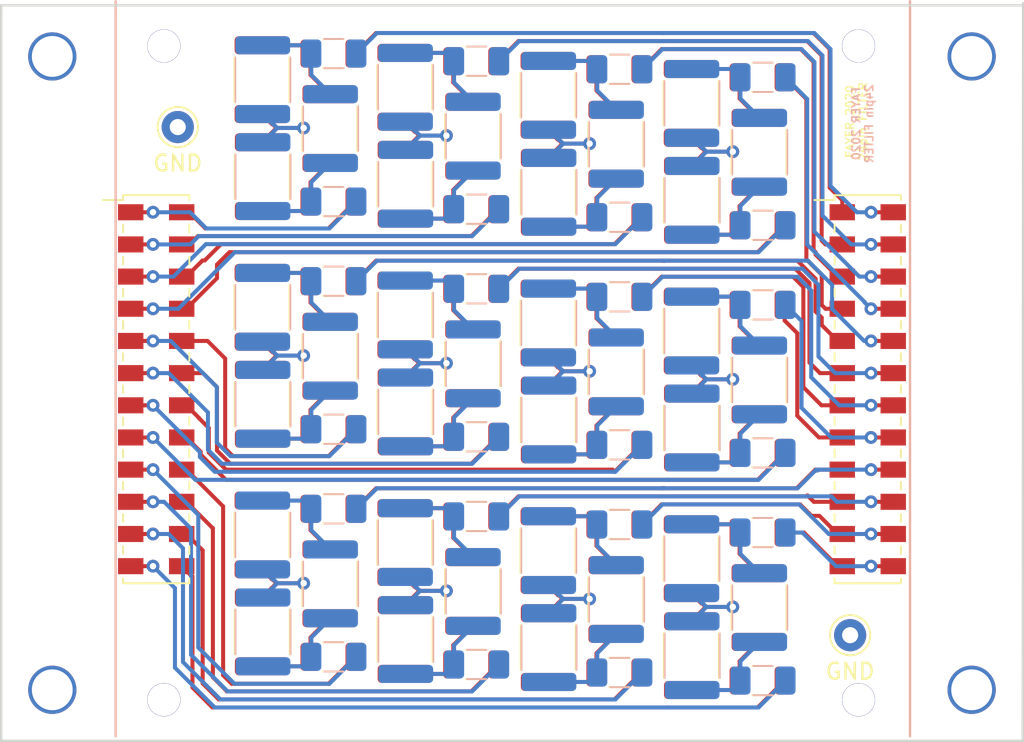
<source format=kicad_pcb>
(kicad_pcb (version 20171130) (host pcbnew "(5.1.4)-1")

  (general
    (thickness 1.6)
    (drawings 10)
    (tracks 691)
    (zones 0)
    (modules 124)
    (nets 1)
  )

  (page A4)
  (layers
    (0 F.Cu signal)
    (1 In1.Cu signal hide)
    (2 In2.Cu signal hide)
    (31 B.Cu signal hide)
    (32 B.Adhes user hide)
    (33 F.Adhes user hide)
    (34 B.Paste user hide)
    (35 F.Paste user hide)
    (36 B.SilkS user)
    (37 F.SilkS user hide)
    (38 B.Mask user hide)
    (39 F.Mask user hide)
    (40 Dwgs.User user hide)
    (41 Cmts.User user hide)
    (42 Eco1.User user hide)
    (43 Eco2.User user hide)
    (44 Edge.Cuts user)
    (45 Margin user hide)
    (46 B.CrtYd user)
    (47 F.CrtYd user)
    (48 B.Fab user hide)
    (49 F.Fab user hide)
  )

  (setup
    (last_trace_width 0.25)
    (trace_clearance 0.2)
    (zone_clearance 0.508)
    (zone_45_only no)
    (trace_min 0.2)
    (via_size 0.8)
    (via_drill 0.4)
    (via_min_size 0.4)
    (via_min_drill 0.3)
    (user_via 2.0574 2.032)
    (user_via 2.999999 2.54)
    (uvia_size 0.3)
    (uvia_drill 0.1)
    (uvias_allowed no)
    (uvia_min_size 0.2)
    (uvia_min_drill 0.1)
    (edge_width 0.1)
    (segment_width 0.2)
    (pcb_text_width 0.3)
    (pcb_text_size 1.5 1.5)
    (mod_edge_width 0.15)
    (mod_text_size 1 1)
    (mod_text_width 0.15)
    (pad_size 1.25 1.75)
    (pad_drill 0)
    (pad_to_mask_clearance 0)
    (aux_axis_origin 0 0)
    (visible_elements 7FFFF7FF)
    (pcbplotparams
      (layerselection 0x0d0fc_ffffffff)
      (usegerberextensions false)
      (usegerberattributes false)
      (usegerberadvancedattributes false)
      (creategerberjobfile false)
      (excludeedgelayer true)
      (linewidth 0.050800)
      (plotframeref false)
      (viasonmask false)
      (mode 1)
      (useauxorigin false)
      (hpglpennumber 1)
      (hpglpenspeed 20)
      (hpglpendiameter 15.000000)
      (psnegative false)
      (psa4output false)
      (plotreference true)
      (plotvalue true)
      (plotinvisibletext false)
      (padsonsilk false)
      (subtractmaskfromsilk false)
      (outputformat 1)
      (mirror false)
      (drillshape 0)
      (scaleselection 1)
      (outputdirectory "Gerber 24 pin short_ver2/"))
  )

  (net 0 "")

  (net_class Default "This is the default net class."
    (clearance 0.2)
    (trace_width 0.25)
    (via_dia 0.8)
    (via_drill 0.4)
    (uvia_dia 0.3)
    (uvia_drill 0.1)
  )

  (module Lepton_CPT_filter_boards:PinHeader_2x12_P2.00mm_Vertical_SMD_small (layer F.Cu) (tedit 5E501385) (tstamp 5E50A8EF)
    (at 112.935 89.79)
    (descr "surface-mounted straight pin header, 2x12, 2.00mm pitch, double rows")
    (tags "Surface mounted pin header SMD 2x12 2.00mm double row")
    (attr smd)
    (fp_text reference REF** (at 0 -13.06) (layer F.SilkS) hide
      (effects (font (size 1 1) (thickness 0.15)))
    )
    (fp_text value PinHeader_2x12_P2.00mm_Vertical_SMD_small (at 0 13.06) (layer F.Fab)
      (effects (font (size 1 1) (thickness 0.15)))
    )
    (fp_text user %R (at 0 0 90) (layer F.Fab)
      (effects (font (size 1 1) (thickness 0.15)))
    )
    (fp_line (start 4.9 -12.5) (end -4.9 -12.5) (layer F.CrtYd) (width 0.05))
    (fp_line (start 4.4 12.5) (end 4.4 -12.5) (layer F.CrtYd) (width 0.05))
    (fp_line (start -4.9 12.5) (end 4.9 12.5) (layer F.CrtYd) (width 0.05))
    (fp_line (start -4.9 -12.5) (end -4.9 12.5) (layer F.CrtYd) (width 0.05))
    (fp_line (start 2.06 9.76) (end 2.06 10.24) (layer F.SilkS) (width 0.12))
    (fp_line (start -2.06 9.76) (end -2.06 10.24) (layer F.SilkS) (width 0.12))
    (fp_line (start 2.06 7.76) (end 2.06 8.24) (layer F.SilkS) (width 0.12))
    (fp_line (start -2.06 7.76) (end -2.06 8.24) (layer F.SilkS) (width 0.12))
    (fp_line (start 2.06 5.76) (end 2.06 6.24) (layer F.SilkS) (width 0.12))
    (fp_line (start -2.06 5.76) (end -2.06 6.24) (layer F.SilkS) (width 0.12))
    (fp_line (start 2.06 3.76) (end 2.06 4.24) (layer F.SilkS) (width 0.12))
    (fp_line (start -2.06 3.76) (end -2.06 4.24) (layer F.SilkS) (width 0.12))
    (fp_line (start 2.06 1.76) (end 2.06 2.24) (layer F.SilkS) (width 0.12))
    (fp_line (start -2.06 1.76) (end -2.06 2.24) (layer F.SilkS) (width 0.12))
    (fp_line (start 2.06 -0.24) (end 2.06 0.24) (layer F.SilkS) (width 0.12))
    (fp_line (start -2.06 -0.24) (end -2.06 0.24) (layer F.SilkS) (width 0.12))
    (fp_line (start 2.06 -2.24) (end 2.06 -1.76) (layer F.SilkS) (width 0.12))
    (fp_line (start -2.06 -2.24) (end -2.06 -1.76) (layer F.SilkS) (width 0.12))
    (fp_line (start 2.06 -4.24) (end 2.06 -3.76) (layer F.SilkS) (width 0.12))
    (fp_line (start -2.06 -4.24) (end -2.06 -3.76) (layer F.SilkS) (width 0.12))
    (fp_line (start 2.06 -6.24) (end 2.06 -5.76) (layer F.SilkS) (width 0.12))
    (fp_line (start -2.06 -6.24) (end -2.06 -5.76) (layer F.SilkS) (width 0.12))
    (fp_line (start 2.06 -8.24) (end 2.06 -7.76) (layer F.SilkS) (width 0.12))
    (fp_line (start -2.06 -8.24) (end -2.06 -7.76) (layer F.SilkS) (width 0.12))
    (fp_line (start 2.06 -10.24) (end 2.06 -9.76) (layer F.SilkS) (width 0.12))
    (fp_line (start -2.06 -10.24) (end -2.06 -9.76) (layer F.SilkS) (width 0.12))
    (fp_line (start 2.06 11.76) (end 2.06 12.06) (layer F.SilkS) (width 0.12))
    (fp_line (start -2.06 11.76) (end -2.06 12.06) (layer F.SilkS) (width 0.12))
    (fp_line (start 2.06 -12.06) (end 2.06 -11.76) (layer F.SilkS) (width 0.12))
    (fp_line (start -2.06 -12.06) (end -2.06 -11.76) (layer F.SilkS) (width 0.12))
    (fp_line (start -3.315 -11.76) (end -2.06 -11.76) (layer F.SilkS) (width 0.12))
    (fp_line (start -2.06 12.06) (end 2.06 12.06) (layer F.SilkS) (width 0.12))
    (fp_line (start -2.06 -12.06) (end 2.06 -12.06) (layer F.SilkS) (width 0.12))
    (fp_line (start 2.875 11.25) (end 2 11.25) (layer F.Fab) (width 0.1))
    (fp_line (start 2.875 10.75) (end 2.875 11.25) (layer F.Fab) (width 0.1))
    (fp_line (start 2 10.75) (end 2.875 10.75) (layer F.Fab) (width 0.1))
    (fp_line (start -2.875 11.25) (end -2 11.25) (layer F.Fab) (width 0.1))
    (fp_line (start -2.875 10.75) (end -2.875 11.25) (layer F.Fab) (width 0.1))
    (fp_line (start -2 10.75) (end -2.875 10.75) (layer F.Fab) (width 0.1))
    (fp_line (start 2.875 9.25) (end 2 9.25) (layer F.Fab) (width 0.1))
    (fp_line (start 2.875 8.75) (end 2.875 9.25) (layer F.Fab) (width 0.1))
    (fp_line (start 2 8.75) (end 2.875 8.75) (layer F.Fab) (width 0.1))
    (fp_line (start -2.875 9.25) (end -2 9.25) (layer F.Fab) (width 0.1))
    (fp_line (start -2.875 8.75) (end -2.875 9.25) (layer F.Fab) (width 0.1))
    (fp_line (start -2 8.75) (end -2.875 8.75) (layer F.Fab) (width 0.1))
    (fp_line (start 2.875 7.25) (end 2 7.25) (layer F.Fab) (width 0.1))
    (fp_line (start 2.875 6.75) (end 2.875 7.25) (layer F.Fab) (width 0.1))
    (fp_line (start 2 6.75) (end 2.875 6.75) (layer F.Fab) (width 0.1))
    (fp_line (start -2.875 7.25) (end -2 7.25) (layer F.Fab) (width 0.1))
    (fp_line (start -2.875 6.75) (end -2.875 7.25) (layer F.Fab) (width 0.1))
    (fp_line (start -2 6.75) (end -2.875 6.75) (layer F.Fab) (width 0.1))
    (fp_line (start 2.875 5.25) (end 2 5.25) (layer F.Fab) (width 0.1))
    (fp_line (start 2.875 4.75) (end 2.875 5.25) (layer F.Fab) (width 0.1))
    (fp_line (start 2 4.75) (end 2.875 4.75) (layer F.Fab) (width 0.1))
    (fp_line (start -2.875 5.25) (end -2 5.25) (layer F.Fab) (width 0.1))
    (fp_line (start -2.875 4.75) (end -2.875 5.25) (layer F.Fab) (width 0.1))
    (fp_line (start -2 4.75) (end -2.875 4.75) (layer F.Fab) (width 0.1))
    (fp_line (start 2.875 3.25) (end 2 3.25) (layer F.Fab) (width 0.1))
    (fp_line (start 2.875 2.75) (end 2.875 3.25) (layer F.Fab) (width 0.1))
    (fp_line (start 2 2.75) (end 2.875 2.75) (layer F.Fab) (width 0.1))
    (fp_line (start -2.875 3.25) (end -2 3.25) (layer F.Fab) (width 0.1))
    (fp_line (start -2.875 2.75) (end -2.875 3.25) (layer F.Fab) (width 0.1))
    (fp_line (start -2 2.75) (end -2.875 2.75) (layer F.Fab) (width 0.1))
    (fp_line (start 2.875 1.25) (end 2 1.25) (layer F.Fab) (width 0.1))
    (fp_line (start 2.875 0.75) (end 2.875 1.25) (layer F.Fab) (width 0.1))
    (fp_line (start 2 0.75) (end 2.875 0.75) (layer F.Fab) (width 0.1))
    (fp_line (start -2.875 1.25) (end -2 1.25) (layer F.Fab) (width 0.1))
    (fp_line (start -2.875 0.75) (end -2.875 1.25) (layer F.Fab) (width 0.1))
    (fp_line (start -2 0.75) (end -2.875 0.75) (layer F.Fab) (width 0.1))
    (fp_line (start 2.375 -0.75) (end 1.5 -0.75) (layer F.Fab) (width 0.1))
    (fp_line (start 2.875 -1.25) (end 2.875 -0.75) (layer F.Fab) (width 0.1))
    (fp_line (start 2 -1.25) (end 2.875 -1.25) (layer F.Fab) (width 0.1))
    (fp_line (start -2.875 -0.75) (end -2 -0.75) (layer F.Fab) (width 0.1))
    (fp_line (start -2.875 -1.25) (end -2.875 -0.75) (layer F.Fab) (width 0.1))
    (fp_line (start -2 -1.25) (end -2.875 -1.25) (layer F.Fab) (width 0.1))
    (fp_line (start 2.875 -2.75) (end 2 -2.75) (layer F.Fab) (width 0.1))
    (fp_line (start 2.875 -3.25) (end 2.875 -2.75) (layer F.Fab) (width 0.1))
    (fp_line (start 2 -3.25) (end 2.875 -3.25) (layer F.Fab) (width 0.1))
    (fp_line (start -2.875 -2.75) (end -2 -2.75) (layer F.Fab) (width 0.1))
    (fp_line (start -2.875 -3.25) (end -2.875 -2.75) (layer F.Fab) (width 0.1))
    (fp_line (start -2 -3.25) (end -2.875 -3.25) (layer F.Fab) (width 0.1))
    (fp_line (start 2.875 -4.75) (end 2 -4.75) (layer F.Fab) (width 0.1))
    (fp_line (start 2.875 -5.25) (end 2.875 -4.75) (layer F.Fab) (width 0.1))
    (fp_line (start 2 -5.25) (end 2.875 -5.25) (layer F.Fab) (width 0.1))
    (fp_line (start -2.875 -4.75) (end -2 -4.75) (layer F.Fab) (width 0.1))
    (fp_line (start -2.875 -5.25) (end -2.875 -4.75) (layer F.Fab) (width 0.1))
    (fp_line (start -2 -5.25) (end -2.875 -5.25) (layer F.Fab) (width 0.1))
    (fp_line (start 2.875 -6.75) (end 2 -6.75) (layer F.Fab) (width 0.1))
    (fp_line (start 2.875 -7.25) (end 2.875 -6.75) (layer F.Fab) (width 0.1))
    (fp_line (start 2 -7.25) (end 2.875 -7.25) (layer F.Fab) (width 0.1))
    (fp_line (start -2.875 -6.75) (end -2 -6.75) (layer F.Fab) (width 0.1))
    (fp_line (start -2.875 -7.25) (end -2.875 -6.75) (layer F.Fab) (width 0.1))
    (fp_line (start -2 -7.25) (end -2.875 -7.25) (layer F.Fab) (width 0.1))
    (fp_line (start 2.875 -8.75) (end 2 -8.75) (layer F.Fab) (width 0.1))
    (fp_line (start 2.875 -9.25) (end 2.875 -8.75) (layer F.Fab) (width 0.1))
    (fp_line (start 2 -9.25) (end 2.875 -9.25) (layer F.Fab) (width 0.1))
    (fp_line (start -2.875 -8.75) (end -2 -8.75) (layer F.Fab) (width 0.1))
    (fp_line (start -2.875 -9.25) (end -2.875 -8.75) (layer F.Fab) (width 0.1))
    (fp_line (start -2 -9.25) (end -2.875 -9.25) (layer F.Fab) (width 0.1))
    (fp_line (start 2.875 -10.75) (end 2 -10.75) (layer F.Fab) (width 0.1))
    (fp_line (start 2.875 -11.25) (end 2.875 -10.75) (layer F.Fab) (width 0.1))
    (fp_line (start 2 -11.25) (end 2.875 -11.25) (layer F.Fab) (width 0.1))
    (fp_line (start -2.875 -10.75) (end -2 -10.75) (layer F.Fab) (width 0.1))
    (fp_line (start -2.875 -11.25) (end -2.875 -10.75) (layer F.Fab) (width 0.1))
    (fp_line (start -2 -11.25) (end -2.875 -11.25) (layer F.Fab) (width 0.1))
    (fp_line (start 2 -12) (end 2 12) (layer F.Fab) (width 0.1))
    (fp_line (start -2 -11.25) (end -1.25 -12) (layer F.Fab) (width 0.1))
    (fp_line (start -2 12) (end -2 -11.25) (layer F.Fab) (width 0.1))
    (fp_line (start -1.25 -12) (end 2 -12) (layer F.Fab) (width 0.1))
    (fp_line (start 2 12) (end -2 12) (layer F.Fab) (width 0.1))
    (pad 24 smd rect (at 1.585 11) (size 1.58 1) (layers F.Cu F.Paste F.Mask))
    (pad 23 smd rect (at -1.585 11) (size 1.58 1) (layers F.Cu F.Paste F.Mask))
    (pad 22 smd rect (at 1.585 9) (size 1.58 1) (layers F.Cu F.Paste F.Mask))
    (pad 21 smd rect (at -1.585 9) (size 1.58 1) (layers F.Cu F.Paste F.Mask))
    (pad 20 smd rect (at 1.585 7) (size 1.58 1) (layers F.Cu F.Paste F.Mask))
    (pad 19 smd rect (at -1.585 7) (size 1.58 1) (layers F.Cu F.Paste F.Mask))
    (pad 18 smd rect (at 1.585 5) (size 1.58 1) (layers F.Cu F.Paste F.Mask))
    (pad 17 smd rect (at -1.585 5) (size 1.58 1) (layers F.Cu F.Paste F.Mask))
    (pad 16 smd rect (at 1.585 3) (size 1.58 1) (layers F.Cu F.Paste F.Mask))
    (pad 15 smd rect (at -1.585 3) (size 1.58 1) (layers F.Cu F.Paste F.Mask))
    (pad 14 smd rect (at 1.585 1) (size 1.58 1) (layers F.Cu F.Paste F.Mask))
    (pad 13 smd rect (at -1.585 1) (size 1.58 1) (layers F.Cu F.Paste F.Mask))
    (pad 12 smd rect (at 1.585 -1) (size 1.58 1) (layers F.Cu F.Paste F.Mask))
    (pad 11 smd rect (at -1.585 -1) (size 1.58 1) (layers F.Cu F.Paste F.Mask))
    (pad 10 smd rect (at 1.585 -3) (size 1.58 1) (layers F.Cu F.Paste F.Mask))
    (pad 9 smd rect (at -1.585 -3) (size 1.58 1) (layers F.Cu F.Paste F.Mask))
    (pad 8 smd rect (at 1.585 -5) (size 1.58 1) (layers F.Cu F.Paste F.Mask))
    (pad 7 smd rect (at -1.585 -5) (size 1.58 1) (layers F.Cu F.Paste F.Mask))
    (pad 6 smd rect (at 1.585 -7) (size 1.58 1) (layers F.Cu F.Paste F.Mask))
    (pad 5 smd rect (at -1.585 -7) (size 1.58 1) (layers F.Cu F.Paste F.Mask))
    (pad 4 smd rect (at 1.585 -9) (size 1.58 1) (layers F.Cu F.Paste F.Mask))
    (pad 3 smd rect (at -1.585 -9) (size 1.58 1) (layers F.Cu F.Paste F.Mask))
    (pad 2 smd rect (at 1.585 -11) (size 1.58 1) (layers F.Cu F.Paste F.Mask))
    (pad 1 smd rect (at -1.585 -11) (size 1.58 1) (layers F.Cu F.Paste F.Mask))
    (model ${KISYS3DMOD}/Connector_PinHeader_2.00mm.3dshapes/PinHeader_2x12_P2.00mm_Vertical_SMD.wrl
      (at (xyz 0 0 0))
      (scale (xyz 1 1 1))
      (rotate (xyz 0 0 0))
    )
  )

  (module Lepton_CPT_filter_boards:PinHeader_2x12_P2.00mm_Vertical_SMD_small (layer F.Cu) (tedit 5E501385) (tstamp 5E50D5D2)
    (at 157.165 89.79)
    (descr "surface-mounted straight pin header, 2x12, 2.00mm pitch, double rows")
    (tags "Surface mounted pin header SMD 2x12 2.00mm double row")
    (attr smd)
    (fp_text reference REF** (at 0 -13.06) (layer F.SilkS) hide
      (effects (font (size 1 1) (thickness 0.15)))
    )
    (fp_text value PinHeader_2x12_P2.00mm_Vertical_SMD_small (at 0 13.06) (layer F.Fab)
      (effects (font (size 1 1) (thickness 0.15)))
    )
    (fp_text user %R (at 0 0 90) (layer F.Fab)
      (effects (font (size 1 1) (thickness 0.15)))
    )
    (fp_line (start 4.9 -12.5) (end -4.9 -12.5) (layer F.CrtYd) (width 0.05))
    (fp_line (start 4.4 12.5) (end 4.4 -12.5) (layer F.CrtYd) (width 0.05))
    (fp_line (start -4.9 12.5) (end 4.9 12.5) (layer F.CrtYd) (width 0.05))
    (fp_line (start -4.9 -12.5) (end -4.9 12.5) (layer F.CrtYd) (width 0.05))
    (fp_line (start 2.06 9.76) (end 2.06 10.24) (layer F.SilkS) (width 0.12))
    (fp_line (start -2.06 9.76) (end -2.06 10.24) (layer F.SilkS) (width 0.12))
    (fp_line (start 2.06 7.76) (end 2.06 8.24) (layer F.SilkS) (width 0.12))
    (fp_line (start -2.06 7.76) (end -2.06 8.24) (layer F.SilkS) (width 0.12))
    (fp_line (start 2.06 5.76) (end 2.06 6.24) (layer F.SilkS) (width 0.12))
    (fp_line (start -2.06 5.76) (end -2.06 6.24) (layer F.SilkS) (width 0.12))
    (fp_line (start 2.06 3.76) (end 2.06 4.24) (layer F.SilkS) (width 0.12))
    (fp_line (start -2.06 3.76) (end -2.06 4.24) (layer F.SilkS) (width 0.12))
    (fp_line (start 2.06 1.76) (end 2.06 2.24) (layer F.SilkS) (width 0.12))
    (fp_line (start -2.06 1.76) (end -2.06 2.24) (layer F.SilkS) (width 0.12))
    (fp_line (start 2.06 -0.24) (end 2.06 0.24) (layer F.SilkS) (width 0.12))
    (fp_line (start -2.06 -0.24) (end -2.06 0.24) (layer F.SilkS) (width 0.12))
    (fp_line (start 2.06 -2.24) (end 2.06 -1.76) (layer F.SilkS) (width 0.12))
    (fp_line (start -2.06 -2.24) (end -2.06 -1.76) (layer F.SilkS) (width 0.12))
    (fp_line (start 2.06 -4.24) (end 2.06 -3.76) (layer F.SilkS) (width 0.12))
    (fp_line (start -2.06 -4.24) (end -2.06 -3.76) (layer F.SilkS) (width 0.12))
    (fp_line (start 2.06 -6.24) (end 2.06 -5.76) (layer F.SilkS) (width 0.12))
    (fp_line (start -2.06 -6.24) (end -2.06 -5.76) (layer F.SilkS) (width 0.12))
    (fp_line (start 2.06 -8.24) (end 2.06 -7.76) (layer F.SilkS) (width 0.12))
    (fp_line (start -2.06 -8.24) (end -2.06 -7.76) (layer F.SilkS) (width 0.12))
    (fp_line (start 2.06 -10.24) (end 2.06 -9.76) (layer F.SilkS) (width 0.12))
    (fp_line (start -2.06 -10.24) (end -2.06 -9.76) (layer F.SilkS) (width 0.12))
    (fp_line (start 2.06 11.76) (end 2.06 12.06) (layer F.SilkS) (width 0.12))
    (fp_line (start -2.06 11.76) (end -2.06 12.06) (layer F.SilkS) (width 0.12))
    (fp_line (start 2.06 -12.06) (end 2.06 -11.76) (layer F.SilkS) (width 0.12))
    (fp_line (start -2.06 -12.06) (end -2.06 -11.76) (layer F.SilkS) (width 0.12))
    (fp_line (start -3.315 -11.76) (end -2.06 -11.76) (layer F.SilkS) (width 0.12))
    (fp_line (start -2.06 12.06) (end 2.06 12.06) (layer F.SilkS) (width 0.12))
    (fp_line (start -2.06 -12.06) (end 2.06 -12.06) (layer F.SilkS) (width 0.12))
    (fp_line (start 2.875 11.25) (end 2 11.25) (layer F.Fab) (width 0.1))
    (fp_line (start 2.875 10.75) (end 2.875 11.25) (layer F.Fab) (width 0.1))
    (fp_line (start 2 10.75) (end 2.875 10.75) (layer F.Fab) (width 0.1))
    (fp_line (start -2.875 11.25) (end -2 11.25) (layer F.Fab) (width 0.1))
    (fp_line (start -2.875 10.75) (end -2.875 11.25) (layer F.Fab) (width 0.1))
    (fp_line (start -2 10.75) (end -2.875 10.75) (layer F.Fab) (width 0.1))
    (fp_line (start 2.875 9.25) (end 2 9.25) (layer F.Fab) (width 0.1))
    (fp_line (start 2.875 8.75) (end 2.875 9.25) (layer F.Fab) (width 0.1))
    (fp_line (start 2 8.75) (end 2.875 8.75) (layer F.Fab) (width 0.1))
    (fp_line (start -2.875 9.25) (end -2 9.25) (layer F.Fab) (width 0.1))
    (fp_line (start -2.875 8.75) (end -2.875 9.25) (layer F.Fab) (width 0.1))
    (fp_line (start -2 8.75) (end -2.875 8.75) (layer F.Fab) (width 0.1))
    (fp_line (start 2.875 7.25) (end 2 7.25) (layer F.Fab) (width 0.1))
    (fp_line (start 2.875 6.75) (end 2.875 7.25) (layer F.Fab) (width 0.1))
    (fp_line (start 2 6.75) (end 2.875 6.75) (layer F.Fab) (width 0.1))
    (fp_line (start -2.875 7.25) (end -2 7.25) (layer F.Fab) (width 0.1))
    (fp_line (start -2.875 6.75) (end -2.875 7.25) (layer F.Fab) (width 0.1))
    (fp_line (start -2 6.75) (end -2.875 6.75) (layer F.Fab) (width 0.1))
    (fp_line (start 2.875 5.25) (end 2 5.25) (layer F.Fab) (width 0.1))
    (fp_line (start 2.875 4.75) (end 2.875 5.25) (layer F.Fab) (width 0.1))
    (fp_line (start 2 4.75) (end 2.875 4.75) (layer F.Fab) (width 0.1))
    (fp_line (start -2.875 5.25) (end -2 5.25) (layer F.Fab) (width 0.1))
    (fp_line (start -2.875 4.75) (end -2.875 5.25) (layer F.Fab) (width 0.1))
    (fp_line (start -2 4.75) (end -2.875 4.75) (layer F.Fab) (width 0.1))
    (fp_line (start 2.875 3.25) (end 2 3.25) (layer F.Fab) (width 0.1))
    (fp_line (start 2.875 2.75) (end 2.875 3.25) (layer F.Fab) (width 0.1))
    (fp_line (start 2 2.75) (end 2.875 2.75) (layer F.Fab) (width 0.1))
    (fp_line (start -2.875 3.25) (end -2 3.25) (layer F.Fab) (width 0.1))
    (fp_line (start -2.875 2.75) (end -2.875 3.25) (layer F.Fab) (width 0.1))
    (fp_line (start -2 2.75) (end -2.875 2.75) (layer F.Fab) (width 0.1))
    (fp_line (start 2.875 1.25) (end 2 1.25) (layer F.Fab) (width 0.1))
    (fp_line (start 2.875 0.75) (end 2.875 1.25) (layer F.Fab) (width 0.1))
    (fp_line (start 2 0.75) (end 2.875 0.75) (layer F.Fab) (width 0.1))
    (fp_line (start -2.875 1.25) (end -2 1.25) (layer F.Fab) (width 0.1))
    (fp_line (start -2.875 0.75) (end -2.875 1.25) (layer F.Fab) (width 0.1))
    (fp_line (start -2 0.75) (end -2.875 0.75) (layer F.Fab) (width 0.1))
    (fp_line (start 2.375 -0.75) (end 1.5 -0.75) (layer F.Fab) (width 0.1))
    (fp_line (start 2.875 -1.25) (end 2.875 -0.75) (layer F.Fab) (width 0.1))
    (fp_line (start 2 -1.25) (end 2.875 -1.25) (layer F.Fab) (width 0.1))
    (fp_line (start -2.875 -0.75) (end -2 -0.75) (layer F.Fab) (width 0.1))
    (fp_line (start -2.875 -1.25) (end -2.875 -0.75) (layer F.Fab) (width 0.1))
    (fp_line (start -2 -1.25) (end -2.875 -1.25) (layer F.Fab) (width 0.1))
    (fp_line (start 2.875 -2.75) (end 2 -2.75) (layer F.Fab) (width 0.1))
    (fp_line (start 2.875 -3.25) (end 2.875 -2.75) (layer F.Fab) (width 0.1))
    (fp_line (start 2 -3.25) (end 2.875 -3.25) (layer F.Fab) (width 0.1))
    (fp_line (start -2.875 -2.75) (end -2 -2.75) (layer F.Fab) (width 0.1))
    (fp_line (start -2.875 -3.25) (end -2.875 -2.75) (layer F.Fab) (width 0.1))
    (fp_line (start -2 -3.25) (end -2.875 -3.25) (layer F.Fab) (width 0.1))
    (fp_line (start 2.875 -4.75) (end 2 -4.75) (layer F.Fab) (width 0.1))
    (fp_line (start 2.875 -5.25) (end 2.875 -4.75) (layer F.Fab) (width 0.1))
    (fp_line (start 2 -5.25) (end 2.875 -5.25) (layer F.Fab) (width 0.1))
    (fp_line (start -2.875 -4.75) (end -2 -4.75) (layer F.Fab) (width 0.1))
    (fp_line (start -2.875 -5.25) (end -2.875 -4.75) (layer F.Fab) (width 0.1))
    (fp_line (start -2 -5.25) (end -2.875 -5.25) (layer F.Fab) (width 0.1))
    (fp_line (start 2.875 -6.75) (end 2 -6.75) (layer F.Fab) (width 0.1))
    (fp_line (start 2.875 -7.25) (end 2.875 -6.75) (layer F.Fab) (width 0.1))
    (fp_line (start 2 -7.25) (end 2.875 -7.25) (layer F.Fab) (width 0.1))
    (fp_line (start -2.875 -6.75) (end -2 -6.75) (layer F.Fab) (width 0.1))
    (fp_line (start -2.875 -7.25) (end -2.875 -6.75) (layer F.Fab) (width 0.1))
    (fp_line (start -2 -7.25) (end -2.875 -7.25) (layer F.Fab) (width 0.1))
    (fp_line (start 2.875 -8.75) (end 2 -8.75) (layer F.Fab) (width 0.1))
    (fp_line (start 2.875 -9.25) (end 2.875 -8.75) (layer F.Fab) (width 0.1))
    (fp_line (start 2 -9.25) (end 2.875 -9.25) (layer F.Fab) (width 0.1))
    (fp_line (start -2.875 -8.75) (end -2 -8.75) (layer F.Fab) (width 0.1))
    (fp_line (start -2.875 -9.25) (end -2.875 -8.75) (layer F.Fab) (width 0.1))
    (fp_line (start -2 -9.25) (end -2.875 -9.25) (layer F.Fab) (width 0.1))
    (fp_line (start 2.875 -10.75) (end 2 -10.75) (layer F.Fab) (width 0.1))
    (fp_line (start 2.875 -11.25) (end 2.875 -10.75) (layer F.Fab) (width 0.1))
    (fp_line (start 2 -11.25) (end 2.875 -11.25) (layer F.Fab) (width 0.1))
    (fp_line (start -2.875 -10.75) (end -2 -10.75) (layer F.Fab) (width 0.1))
    (fp_line (start -2.875 -11.25) (end -2.875 -10.75) (layer F.Fab) (width 0.1))
    (fp_line (start -2 -11.25) (end -2.875 -11.25) (layer F.Fab) (width 0.1))
    (fp_line (start 2 -12) (end 2 12) (layer F.Fab) (width 0.1))
    (fp_line (start -2 -11.25) (end -1.25 -12) (layer F.Fab) (width 0.1))
    (fp_line (start -2 12) (end -2 -11.25) (layer F.Fab) (width 0.1))
    (fp_line (start -1.25 -12) (end 2 -12) (layer F.Fab) (width 0.1))
    (fp_line (start 2 12) (end -2 12) (layer F.Fab) (width 0.1))
    (pad 24 smd rect (at 1.585 11) (size 1.58 1) (layers F.Cu F.Paste F.Mask))
    (pad 23 smd rect (at -1.585 11) (size 1.58 1) (layers F.Cu F.Paste F.Mask))
    (pad 22 smd rect (at 1.585 9) (size 1.58 1) (layers F.Cu F.Paste F.Mask))
    (pad 21 smd rect (at -1.585 9) (size 1.58 1) (layers F.Cu F.Paste F.Mask))
    (pad 20 smd rect (at 1.585 7) (size 1.58 1) (layers F.Cu F.Paste F.Mask))
    (pad 19 smd rect (at -1.585 7) (size 1.58 1) (layers F.Cu F.Paste F.Mask))
    (pad 18 smd rect (at 1.585 5) (size 1.58 1) (layers F.Cu F.Paste F.Mask))
    (pad 17 smd rect (at -1.585 5) (size 1.58 1) (layers F.Cu F.Paste F.Mask))
    (pad 16 smd rect (at 1.585 3) (size 1.58 1) (layers F.Cu F.Paste F.Mask))
    (pad 15 smd rect (at -1.585 3) (size 1.58 1) (layers F.Cu F.Paste F.Mask))
    (pad 14 smd rect (at 1.585 1) (size 1.58 1) (layers F.Cu F.Paste F.Mask))
    (pad 13 smd rect (at -1.585 1) (size 1.58 1) (layers F.Cu F.Paste F.Mask))
    (pad 12 smd rect (at 1.585 -1) (size 1.58 1) (layers F.Cu F.Paste F.Mask))
    (pad 11 smd rect (at -1.585 -1) (size 1.58 1) (layers F.Cu F.Paste F.Mask))
    (pad 10 smd rect (at 1.585 -3) (size 1.58 1) (layers F.Cu F.Paste F.Mask))
    (pad 9 smd rect (at -1.585 -3) (size 1.58 1) (layers F.Cu F.Paste F.Mask))
    (pad 8 smd rect (at 1.585 -5) (size 1.58 1) (layers F.Cu F.Paste F.Mask))
    (pad 7 smd rect (at -1.585 -5) (size 1.58 1) (layers F.Cu F.Paste F.Mask))
    (pad 6 smd rect (at 1.585 -7) (size 1.58 1) (layers F.Cu F.Paste F.Mask))
    (pad 5 smd rect (at -1.585 -7) (size 1.58 1) (layers F.Cu F.Paste F.Mask))
    (pad 4 smd rect (at 1.585 -9) (size 1.58 1) (layers F.Cu F.Paste F.Mask))
    (pad 3 smd rect (at -1.585 -9) (size 1.58 1) (layers F.Cu F.Paste F.Mask))
    (pad 2 smd rect (at 1.585 -11) (size 1.58 1) (layers F.Cu F.Paste F.Mask))
    (pad 1 smd rect (at -1.585 -11) (size 1.58 1) (layers F.Cu F.Paste F.Mask))
    (model ${KISYS3DMOD}/Connector_PinHeader_2.00mm.3dshapes/PinHeader_2x12_P2.00mm_Vertical_SMD.wrl
      (at (xyz 0 0 0))
      (scale (xyz 1 1 1))
      (rotate (xyz 0 0 0))
    )
  )

  (module Connector_Pin:Pin_D1.0mm_L10.0mm (layer F.Cu) (tedit 5A1DC084) (tstamp 5DCCB7AB)
    (at 156.0703 105.0798)
    (descr "solder Pin_ diameter 1.0mm, hole diameter 1.0mm (press fit), length 10.0mm")
    (tags "solder Pin_ press fit")
    (fp_text reference GND (at 0 2.25) (layer F.SilkS)
      (effects (font (size 1 1) (thickness 0.15)))
    )
    (fp_text value Pin_D1.0mm_L10.0mm (at 0 -2.05) (layer F.Fab)
      (effects (font (size 1 1) (thickness 0.15)))
    )
    (fp_circle (center 0 0) (end 1.25 0.05) (layer F.SilkS) (width 0.12))
    (fp_circle (center 0 0) (end 1 0) (layer F.Fab) (width 0.12))
    (fp_circle (center 0 0) (end 0.5 0) (layer F.Fab) (width 0.12))
    (fp_circle (center 0 0) (end 1.5 0) (layer F.CrtYd) (width 0.05))
    (fp_text user %R (at 0 2.25) (layer F.Fab)
      (effects (font (size 1 1) (thickness 0.15)))
    )
    (pad 1 thru_hole circle (at 0 0) (size 2 2) (drill 1) (layers *.Cu *.Mask))
    (model ${KISYS3DMOD}/Connector_Pin.3dshapes/Pin_D1.0mm_L10.0mm.wrl
      (at (xyz 0 0 0))
      (scale (xyz 1 1 1))
      (rotate (xyz 0 0 0))
    )
  )

  (module Connector_Pin:Pin_D1.0mm_L10.0mm (layer F.Cu) (tedit 5A1DC084) (tstamp 5DCCB786)
    (at 114.2746 73.4949)
    (descr "solder Pin_ diameter 1.0mm, hole diameter 1.0mm (press fit), length 10.0mm")
    (tags "solder Pin_ press fit")
    (fp_text reference GND (at 0 2.25) (layer F.SilkS)
      (effects (font (size 1 1) (thickness 0.15)))
    )
    (fp_text value Pin_D1.0mm_L10.0mm (at 0 -2.05) (layer F.Fab)
      (effects (font (size 1 1) (thickness 0.15)))
    )
    (fp_circle (center 0 0) (end 1.25 0.05) (layer F.SilkS) (width 0.12))
    (fp_circle (center 0 0) (end 1 0) (layer F.Fab) (width 0.12))
    (fp_circle (center 0 0) (end 0.5 0) (layer F.Fab) (width 0.12))
    (fp_circle (center 0 0) (end 1.5 0) (layer F.CrtYd) (width 0.05))
    (fp_text user %R (at 0 2.25) (layer F.Fab)
      (effects (font (size 1 1) (thickness 0.15)))
    )
    (pad 1 thru_hole circle (at 0 0) (size 2 2) (drill 1) (layers *.Cu *.Mask))
    (model ${KISYS3DMOD}/Connector_Pin.3dshapes/Pin_D1.0mm_L10.0mm.wrl
      (at (xyz 0 0 0))
      (scale (xyz 1 1 1))
      (rotate (xyz 0 0 0))
    )
  )

  (module Inductor_SMD:L_1812_4532Metric (layer B.Cu) (tedit 5B301BBE) (tstamp 5DCD8B74)
    (at 141.5514 102.8633 90)
    (descr "Inductor SMD 1812 (4532 Metric), square (rectangular) end terminal, IPC_7351 nominal, (Body size source: https://www.nikhef.nl/pub/departments/mt/projects/detectorR_D/dtddice/ERJ2G.pdf), generated with kicad-footprint-generator")
    (tags inductor)
    (path /5DCC1BBA)
    (attr smd)
    (fp_text reference L2 (at 0 2.65 270) (layer B.SilkS) hide
      (effects (font (size 1 1) (thickness 0.15)) (justify mirror))
    )
    (fp_text value 33uH (at 0 -2.65 270) (layer B.Fab)
      (effects (font (size 1 1) (thickness 0.15)) (justify mirror))
    )
    (fp_line (start -2.25 -1.6) (end -2.25 1.6) (layer B.Fab) (width 0.1))
    (fp_line (start -2.25 1.6) (end 2.25 1.6) (layer B.Fab) (width 0.1))
    (fp_line (start 2.25 1.6) (end 2.25 -1.6) (layer B.Fab) (width 0.1))
    (fp_line (start 2.25 -1.6) (end -2.25 -1.6) (layer B.Fab) (width 0.1))
    (fp_line (start -1.386252 1.71) (end 1.386252 1.71) (layer B.SilkS) (width 0.12))
    (fp_line (start -1.386252 -1.71) (end 1.386252 -1.71) (layer B.SilkS) (width 0.12))
    (fp_line (start -2.95 -1.95) (end -2.95 1.95) (layer B.CrtYd) (width 0.05))
    (fp_line (start -2.95 1.95) (end 2.95 1.95) (layer B.CrtYd) (width 0.05))
    (fp_line (start 2.95 1.95) (end 2.95 -1.95) (layer B.CrtYd) (width 0.05))
    (fp_line (start 2.95 -1.95) (end -2.95 -1.95) (layer B.CrtYd) (width 0.05))
    (fp_text user %R (at 0 0 270) (layer B.Fab)
      (effects (font (size 1 1) (thickness 0.15)) (justify mirror))
    )
    (pad 1 smd roundrect (at -2.1375 0 90) (size 1.125 3.4) (layers B.Cu B.Paste B.Mask) (roundrect_rratio 0.222222))
    (pad 2 smd roundrect (at 2.1375 0 90) (size 1.125 3.4) (layers B.Cu B.Paste B.Mask) (roundrect_rratio 0.222222))
    (model ${KISYS3DMOD}/Inductor_SMD.3dshapes/L_1812_4532Metric.wrl
      (at (xyz 0 0 0))
      (scale (xyz 1 1 1))
      (rotate (xyz 0 0 0))
    )
  )

  (module Capacitor_SMD:C_1812_4532Metric (layer B.Cu) (tedit 5B301BBE) (tstamp 5DCD8DE4)
    (at 119.5759 76.5771 270)
    (descr "Capacitor SMD 1812 (4532 Metric), square (rectangular) end terminal, IPC_7351 nominal, (Body size source: https://www.nikhef.nl/pub/departments/mt/projects/detectorR_D/dtddice/ERJ2G.pdf), generated with kicad-footprint-generator")
    (tags capacitor)
    (path /5DCC0F3A)
    (attr smd)
    (fp_text reference C2 (at 0 2.65 270) (layer B.SilkS) hide
      (effects (font (size 1 1) (thickness 0.15)) (justify mirror))
    )
    (fp_text value 15nF (at 0 -2.65 270) (layer B.Fab)
      (effects (font (size 1 1) (thickness 0.15)) (justify mirror))
    )
    (fp_line (start -2.25 -1.6) (end -2.25 1.6) (layer B.Fab) (width 0.1))
    (fp_line (start -2.25 1.6) (end 2.25 1.6) (layer B.Fab) (width 0.1))
    (fp_line (start 2.25 1.6) (end 2.25 -1.6) (layer B.Fab) (width 0.1))
    (fp_line (start 2.25 -1.6) (end -2.25 -1.6) (layer B.Fab) (width 0.1))
    (fp_line (start -1.386252 1.71) (end 1.386252 1.71) (layer B.SilkS) (width 0.12))
    (fp_line (start -1.386252 -1.71) (end 1.386252 -1.71) (layer B.SilkS) (width 0.12))
    (fp_line (start -2.95 -1.95) (end -2.95 1.95) (layer B.CrtYd) (width 0.05))
    (fp_line (start -2.95 1.95) (end 2.95 1.95) (layer B.CrtYd) (width 0.05))
    (fp_line (start 2.95 1.95) (end 2.95 -1.95) (layer B.CrtYd) (width 0.05))
    (fp_line (start 2.95 -1.95) (end -2.95 -1.95) (layer B.CrtYd) (width 0.05))
    (fp_text user %R (at 0 0 270) (layer B.Fab)
      (effects (font (size 1 1) (thickness 0.15)) (justify mirror))
    )
    (pad 1 smd roundrect (at -2.1375 0 270) (size 1.125 3.4) (layers B.Cu B.Paste B.Mask) (roundrect_rratio 0.222222))
    (pad 2 smd roundrect (at 2.1375 0 270) (size 1.125 3.4) (layers B.Cu B.Paste B.Mask) (roundrect_rratio 0.222222))
    (model ${KISYS3DMOD}/Capacitor_SMD.3dshapes/C_1812_4532Metric.wrl
      (at (xyz 0 0 0))
      (scale (xyz 1 1 1))
      (rotate (xyz 0 0 0))
    )
  )

  (module Inductor_SMD:L_1812_4532Metric (layer B.Cu) (tedit 5B301BBE) (tstamp 5DCD8DD4)
    (at 123.7759 73.5893 90)
    (descr "Inductor SMD 1812 (4532 Metric), square (rectangular) end terminal, IPC_7351 nominal, (Body size source: https://www.nikhef.nl/pub/departments/mt/projects/detectorR_D/dtddice/ERJ2G.pdf), generated with kicad-footprint-generator")
    (tags inductor)
    (path /5DCC1BBA)
    (attr smd)
    (fp_text reference L2 (at 0 2.65 270) (layer B.SilkS) hide
      (effects (font (size 1 1) (thickness 0.15)) (justify mirror))
    )
    (fp_text value 33uH (at 0 -2.65 270) (layer B.Fab)
      (effects (font (size 1 1) (thickness 0.15)) (justify mirror))
    )
    (fp_line (start -2.25 -1.6) (end -2.25 1.6) (layer B.Fab) (width 0.1))
    (fp_line (start -2.25 1.6) (end 2.25 1.6) (layer B.Fab) (width 0.1))
    (fp_line (start 2.25 1.6) (end 2.25 -1.6) (layer B.Fab) (width 0.1))
    (fp_line (start 2.25 -1.6) (end -2.25 -1.6) (layer B.Fab) (width 0.1))
    (fp_line (start -1.386252 1.71) (end 1.386252 1.71) (layer B.SilkS) (width 0.12))
    (fp_line (start -1.386252 -1.71) (end 1.386252 -1.71) (layer B.SilkS) (width 0.12))
    (fp_line (start -2.95 -1.95) (end -2.95 1.95) (layer B.CrtYd) (width 0.05))
    (fp_line (start -2.95 1.95) (end 2.95 1.95) (layer B.CrtYd) (width 0.05))
    (fp_line (start 2.95 1.95) (end 2.95 -1.95) (layer B.CrtYd) (width 0.05))
    (fp_line (start 2.95 -1.95) (end -2.95 -1.95) (layer B.CrtYd) (width 0.05))
    (fp_text user %R (at 0 0 270) (layer B.Fab)
      (effects (font (size 1 1) (thickness 0.15)) (justify mirror))
    )
    (pad 1 smd roundrect (at -2.1375 0 90) (size 1.125 3.4) (layers B.Cu B.Paste B.Mask) (roundrect_rratio 0.222222))
    (pad 2 smd roundrect (at 2.1375 0 90) (size 1.125 3.4) (layers B.Cu B.Paste B.Mask) (roundrect_rratio 0.222222))
    (model ${KISYS3DMOD}/Inductor_SMD.3dshapes/L_1812_4532Metric.wrl
      (at (xyz 0 0 0))
      (scale (xyz 1 1 1))
      (rotate (xyz 0 0 0))
    )
  )

  (module Inductor_SMD:L_1206_3216Metric (layer B.Cu) (tedit 5B301BBE) (tstamp 5DCD8DC4)
    (at 123.9759 68.9268 180)
    (descr "Inductor SMD 1206 (3216 Metric), square (rectangular) end terminal, IPC_7351 nominal, (Body size source: http://www.tortai-tech.com/upload/download/2011102023233369053.pdf), generated with kicad-footprint-generator")
    (tags inductor)
    (path /5DCC1AF2)
    (attr smd)
    (fp_text reference L1 (at 0 1.82) (layer B.SilkS) hide
      (effects (font (size 1 1) (thickness 0.15)) (justify mirror))
    )
    (fp_text value 1.2uH (at 0 -1.82) (layer B.Fab)
      (effects (font (size 1 1) (thickness 0.15)) (justify mirror))
    )
    (fp_line (start -1.6 -0.8) (end -1.6 0.8) (layer B.Fab) (width 0.1))
    (fp_line (start -1.6 0.8) (end 1.6 0.8) (layer B.Fab) (width 0.1))
    (fp_line (start 1.6 0.8) (end 1.6 -0.8) (layer B.Fab) (width 0.1))
    (fp_line (start 1.6 -0.8) (end -1.6 -0.8) (layer B.Fab) (width 0.1))
    (fp_line (start -0.602064 0.91) (end 0.602064 0.91) (layer B.SilkS) (width 0.12))
    (fp_line (start -0.602064 -0.91) (end 0.602064 -0.91) (layer B.SilkS) (width 0.12))
    (fp_line (start -2.28 -1.12) (end -2.28 1.12) (layer B.CrtYd) (width 0.05))
    (fp_line (start -2.28 1.12) (end 2.28 1.12) (layer B.CrtYd) (width 0.05))
    (fp_line (start 2.28 1.12) (end 2.28 -1.12) (layer B.CrtYd) (width 0.05))
    (fp_line (start 2.28 -1.12) (end -2.28 -1.12) (layer B.CrtYd) (width 0.05))
    (fp_text user %R (at 0 0) (layer B.Fab)
      (effects (font (size 0.8 0.8) (thickness 0.12)) (justify mirror))
    )
    (pad 1 smd roundrect (at -1.4 0 180) (size 1.25 1.75) (layers B.Cu B.Paste B.Mask) (roundrect_rratio 0.2))
    (pad 2 smd roundrect (at 1.4 0 180) (size 1.25 1.75) (layers B.Cu B.Paste B.Mask) (roundrect_rratio 0.2))
    (model ${KISYS3DMOD}/Inductor_SMD.3dshapes/L_1206_3216Metric.wrl
      (at (xyz 0 0 0))
      (scale (xyz 1 1 1))
      (rotate (xyz 0 0 0))
    )
  )

  (module Capacitor_SMD:C_1812_4532Metric (layer B.Cu) (tedit 5B301BBE) (tstamp 5DCD8DB4)
    (at 128.4514 77.0511 270)
    (descr "Capacitor SMD 1812 (4532 Metric), square (rectangular) end terminal, IPC_7351 nominal, (Body size source: https://www.nikhef.nl/pub/departments/mt/projects/detectorR_D/dtddice/ERJ2G.pdf), generated with kicad-footprint-generator")
    (tags capacitor)
    (path /5DCC0F3A)
    (attr smd)
    (fp_text reference C2 (at 0 2.65 270) (layer B.SilkS) hide
      (effects (font (size 1 1) (thickness 0.15)) (justify mirror))
    )
    (fp_text value 15nF (at 0 -2.65 270) (layer B.Fab)
      (effects (font (size 1 1) (thickness 0.15)) (justify mirror))
    )
    (fp_text user %R (at 0 0 270) (layer B.Fab)
      (effects (font (size 1 1) (thickness 0.15)) (justify mirror))
    )
    (fp_line (start 2.95 -1.95) (end -2.95 -1.95) (layer B.CrtYd) (width 0.05))
    (fp_line (start 2.95 1.95) (end 2.95 -1.95) (layer B.CrtYd) (width 0.05))
    (fp_line (start -2.95 1.95) (end 2.95 1.95) (layer B.CrtYd) (width 0.05))
    (fp_line (start -2.95 -1.95) (end -2.95 1.95) (layer B.CrtYd) (width 0.05))
    (fp_line (start -1.386252 -1.71) (end 1.386252 -1.71) (layer B.SilkS) (width 0.12))
    (fp_line (start -1.386252 1.71) (end 1.386252 1.71) (layer B.SilkS) (width 0.12))
    (fp_line (start 2.25 -1.6) (end -2.25 -1.6) (layer B.Fab) (width 0.1))
    (fp_line (start 2.25 1.6) (end 2.25 -1.6) (layer B.Fab) (width 0.1))
    (fp_line (start -2.25 1.6) (end 2.25 1.6) (layer B.Fab) (width 0.1))
    (fp_line (start -2.25 -1.6) (end -2.25 1.6) (layer B.Fab) (width 0.1))
    (pad 2 smd roundrect (at 2.1375 0 270) (size 1.125 3.4) (layers B.Cu B.Paste B.Mask) (roundrect_rratio 0.222222))
    (pad 1 smd roundrect (at -2.1375 0 270) (size 1.125 3.4) (layers B.Cu B.Paste B.Mask) (roundrect_rratio 0.222222))
    (model ${KISYS3DMOD}/Capacitor_SMD.3dshapes/C_1812_4532Metric.wrl
      (at (xyz 0 0 0))
      (scale (xyz 1 1 1))
      (rotate (xyz 0 0 0))
    )
  )

  (module Inductor_SMD:L_1206_3216Metric (layer B.Cu) (tedit 5B301BBE) (tstamp 5DCD8DA4)
    (at 132.8514 78.6008)
    (descr "Inductor SMD 1206 (3216 Metric), square (rectangular) end terminal, IPC_7351 nominal, (Body size source: http://www.tortai-tech.com/upload/download/2011102023233369053.pdf), generated with kicad-footprint-generator")
    (tags inductor)
    (path /5DCC1C82)
    (attr smd)
    (fp_text reference L3 (at 0 1.82) (layer B.SilkS) hide
      (effects (font (size 1 1) (thickness 0.15)) (justify mirror))
    )
    (fp_text value 1.2uH (at 0 -1.82) (layer B.Fab)
      (effects (font (size 1 1) (thickness 0.15)) (justify mirror))
    )
    (fp_text user %R (at 0 0) (layer B.Fab)
      (effects (font (size 0.8 0.8) (thickness 0.12)) (justify mirror))
    )
    (fp_line (start 2.28 -1.12) (end -2.28 -1.12) (layer B.CrtYd) (width 0.05))
    (fp_line (start 2.28 1.12) (end 2.28 -1.12) (layer B.CrtYd) (width 0.05))
    (fp_line (start -2.28 1.12) (end 2.28 1.12) (layer B.CrtYd) (width 0.05))
    (fp_line (start -2.28 -1.12) (end -2.28 1.12) (layer B.CrtYd) (width 0.05))
    (fp_line (start -0.602064 -0.91) (end 0.602064 -0.91) (layer B.SilkS) (width 0.12))
    (fp_line (start -0.602064 0.91) (end 0.602064 0.91) (layer B.SilkS) (width 0.12))
    (fp_line (start 1.6 -0.8) (end -1.6 -0.8) (layer B.Fab) (width 0.1))
    (fp_line (start 1.6 0.8) (end 1.6 -0.8) (layer B.Fab) (width 0.1))
    (fp_line (start -1.6 0.8) (end 1.6 0.8) (layer B.Fab) (width 0.1))
    (fp_line (start -1.6 -0.8) (end -1.6 0.8) (layer B.Fab) (width 0.1))
    (pad 2 smd roundrect (at 1.4 0) (size 1.25 1.75) (layers B.Cu B.Paste B.Mask) (roundrect_rratio 0.2))
    (pad 1 smd roundrect (at -1.4 0) (size 1.25 1.75) (layers B.Cu B.Paste B.Mask) (roundrect_rratio 0.2))
    (model ${KISYS3DMOD}/Inductor_SMD.3dshapes/L_1206_3216Metric.wrl
      (at (xyz 0 0 0))
      (scale (xyz 1 1 1))
      (rotate (xyz 0 0 0))
    )
  )

  (module Inductor_SMD:L_1206_3216Metric (layer B.Cu) (tedit 5B301BBE) (tstamp 5DCD8D94)
    (at 132.8514 69.4008 180)
    (descr "Inductor SMD 1206 (3216 Metric), square (rectangular) end terminal, IPC_7351 nominal, (Body size source: http://www.tortai-tech.com/upload/download/2011102023233369053.pdf), generated with kicad-footprint-generator")
    (tags inductor)
    (path /5DCC1AF2)
    (attr smd)
    (fp_text reference L1 (at 0 1.82) (layer B.SilkS) hide
      (effects (font (size 1 1) (thickness 0.15)) (justify mirror))
    )
    (fp_text value 1.2uH (at 0 -1.82) (layer B.Fab)
      (effects (font (size 1 1) (thickness 0.15)) (justify mirror))
    )
    (fp_text user %R (at 0 0) (layer B.Fab)
      (effects (font (size 0.8 0.8) (thickness 0.12)) (justify mirror))
    )
    (fp_line (start 2.28 -1.12) (end -2.28 -1.12) (layer B.CrtYd) (width 0.05))
    (fp_line (start 2.28 1.12) (end 2.28 -1.12) (layer B.CrtYd) (width 0.05))
    (fp_line (start -2.28 1.12) (end 2.28 1.12) (layer B.CrtYd) (width 0.05))
    (fp_line (start -2.28 -1.12) (end -2.28 1.12) (layer B.CrtYd) (width 0.05))
    (fp_line (start -0.602064 -0.91) (end 0.602064 -0.91) (layer B.SilkS) (width 0.12))
    (fp_line (start -0.602064 0.91) (end 0.602064 0.91) (layer B.SilkS) (width 0.12))
    (fp_line (start 1.6 -0.8) (end -1.6 -0.8) (layer B.Fab) (width 0.1))
    (fp_line (start 1.6 0.8) (end 1.6 -0.8) (layer B.Fab) (width 0.1))
    (fp_line (start -1.6 0.8) (end 1.6 0.8) (layer B.Fab) (width 0.1))
    (fp_line (start -1.6 -0.8) (end -1.6 0.8) (layer B.Fab) (width 0.1))
    (pad 2 smd roundrect (at 1.4 0 180) (size 1.25 1.75) (layers B.Cu B.Paste B.Mask) (roundrect_rratio 0.2))
    (pad 1 smd roundrect (at -1.4 0 180) (size 1.25 1.75) (layers B.Cu B.Paste B.Mask) (roundrect_rratio 0.2))
    (model ${KISYS3DMOD}/Inductor_SMD.3dshapes/L_1206_3216Metric.wrl
      (at (xyz 0 0 0))
      (scale (xyz 1 1 1))
      (rotate (xyz 0 0 0))
    )
  )

  (module Capacitor_SMD:C_1812_4532Metric (layer B.Cu) (tedit 5B301BBE) (tstamp 5DCD8D84)
    (at 119.5591 70.5495 90)
    (descr "Capacitor SMD 1812 (4532 Metric), square (rectangular) end terminal, IPC_7351 nominal, (Body size source: https://www.nikhef.nl/pub/departments/mt/projects/detectorR_D/dtddice/ERJ2G.pdf), generated with kicad-footprint-generator")
    (tags capacitor)
    (path /5DCC0E72)
    (attr smd)
    (fp_text reference C1 (at 0 2.65 270) (layer B.SilkS) hide
      (effects (font (size 1 1) (thickness 0.15)) (justify mirror))
    )
    (fp_text value 15nF (at 0 -2.65 270) (layer B.Fab)
      (effects (font (size 1 1) (thickness 0.15)) (justify mirror))
    )
    (fp_line (start -2.25 -1.6) (end -2.25 1.6) (layer B.Fab) (width 0.1))
    (fp_line (start -2.25 1.6) (end 2.25 1.6) (layer B.Fab) (width 0.1))
    (fp_line (start 2.25 1.6) (end 2.25 -1.6) (layer B.Fab) (width 0.1))
    (fp_line (start 2.25 -1.6) (end -2.25 -1.6) (layer B.Fab) (width 0.1))
    (fp_line (start -1.386252 1.71) (end 1.386252 1.71) (layer B.SilkS) (width 0.12))
    (fp_line (start -1.386252 -1.71) (end 1.386252 -1.71) (layer B.SilkS) (width 0.12))
    (fp_line (start -2.95 -1.95) (end -2.95 1.95) (layer B.CrtYd) (width 0.05))
    (fp_line (start -2.95 1.95) (end 2.95 1.95) (layer B.CrtYd) (width 0.05))
    (fp_line (start 2.95 1.95) (end 2.95 -1.95) (layer B.CrtYd) (width 0.05))
    (fp_line (start 2.95 -1.95) (end -2.95 -1.95) (layer B.CrtYd) (width 0.05))
    (fp_text user %R (at 0 0 270) (layer B.Fab)
      (effects (font (size 1 1) (thickness 0.15)) (justify mirror))
    )
    (pad 1 smd roundrect (at -2.1375 0 90) (size 1.125 3.4) (layers B.Cu B.Paste B.Mask) (roundrect_rratio 0.222222))
    (pad 2 smd roundrect (at 2.1375 0 90) (size 1.125 3.4) (layers B.Cu B.Paste B.Mask) (roundrect_rratio 0.222222))
    (model ${KISYS3DMOD}/Capacitor_SMD.3dshapes/C_1812_4532Metric.wrl
      (at (xyz 0 0 0))
      (scale (xyz 1 1 1))
      (rotate (xyz 0 0 0))
    )
  )

  (module Inductor_SMD:L_1812_4532Metric (layer B.Cu) (tedit 5B301BBE) (tstamp 5DCD8D74)
    (at 132.6514 74.0633 90)
    (descr "Inductor SMD 1812 (4532 Metric), square (rectangular) end terminal, IPC_7351 nominal, (Body size source: https://www.nikhef.nl/pub/departments/mt/projects/detectorR_D/dtddice/ERJ2G.pdf), generated with kicad-footprint-generator")
    (tags inductor)
    (path /5DCC1BBA)
    (attr smd)
    (fp_text reference L2 (at 0 2.65 270) (layer B.SilkS) hide
      (effects (font (size 1 1) (thickness 0.15)) (justify mirror))
    )
    (fp_text value 33uH (at 0 -2.65 270) (layer B.Fab)
      (effects (font (size 1 1) (thickness 0.15)) (justify mirror))
    )
    (fp_text user %R (at 0 0 270) (layer B.Fab)
      (effects (font (size 1 1) (thickness 0.15)) (justify mirror))
    )
    (fp_line (start 2.95 -1.95) (end -2.95 -1.95) (layer B.CrtYd) (width 0.05))
    (fp_line (start 2.95 1.95) (end 2.95 -1.95) (layer B.CrtYd) (width 0.05))
    (fp_line (start -2.95 1.95) (end 2.95 1.95) (layer B.CrtYd) (width 0.05))
    (fp_line (start -2.95 -1.95) (end -2.95 1.95) (layer B.CrtYd) (width 0.05))
    (fp_line (start -1.386252 -1.71) (end 1.386252 -1.71) (layer B.SilkS) (width 0.12))
    (fp_line (start -1.386252 1.71) (end 1.386252 1.71) (layer B.SilkS) (width 0.12))
    (fp_line (start 2.25 -1.6) (end -2.25 -1.6) (layer B.Fab) (width 0.1))
    (fp_line (start 2.25 1.6) (end 2.25 -1.6) (layer B.Fab) (width 0.1))
    (fp_line (start -2.25 1.6) (end 2.25 1.6) (layer B.Fab) (width 0.1))
    (fp_line (start -2.25 -1.6) (end -2.25 1.6) (layer B.Fab) (width 0.1))
    (pad 2 smd roundrect (at 2.1375 0 90) (size 1.125 3.4) (layers B.Cu B.Paste B.Mask) (roundrect_rratio 0.222222))
    (pad 1 smd roundrect (at -2.1375 0 90) (size 1.125 3.4) (layers B.Cu B.Paste B.Mask) (roundrect_rratio 0.222222))
    (model ${KISYS3DMOD}/Inductor_SMD.3dshapes/L_1812_4532Metric.wrl
      (at (xyz 0 0 0))
      (scale (xyz 1 1 1))
      (rotate (xyz 0 0 0))
    )
  )

  (module Capacitor_SMD:C_1812_4532Metric (layer B.Cu) (tedit 5B301BBE) (tstamp 5DCD8D64)
    (at 137.3346 71.5235 90)
    (descr "Capacitor SMD 1812 (4532 Metric), square (rectangular) end terminal, IPC_7351 nominal, (Body size source: https://www.nikhef.nl/pub/departments/mt/projects/detectorR_D/dtddice/ERJ2G.pdf), generated with kicad-footprint-generator")
    (tags capacitor)
    (path /5DCC0E72)
    (attr smd)
    (fp_text reference C1 (at 0 2.65 270) (layer B.SilkS) hide
      (effects (font (size 1 1) (thickness 0.15)) (justify mirror))
    )
    (fp_text value 15nF (at 0 -2.65 270) (layer B.Fab)
      (effects (font (size 1 1) (thickness 0.15)) (justify mirror))
    )
    (fp_text user %R (at 0 0 270) (layer B.Fab)
      (effects (font (size 1 1) (thickness 0.15)) (justify mirror))
    )
    (fp_line (start 2.95 -1.95) (end -2.95 -1.95) (layer B.CrtYd) (width 0.05))
    (fp_line (start 2.95 1.95) (end 2.95 -1.95) (layer B.CrtYd) (width 0.05))
    (fp_line (start -2.95 1.95) (end 2.95 1.95) (layer B.CrtYd) (width 0.05))
    (fp_line (start -2.95 -1.95) (end -2.95 1.95) (layer B.CrtYd) (width 0.05))
    (fp_line (start -1.386252 -1.71) (end 1.386252 -1.71) (layer B.SilkS) (width 0.12))
    (fp_line (start -1.386252 1.71) (end 1.386252 1.71) (layer B.SilkS) (width 0.12))
    (fp_line (start 2.25 -1.6) (end -2.25 -1.6) (layer B.Fab) (width 0.1))
    (fp_line (start 2.25 1.6) (end 2.25 -1.6) (layer B.Fab) (width 0.1))
    (fp_line (start -2.25 1.6) (end 2.25 1.6) (layer B.Fab) (width 0.1))
    (fp_line (start -2.25 -1.6) (end -2.25 1.6) (layer B.Fab) (width 0.1))
    (pad 2 smd roundrect (at 2.1375 0 90) (size 1.125 3.4) (layers B.Cu B.Paste B.Mask) (roundrect_rratio 0.222222))
    (pad 1 smd roundrect (at -2.1375 0 90) (size 1.125 3.4) (layers B.Cu B.Paste B.Mask) (roundrect_rratio 0.222222))
    (model ${KISYS3DMOD}/Capacitor_SMD.3dshapes/C_1812_4532Metric.wrl
      (at (xyz 0 0 0))
      (scale (xyz 1 1 1))
      (rotate (xyz 0 0 0))
    )
  )

  (module Inductor_SMD:L_1206_3216Metric (layer B.Cu) (tedit 5B301BBE) (tstamp 5DCD8D54)
    (at 123.9759 78.1268)
    (descr "Inductor SMD 1206 (3216 Metric), square (rectangular) end terminal, IPC_7351 nominal, (Body size source: http://www.tortai-tech.com/upload/download/2011102023233369053.pdf), generated with kicad-footprint-generator")
    (tags inductor)
    (path /5DCC1C82)
    (attr smd)
    (fp_text reference L3 (at 0 1.82) (layer B.SilkS) hide
      (effects (font (size 1 1) (thickness 0.15)) (justify mirror))
    )
    (fp_text value 1.2uH (at 0 -1.82) (layer B.Fab)
      (effects (font (size 1 1) (thickness 0.15)) (justify mirror))
    )
    (fp_line (start -1.6 -0.8) (end -1.6 0.8) (layer B.Fab) (width 0.1))
    (fp_line (start -1.6 0.8) (end 1.6 0.8) (layer B.Fab) (width 0.1))
    (fp_line (start 1.6 0.8) (end 1.6 -0.8) (layer B.Fab) (width 0.1))
    (fp_line (start 1.6 -0.8) (end -1.6 -0.8) (layer B.Fab) (width 0.1))
    (fp_line (start -0.602064 0.91) (end 0.602064 0.91) (layer B.SilkS) (width 0.12))
    (fp_line (start -0.602064 -0.91) (end 0.602064 -0.91) (layer B.SilkS) (width 0.12))
    (fp_line (start -2.28 -1.12) (end -2.28 1.12) (layer B.CrtYd) (width 0.05))
    (fp_line (start -2.28 1.12) (end 2.28 1.12) (layer B.CrtYd) (width 0.05))
    (fp_line (start 2.28 1.12) (end 2.28 -1.12) (layer B.CrtYd) (width 0.05))
    (fp_line (start 2.28 -1.12) (end -2.28 -1.12) (layer B.CrtYd) (width 0.05))
    (fp_text user %R (at 0 0) (layer B.Fab)
      (effects (font (size 0.8 0.8) (thickness 0.12)) (justify mirror))
    )
    (pad 1 smd roundrect (at -1.4 0) (size 1.25 1.75) (layers B.Cu B.Paste B.Mask) (roundrect_rratio 0.2))
    (pad 2 smd roundrect (at 1.4 0) (size 1.25 1.75) (layers B.Cu B.Paste B.Mask) (roundrect_rratio 0.2))
    (model ${KISYS3DMOD}/Inductor_SMD.3dshapes/L_1206_3216Metric.wrl
      (at (xyz 0 0 0))
      (scale (xyz 1 1 1))
      (rotate (xyz 0 0 0))
    )
  )

  (module Capacitor_SMD:C_1812_4532Metric (layer B.Cu) (tedit 5B301BBE) (tstamp 5DCD8D44)
    (at 128.4346 71.0235 90)
    (descr "Capacitor SMD 1812 (4532 Metric), square (rectangular) end terminal, IPC_7351 nominal, (Body size source: https://www.nikhef.nl/pub/departments/mt/projects/detectorR_D/dtddice/ERJ2G.pdf), generated with kicad-footprint-generator")
    (tags capacitor)
    (path /5DCC0E72)
    (attr smd)
    (fp_text reference C1 (at 0 2.65 270) (layer B.SilkS) hide
      (effects (font (size 1 1) (thickness 0.15)) (justify mirror))
    )
    (fp_text value 15nF (at 0 -2.65 270) (layer B.Fab)
      (effects (font (size 1 1) (thickness 0.15)) (justify mirror))
    )
    (fp_text user %R (at 0 0 270) (layer B.Fab)
      (effects (font (size 1 1) (thickness 0.15)) (justify mirror))
    )
    (fp_line (start 2.95 -1.95) (end -2.95 -1.95) (layer B.CrtYd) (width 0.05))
    (fp_line (start 2.95 1.95) (end 2.95 -1.95) (layer B.CrtYd) (width 0.05))
    (fp_line (start -2.95 1.95) (end 2.95 1.95) (layer B.CrtYd) (width 0.05))
    (fp_line (start -2.95 -1.95) (end -2.95 1.95) (layer B.CrtYd) (width 0.05))
    (fp_line (start -1.386252 -1.71) (end 1.386252 -1.71) (layer B.SilkS) (width 0.12))
    (fp_line (start -1.386252 1.71) (end 1.386252 1.71) (layer B.SilkS) (width 0.12))
    (fp_line (start 2.25 -1.6) (end -2.25 -1.6) (layer B.Fab) (width 0.1))
    (fp_line (start 2.25 1.6) (end 2.25 -1.6) (layer B.Fab) (width 0.1))
    (fp_line (start -2.25 1.6) (end 2.25 1.6) (layer B.Fab) (width 0.1))
    (fp_line (start -2.25 -1.6) (end -2.25 1.6) (layer B.Fab) (width 0.1))
    (pad 2 smd roundrect (at 2.1375 0 90) (size 1.125 3.4) (layers B.Cu B.Paste B.Mask) (roundrect_rratio 0.222222))
    (pad 1 smd roundrect (at -2.1375 0 90) (size 1.125 3.4) (layers B.Cu B.Paste B.Mask) (roundrect_rratio 0.222222))
    (model ${KISYS3DMOD}/Capacitor_SMD.3dshapes/C_1812_4532Metric.wrl
      (at (xyz 0 0 0))
      (scale (xyz 1 1 1))
      (rotate (xyz 0 0 0))
    )
  )

  (module Inductor_SMD:L_1812_4532Metric (layer B.Cu) (tedit 5B301BBE) (tstamp 5DCD8D34)
    (at 141.5514 74.5633 90)
    (descr "Inductor SMD 1812 (4532 Metric), square (rectangular) end terminal, IPC_7351 nominal, (Body size source: https://www.nikhef.nl/pub/departments/mt/projects/detectorR_D/dtddice/ERJ2G.pdf), generated with kicad-footprint-generator")
    (tags inductor)
    (path /5DCC1BBA)
    (attr smd)
    (fp_text reference L2 (at 0 2.65 270) (layer B.SilkS) hide
      (effects (font (size 1 1) (thickness 0.15)) (justify mirror))
    )
    (fp_text value 33uH (at 0 -2.65 270) (layer B.Fab)
      (effects (font (size 1 1) (thickness 0.15)) (justify mirror))
    )
    (fp_text user %R (at 0 0 270) (layer B.Fab)
      (effects (font (size 1 1) (thickness 0.15)) (justify mirror))
    )
    (fp_line (start 2.95 -1.95) (end -2.95 -1.95) (layer B.CrtYd) (width 0.05))
    (fp_line (start 2.95 1.95) (end 2.95 -1.95) (layer B.CrtYd) (width 0.05))
    (fp_line (start -2.95 1.95) (end 2.95 1.95) (layer B.CrtYd) (width 0.05))
    (fp_line (start -2.95 -1.95) (end -2.95 1.95) (layer B.CrtYd) (width 0.05))
    (fp_line (start -1.386252 -1.71) (end 1.386252 -1.71) (layer B.SilkS) (width 0.12))
    (fp_line (start -1.386252 1.71) (end 1.386252 1.71) (layer B.SilkS) (width 0.12))
    (fp_line (start 2.25 -1.6) (end -2.25 -1.6) (layer B.Fab) (width 0.1))
    (fp_line (start 2.25 1.6) (end 2.25 -1.6) (layer B.Fab) (width 0.1))
    (fp_line (start -2.25 1.6) (end 2.25 1.6) (layer B.Fab) (width 0.1))
    (fp_line (start -2.25 -1.6) (end -2.25 1.6) (layer B.Fab) (width 0.1))
    (pad 2 smd roundrect (at 2.1375 0 90) (size 1.125 3.4) (layers B.Cu B.Paste B.Mask) (roundrect_rratio 0.222222))
    (pad 1 smd roundrect (at -2.1375 0 90) (size 1.125 3.4) (layers B.Cu B.Paste B.Mask) (roundrect_rratio 0.222222))
    (model ${KISYS3DMOD}/Inductor_SMD.3dshapes/L_1812_4532Metric.wrl
      (at (xyz 0 0 0))
      (scale (xyz 1 1 1))
      (rotate (xyz 0 0 0))
    )
  )

  (module Inductor_SMD:L_1206_3216Metric (layer B.Cu) (tedit 5B301BBE) (tstamp 5DCD8D24)
    (at 141.7514 69.9008 180)
    (descr "Inductor SMD 1206 (3216 Metric), square (rectangular) end terminal, IPC_7351 nominal, (Body size source: http://www.tortai-tech.com/upload/download/2011102023233369053.pdf), generated with kicad-footprint-generator")
    (tags inductor)
    (path /5DCC1AF2)
    (attr smd)
    (fp_text reference L1 (at 0 1.82) (layer B.SilkS) hide
      (effects (font (size 1 1) (thickness 0.15)) (justify mirror))
    )
    (fp_text value 1.2uH (at 0 -1.82) (layer B.Fab)
      (effects (font (size 1 1) (thickness 0.15)) (justify mirror))
    )
    (fp_text user %R (at 0 0) (layer B.Fab)
      (effects (font (size 0.8 0.8) (thickness 0.12)) (justify mirror))
    )
    (fp_line (start 2.28 -1.12) (end -2.28 -1.12) (layer B.CrtYd) (width 0.05))
    (fp_line (start 2.28 1.12) (end 2.28 -1.12) (layer B.CrtYd) (width 0.05))
    (fp_line (start -2.28 1.12) (end 2.28 1.12) (layer B.CrtYd) (width 0.05))
    (fp_line (start -2.28 -1.12) (end -2.28 1.12) (layer B.CrtYd) (width 0.05))
    (fp_line (start -0.602064 -0.91) (end 0.602064 -0.91) (layer B.SilkS) (width 0.12))
    (fp_line (start -0.602064 0.91) (end 0.602064 0.91) (layer B.SilkS) (width 0.12))
    (fp_line (start 1.6 -0.8) (end -1.6 -0.8) (layer B.Fab) (width 0.1))
    (fp_line (start 1.6 0.8) (end 1.6 -0.8) (layer B.Fab) (width 0.1))
    (fp_line (start -1.6 0.8) (end 1.6 0.8) (layer B.Fab) (width 0.1))
    (fp_line (start -1.6 -0.8) (end -1.6 0.8) (layer B.Fab) (width 0.1))
    (pad 2 smd roundrect (at 1.4 0 180) (size 1.25 1.75) (layers B.Cu B.Paste B.Mask) (roundrect_rratio 0.2))
    (pad 1 smd roundrect (at -1.4 0 180) (size 1.25 1.75) (layers B.Cu B.Paste B.Mask) (roundrect_rratio 0.2))
    (model ${KISYS3DMOD}/Inductor_SMD.3dshapes/L_1206_3216Metric.wrl
      (at (xyz 0 0 0))
      (scale (xyz 1 1 1))
      (rotate (xyz 0 0 0))
    )
  )

  (module Inductor_SMD:L_1206_3216Metric (layer B.Cu) (tedit 5B301BBE) (tstamp 5DCD8D14)
    (at 123.9759 92.2768)
    (descr "Inductor SMD 1206 (3216 Metric), square (rectangular) end terminal, IPC_7351 nominal, (Body size source: http://www.tortai-tech.com/upload/download/2011102023233369053.pdf), generated with kicad-footprint-generator")
    (tags inductor)
    (path /5DCC1C82)
    (attr smd)
    (fp_text reference L3 (at 0 1.82) (layer B.SilkS) hide
      (effects (font (size 1 1) (thickness 0.15)) (justify mirror))
    )
    (fp_text value 1.2uH (at 0 -1.82) (layer B.Fab)
      (effects (font (size 1 1) (thickness 0.15)) (justify mirror))
    )
    (fp_text user %R (at 0 0) (layer B.Fab)
      (effects (font (size 0.8 0.8) (thickness 0.12)) (justify mirror))
    )
    (fp_line (start 2.28 -1.12) (end -2.28 -1.12) (layer B.CrtYd) (width 0.05))
    (fp_line (start 2.28 1.12) (end 2.28 -1.12) (layer B.CrtYd) (width 0.05))
    (fp_line (start -2.28 1.12) (end 2.28 1.12) (layer B.CrtYd) (width 0.05))
    (fp_line (start -2.28 -1.12) (end -2.28 1.12) (layer B.CrtYd) (width 0.05))
    (fp_line (start -0.602064 -0.91) (end 0.602064 -0.91) (layer B.SilkS) (width 0.12))
    (fp_line (start -0.602064 0.91) (end 0.602064 0.91) (layer B.SilkS) (width 0.12))
    (fp_line (start 1.6 -0.8) (end -1.6 -0.8) (layer B.Fab) (width 0.1))
    (fp_line (start 1.6 0.8) (end 1.6 -0.8) (layer B.Fab) (width 0.1))
    (fp_line (start -1.6 0.8) (end 1.6 0.8) (layer B.Fab) (width 0.1))
    (fp_line (start -1.6 -0.8) (end -1.6 0.8) (layer B.Fab) (width 0.1))
    (pad 2 smd roundrect (at 1.4 0) (size 1.25 1.75) (layers B.Cu B.Paste B.Mask) (roundrect_rratio 0.2))
    (pad 1 smd roundrect (at -1.4 0) (size 1.25 1.75) (layers B.Cu B.Paste B.Mask) (roundrect_rratio 0.2))
    (model ${KISYS3DMOD}/Inductor_SMD.3dshapes/L_1206_3216Metric.wrl
      (at (xyz 0 0 0))
      (scale (xyz 1 1 1))
      (rotate (xyz 0 0 0))
    )
  )

  (module Capacitor_SMD:C_1812_4532Metric (layer B.Cu) (tedit 5B301BBE) (tstamp 5DCD8D04)
    (at 128.4346 85.1735 90)
    (descr "Capacitor SMD 1812 (4532 Metric), square (rectangular) end terminal, IPC_7351 nominal, (Body size source: https://www.nikhef.nl/pub/departments/mt/projects/detectorR_D/dtddice/ERJ2G.pdf), generated with kicad-footprint-generator")
    (tags capacitor)
    (path /5DCC0E72)
    (attr smd)
    (fp_text reference C1 (at 0 2.65 270) (layer B.SilkS) hide
      (effects (font (size 1 1) (thickness 0.15)) (justify mirror))
    )
    (fp_text value 15nF (at 0 -2.65 270) (layer B.Fab)
      (effects (font (size 1 1) (thickness 0.15)) (justify mirror))
    )
    (fp_line (start -2.25 -1.6) (end -2.25 1.6) (layer B.Fab) (width 0.1))
    (fp_line (start -2.25 1.6) (end 2.25 1.6) (layer B.Fab) (width 0.1))
    (fp_line (start 2.25 1.6) (end 2.25 -1.6) (layer B.Fab) (width 0.1))
    (fp_line (start 2.25 -1.6) (end -2.25 -1.6) (layer B.Fab) (width 0.1))
    (fp_line (start -1.386252 1.71) (end 1.386252 1.71) (layer B.SilkS) (width 0.12))
    (fp_line (start -1.386252 -1.71) (end 1.386252 -1.71) (layer B.SilkS) (width 0.12))
    (fp_line (start -2.95 -1.95) (end -2.95 1.95) (layer B.CrtYd) (width 0.05))
    (fp_line (start -2.95 1.95) (end 2.95 1.95) (layer B.CrtYd) (width 0.05))
    (fp_line (start 2.95 1.95) (end 2.95 -1.95) (layer B.CrtYd) (width 0.05))
    (fp_line (start 2.95 -1.95) (end -2.95 -1.95) (layer B.CrtYd) (width 0.05))
    (fp_text user %R (at 0 0 270) (layer B.Fab)
      (effects (font (size 1 1) (thickness 0.15)) (justify mirror))
    )
    (pad 1 smd roundrect (at -2.1375 0 90) (size 1.125 3.4) (layers B.Cu B.Paste B.Mask) (roundrect_rratio 0.222222))
    (pad 2 smd roundrect (at 2.1375 0 90) (size 1.125 3.4) (layers B.Cu B.Paste B.Mask) (roundrect_rratio 0.222222))
    (model ${KISYS3DMOD}/Capacitor_SMD.3dshapes/C_1812_4532Metric.wrl
      (at (xyz 0 0 0))
      (scale (xyz 1 1 1))
      (rotate (xyz 0 0 0))
    )
  )

  (module Inductor_SMD:L_1812_4532Metric (layer B.Cu) (tedit 5B301BBE) (tstamp 5DCD8CF4)
    (at 150.4514 75.0633 90)
    (descr "Inductor SMD 1812 (4532 Metric), square (rectangular) end terminal, IPC_7351 nominal, (Body size source: https://www.nikhef.nl/pub/departments/mt/projects/detectorR_D/dtddice/ERJ2G.pdf), generated with kicad-footprint-generator")
    (tags inductor)
    (path /5DCC1BBA)
    (attr smd)
    (fp_text reference L2 (at 0 2.65 270) (layer B.SilkS) hide
      (effects (font (size 1 1) (thickness 0.15)) (justify mirror))
    )
    (fp_text value 33uH (at 0 -2.65 270) (layer B.Fab)
      (effects (font (size 1 1) (thickness 0.15)) (justify mirror))
    )
    (fp_text user %R (at 0 0 270) (layer B.Fab)
      (effects (font (size 1 1) (thickness 0.15)) (justify mirror))
    )
    (fp_line (start 2.95 -1.95) (end -2.95 -1.95) (layer B.CrtYd) (width 0.05))
    (fp_line (start 2.95 1.95) (end 2.95 -1.95) (layer B.CrtYd) (width 0.05))
    (fp_line (start -2.95 1.95) (end 2.95 1.95) (layer B.CrtYd) (width 0.05))
    (fp_line (start -2.95 -1.95) (end -2.95 1.95) (layer B.CrtYd) (width 0.05))
    (fp_line (start -1.386252 -1.71) (end 1.386252 -1.71) (layer B.SilkS) (width 0.12))
    (fp_line (start -1.386252 1.71) (end 1.386252 1.71) (layer B.SilkS) (width 0.12))
    (fp_line (start 2.25 -1.6) (end -2.25 -1.6) (layer B.Fab) (width 0.1))
    (fp_line (start 2.25 1.6) (end 2.25 -1.6) (layer B.Fab) (width 0.1))
    (fp_line (start -2.25 1.6) (end 2.25 1.6) (layer B.Fab) (width 0.1))
    (fp_line (start -2.25 -1.6) (end -2.25 1.6) (layer B.Fab) (width 0.1))
    (pad 2 smd roundrect (at 2.1375 0 90) (size 1.125 3.4) (layers B.Cu B.Paste B.Mask) (roundrect_rratio 0.222222))
    (pad 1 smd roundrect (at -2.1375 0 90) (size 1.125 3.4) (layers B.Cu B.Paste B.Mask) (roundrect_rratio 0.222222))
    (model ${KISYS3DMOD}/Inductor_SMD.3dshapes/L_1812_4532Metric.wrl
      (at (xyz 0 0 0))
      (scale (xyz 1 1 1))
      (rotate (xyz 0 0 0))
    )
  )

  (module Capacitor_SMD:C_1812_4532Metric (layer B.Cu) (tedit 5B301BBE) (tstamp 5DCD8CE4)
    (at 119.5591 84.6995 90)
    (descr "Capacitor SMD 1812 (4532 Metric), square (rectangular) end terminal, IPC_7351 nominal, (Body size source: https://www.nikhef.nl/pub/departments/mt/projects/detectorR_D/dtddice/ERJ2G.pdf), generated with kicad-footprint-generator")
    (tags capacitor)
    (path /5DCC0E72)
    (attr smd)
    (fp_text reference C1 (at 0 2.65 270) (layer B.SilkS) hide
      (effects (font (size 1 1) (thickness 0.15)) (justify mirror))
    )
    (fp_text value 15nF (at 0 -2.65 270) (layer B.Fab)
      (effects (font (size 1 1) (thickness 0.15)) (justify mirror))
    )
    (fp_text user %R (at 0 0 270) (layer B.Fab)
      (effects (font (size 1 1) (thickness 0.15)) (justify mirror))
    )
    (fp_line (start 2.95 -1.95) (end -2.95 -1.95) (layer B.CrtYd) (width 0.05))
    (fp_line (start 2.95 1.95) (end 2.95 -1.95) (layer B.CrtYd) (width 0.05))
    (fp_line (start -2.95 1.95) (end 2.95 1.95) (layer B.CrtYd) (width 0.05))
    (fp_line (start -2.95 -1.95) (end -2.95 1.95) (layer B.CrtYd) (width 0.05))
    (fp_line (start -1.386252 -1.71) (end 1.386252 -1.71) (layer B.SilkS) (width 0.12))
    (fp_line (start -1.386252 1.71) (end 1.386252 1.71) (layer B.SilkS) (width 0.12))
    (fp_line (start 2.25 -1.6) (end -2.25 -1.6) (layer B.Fab) (width 0.1))
    (fp_line (start 2.25 1.6) (end 2.25 -1.6) (layer B.Fab) (width 0.1))
    (fp_line (start -2.25 1.6) (end 2.25 1.6) (layer B.Fab) (width 0.1))
    (fp_line (start -2.25 -1.6) (end -2.25 1.6) (layer B.Fab) (width 0.1))
    (pad 2 smd roundrect (at 2.1375 0 90) (size 1.125 3.4) (layers B.Cu B.Paste B.Mask) (roundrect_rratio 0.222222))
    (pad 1 smd roundrect (at -2.1375 0 90) (size 1.125 3.4) (layers B.Cu B.Paste B.Mask) (roundrect_rratio 0.222222))
    (model ${KISYS3DMOD}/Capacitor_SMD.3dshapes/C_1812_4532Metric.wrl
      (at (xyz 0 0 0))
      (scale (xyz 1 1 1))
      (rotate (xyz 0 0 0))
    )
  )

  (module Capacitor_SMD:C_1812_4532Metric (layer B.Cu) (tedit 5B301BBE) (tstamp 5DCD8CD4)
    (at 137.3514 77.5511 270)
    (descr "Capacitor SMD 1812 (4532 Metric), square (rectangular) end terminal, IPC_7351 nominal, (Body size source: https://www.nikhef.nl/pub/departments/mt/projects/detectorR_D/dtddice/ERJ2G.pdf), generated with kicad-footprint-generator")
    (tags capacitor)
    (path /5DCC0F3A)
    (attr smd)
    (fp_text reference C2 (at 0 2.65 270) (layer B.SilkS) hide
      (effects (font (size 1 1) (thickness 0.15)) (justify mirror))
    )
    (fp_text value 15nF (at 0 -2.65 270) (layer B.Fab)
      (effects (font (size 1 1) (thickness 0.15)) (justify mirror))
    )
    (fp_text user %R (at 0 0 270) (layer B.Fab)
      (effects (font (size 1 1) (thickness 0.15)) (justify mirror))
    )
    (fp_line (start 2.95 -1.95) (end -2.95 -1.95) (layer B.CrtYd) (width 0.05))
    (fp_line (start 2.95 1.95) (end 2.95 -1.95) (layer B.CrtYd) (width 0.05))
    (fp_line (start -2.95 1.95) (end 2.95 1.95) (layer B.CrtYd) (width 0.05))
    (fp_line (start -2.95 -1.95) (end -2.95 1.95) (layer B.CrtYd) (width 0.05))
    (fp_line (start -1.386252 -1.71) (end 1.386252 -1.71) (layer B.SilkS) (width 0.12))
    (fp_line (start -1.386252 1.71) (end 1.386252 1.71) (layer B.SilkS) (width 0.12))
    (fp_line (start 2.25 -1.6) (end -2.25 -1.6) (layer B.Fab) (width 0.1))
    (fp_line (start 2.25 1.6) (end 2.25 -1.6) (layer B.Fab) (width 0.1))
    (fp_line (start -2.25 1.6) (end 2.25 1.6) (layer B.Fab) (width 0.1))
    (fp_line (start -2.25 -1.6) (end -2.25 1.6) (layer B.Fab) (width 0.1))
    (pad 2 smd roundrect (at 2.1375 0 270) (size 1.125 3.4) (layers B.Cu B.Paste B.Mask) (roundrect_rratio 0.222222))
    (pad 1 smd roundrect (at -2.1375 0 270) (size 1.125 3.4) (layers B.Cu B.Paste B.Mask) (roundrect_rratio 0.222222))
    (model ${KISYS3DMOD}/Capacitor_SMD.3dshapes/C_1812_4532Metric.wrl
      (at (xyz 0 0 0))
      (scale (xyz 1 1 1))
      (rotate (xyz 0 0 0))
    )
  )

  (module Inductor_SMD:L_1206_3216Metric (layer B.Cu) (tedit 5B301BBE) (tstamp 5DCD8CC4)
    (at 141.7514 79.1008)
    (descr "Inductor SMD 1206 (3216 Metric), square (rectangular) end terminal, IPC_7351 nominal, (Body size source: http://www.tortai-tech.com/upload/download/2011102023233369053.pdf), generated with kicad-footprint-generator")
    (tags inductor)
    (path /5DCC1C82)
    (attr smd)
    (fp_text reference L3 (at 0 1.82) (layer B.SilkS) hide
      (effects (font (size 1 1) (thickness 0.15)) (justify mirror))
    )
    (fp_text value 1.2uH (at 0 -1.82) (layer B.Fab)
      (effects (font (size 1 1) (thickness 0.15)) (justify mirror))
    )
    (fp_text user %R (at 0 0) (layer B.Fab)
      (effects (font (size 0.8 0.8) (thickness 0.12)) (justify mirror))
    )
    (fp_line (start 2.28 -1.12) (end -2.28 -1.12) (layer B.CrtYd) (width 0.05))
    (fp_line (start 2.28 1.12) (end 2.28 -1.12) (layer B.CrtYd) (width 0.05))
    (fp_line (start -2.28 1.12) (end 2.28 1.12) (layer B.CrtYd) (width 0.05))
    (fp_line (start -2.28 -1.12) (end -2.28 1.12) (layer B.CrtYd) (width 0.05))
    (fp_line (start -0.602064 -0.91) (end 0.602064 -0.91) (layer B.SilkS) (width 0.12))
    (fp_line (start -0.602064 0.91) (end 0.602064 0.91) (layer B.SilkS) (width 0.12))
    (fp_line (start 1.6 -0.8) (end -1.6 -0.8) (layer B.Fab) (width 0.1))
    (fp_line (start 1.6 0.8) (end 1.6 -0.8) (layer B.Fab) (width 0.1))
    (fp_line (start -1.6 0.8) (end 1.6 0.8) (layer B.Fab) (width 0.1))
    (fp_line (start -1.6 -0.8) (end -1.6 0.8) (layer B.Fab) (width 0.1))
    (pad 2 smd roundrect (at 1.4 0) (size 1.25 1.75) (layers B.Cu B.Paste B.Mask) (roundrect_rratio 0.2))
    (pad 1 smd roundrect (at -1.4 0) (size 1.25 1.75) (layers B.Cu B.Paste B.Mask) (roundrect_rratio 0.2))
    (model ${KISYS3DMOD}/Inductor_SMD.3dshapes/L_1206_3216Metric.wrl
      (at (xyz 0 0 0))
      (scale (xyz 1 1 1))
      (rotate (xyz 0 0 0))
    )
  )

  (module Capacitor_SMD:C_1812_4532Metric (layer B.Cu) (tedit 5B301BBE) (tstamp 5DCD8CB4)
    (at 146.2346 72.0235 90)
    (descr "Capacitor SMD 1812 (4532 Metric), square (rectangular) end terminal, IPC_7351 nominal, (Body size source: https://www.nikhef.nl/pub/departments/mt/projects/detectorR_D/dtddice/ERJ2G.pdf), generated with kicad-footprint-generator")
    (tags capacitor)
    (path /5DCC0E72)
    (attr smd)
    (fp_text reference C1 (at 0 2.65 270) (layer B.SilkS) hide
      (effects (font (size 1 1) (thickness 0.15)) (justify mirror))
    )
    (fp_text value 15nF (at 0 -2.65 270) (layer B.Fab)
      (effects (font (size 1 1) (thickness 0.15)) (justify mirror))
    )
    (fp_text user %R (at 0 0 270) (layer B.Fab)
      (effects (font (size 1 1) (thickness 0.15)) (justify mirror))
    )
    (fp_line (start 2.95 -1.95) (end -2.95 -1.95) (layer B.CrtYd) (width 0.05))
    (fp_line (start 2.95 1.95) (end 2.95 -1.95) (layer B.CrtYd) (width 0.05))
    (fp_line (start -2.95 1.95) (end 2.95 1.95) (layer B.CrtYd) (width 0.05))
    (fp_line (start -2.95 -1.95) (end -2.95 1.95) (layer B.CrtYd) (width 0.05))
    (fp_line (start -1.386252 -1.71) (end 1.386252 -1.71) (layer B.SilkS) (width 0.12))
    (fp_line (start -1.386252 1.71) (end 1.386252 1.71) (layer B.SilkS) (width 0.12))
    (fp_line (start 2.25 -1.6) (end -2.25 -1.6) (layer B.Fab) (width 0.1))
    (fp_line (start 2.25 1.6) (end 2.25 -1.6) (layer B.Fab) (width 0.1))
    (fp_line (start -2.25 1.6) (end 2.25 1.6) (layer B.Fab) (width 0.1))
    (fp_line (start -2.25 -1.6) (end -2.25 1.6) (layer B.Fab) (width 0.1))
    (pad 2 smd roundrect (at 2.1375 0 90) (size 1.125 3.4) (layers B.Cu B.Paste B.Mask) (roundrect_rratio 0.222222))
    (pad 1 smd roundrect (at -2.1375 0 90) (size 1.125 3.4) (layers B.Cu B.Paste B.Mask) (roundrect_rratio 0.222222))
    (model ${KISYS3DMOD}/Capacitor_SMD.3dshapes/C_1812_4532Metric.wrl
      (at (xyz 0 0 0))
      (scale (xyz 1 1 1))
      (rotate (xyz 0 0 0))
    )
  )

  (module Capacitor_SMD:C_1812_4532Metric (layer B.Cu) (tedit 5B301BBE) (tstamp 5DCD8CA4)
    (at 146.2514 78.0511 270)
    (descr "Capacitor SMD 1812 (4532 Metric), square (rectangular) end terminal, IPC_7351 nominal, (Body size source: https://www.nikhef.nl/pub/departments/mt/projects/detectorR_D/dtddice/ERJ2G.pdf), generated with kicad-footprint-generator")
    (tags capacitor)
    (path /5DCC0F3A)
    (attr smd)
    (fp_text reference C2 (at 0 2.65 270) (layer B.SilkS) hide
      (effects (font (size 1 1) (thickness 0.15)) (justify mirror))
    )
    (fp_text value 15nF (at 0 -2.65 270) (layer B.Fab)
      (effects (font (size 1 1) (thickness 0.15)) (justify mirror))
    )
    (fp_text user %R (at 0 0 270) (layer B.Fab)
      (effects (font (size 1 1) (thickness 0.15)) (justify mirror))
    )
    (fp_line (start 2.95 -1.95) (end -2.95 -1.95) (layer B.CrtYd) (width 0.05))
    (fp_line (start 2.95 1.95) (end 2.95 -1.95) (layer B.CrtYd) (width 0.05))
    (fp_line (start -2.95 1.95) (end 2.95 1.95) (layer B.CrtYd) (width 0.05))
    (fp_line (start -2.95 -1.95) (end -2.95 1.95) (layer B.CrtYd) (width 0.05))
    (fp_line (start -1.386252 -1.71) (end 1.386252 -1.71) (layer B.SilkS) (width 0.12))
    (fp_line (start -1.386252 1.71) (end 1.386252 1.71) (layer B.SilkS) (width 0.12))
    (fp_line (start 2.25 -1.6) (end -2.25 -1.6) (layer B.Fab) (width 0.1))
    (fp_line (start 2.25 1.6) (end 2.25 -1.6) (layer B.Fab) (width 0.1))
    (fp_line (start -2.25 1.6) (end 2.25 1.6) (layer B.Fab) (width 0.1))
    (fp_line (start -2.25 -1.6) (end -2.25 1.6) (layer B.Fab) (width 0.1))
    (pad 2 smd roundrect (at 2.1375 0 270) (size 1.125 3.4) (layers B.Cu B.Paste B.Mask) (roundrect_rratio 0.222222))
    (pad 1 smd roundrect (at -2.1375 0 270) (size 1.125 3.4) (layers B.Cu B.Paste B.Mask) (roundrect_rratio 0.222222))
    (model ${KISYS3DMOD}/Capacitor_SMD.3dshapes/C_1812_4532Metric.wrl
      (at (xyz 0 0 0))
      (scale (xyz 1 1 1))
      (rotate (xyz 0 0 0))
    )
  )

  (module Inductor_SMD:L_1812_4532Metric (layer B.Cu) (tedit 5B301BBE) (tstamp 5DCD8C94)
    (at 132.6514 88.2133 90)
    (descr "Inductor SMD 1812 (4532 Metric), square (rectangular) end terminal, IPC_7351 nominal, (Body size source: https://www.nikhef.nl/pub/departments/mt/projects/detectorR_D/dtddice/ERJ2G.pdf), generated with kicad-footprint-generator")
    (tags inductor)
    (path /5DCC1BBA)
    (attr smd)
    (fp_text reference L2 (at 0 2.65 270) (layer B.SilkS) hide
      (effects (font (size 1 1) (thickness 0.15)) (justify mirror))
    )
    (fp_text value 33uH (at 0 -2.65 270) (layer B.Fab)
      (effects (font (size 1 1) (thickness 0.15)) (justify mirror))
    )
    (fp_line (start -2.25 -1.6) (end -2.25 1.6) (layer B.Fab) (width 0.1))
    (fp_line (start -2.25 1.6) (end 2.25 1.6) (layer B.Fab) (width 0.1))
    (fp_line (start 2.25 1.6) (end 2.25 -1.6) (layer B.Fab) (width 0.1))
    (fp_line (start 2.25 -1.6) (end -2.25 -1.6) (layer B.Fab) (width 0.1))
    (fp_line (start -1.386252 1.71) (end 1.386252 1.71) (layer B.SilkS) (width 0.12))
    (fp_line (start -1.386252 -1.71) (end 1.386252 -1.71) (layer B.SilkS) (width 0.12))
    (fp_line (start -2.95 -1.95) (end -2.95 1.95) (layer B.CrtYd) (width 0.05))
    (fp_line (start -2.95 1.95) (end 2.95 1.95) (layer B.CrtYd) (width 0.05))
    (fp_line (start 2.95 1.95) (end 2.95 -1.95) (layer B.CrtYd) (width 0.05))
    (fp_line (start 2.95 -1.95) (end -2.95 -1.95) (layer B.CrtYd) (width 0.05))
    (fp_text user %R (at 0 0 270) (layer B.Fab)
      (effects (font (size 1 1) (thickness 0.15)) (justify mirror))
    )
    (pad 1 smd roundrect (at -2.1375 0 90) (size 1.125 3.4) (layers B.Cu B.Paste B.Mask) (roundrect_rratio 0.222222))
    (pad 2 smd roundrect (at 2.1375 0 90) (size 1.125 3.4) (layers B.Cu B.Paste B.Mask) (roundrect_rratio 0.222222))
    (model ${KISYS3DMOD}/Inductor_SMD.3dshapes/L_1812_4532Metric.wrl
      (at (xyz 0 0 0))
      (scale (xyz 1 1 1))
      (rotate (xyz 0 0 0))
    )
  )

  (module Inductor_SMD:L_1206_3216Metric (layer B.Cu) (tedit 5B301BBE) (tstamp 5DCD8C84)
    (at 150.6514 79.6008)
    (descr "Inductor SMD 1206 (3216 Metric), square (rectangular) end terminal, IPC_7351 nominal, (Body size source: http://www.tortai-tech.com/upload/download/2011102023233369053.pdf), generated with kicad-footprint-generator")
    (tags inductor)
    (path /5DCC1C82)
    (attr smd)
    (fp_text reference L3 (at 0 1.82) (layer B.SilkS) hide
      (effects (font (size 1 1) (thickness 0.15)) (justify mirror))
    )
    (fp_text value 1.2uH (at 0 -1.82) (layer B.Fab)
      (effects (font (size 1 1) (thickness 0.15)) (justify mirror))
    )
    (fp_text user %R (at 0 0) (layer B.Fab)
      (effects (font (size 0.8 0.8) (thickness 0.12)) (justify mirror))
    )
    (fp_line (start 2.28 -1.12) (end -2.28 -1.12) (layer B.CrtYd) (width 0.05))
    (fp_line (start 2.28 1.12) (end 2.28 -1.12) (layer B.CrtYd) (width 0.05))
    (fp_line (start -2.28 1.12) (end 2.28 1.12) (layer B.CrtYd) (width 0.05))
    (fp_line (start -2.28 -1.12) (end -2.28 1.12) (layer B.CrtYd) (width 0.05))
    (fp_line (start -0.602064 -0.91) (end 0.602064 -0.91) (layer B.SilkS) (width 0.12))
    (fp_line (start -0.602064 0.91) (end 0.602064 0.91) (layer B.SilkS) (width 0.12))
    (fp_line (start 1.6 -0.8) (end -1.6 -0.8) (layer B.Fab) (width 0.1))
    (fp_line (start 1.6 0.8) (end 1.6 -0.8) (layer B.Fab) (width 0.1))
    (fp_line (start -1.6 0.8) (end 1.6 0.8) (layer B.Fab) (width 0.1))
    (fp_line (start -1.6 -0.8) (end -1.6 0.8) (layer B.Fab) (width 0.1))
    (pad 2 smd roundrect (at 1.4 0) (size 1.25 1.75) (layers B.Cu B.Paste B.Mask) (roundrect_rratio 0.2))
    (pad 1 smd roundrect (at -1.4 0) (size 1.25 1.75) (layers B.Cu B.Paste B.Mask) (roundrect_rratio 0.2))
    (model ${KISYS3DMOD}/Inductor_SMD.3dshapes/L_1206_3216Metric.wrl
      (at (xyz 0 0 0))
      (scale (xyz 1 1 1))
      (rotate (xyz 0 0 0))
    )
  )

  (module Capacitor_SMD:C_1812_4532Metric (layer B.Cu) (tedit 5B301BBE) (tstamp 5DCD8C74)
    (at 119.5759 90.7271 270)
    (descr "Capacitor SMD 1812 (4532 Metric), square (rectangular) end terminal, IPC_7351 nominal, (Body size source: https://www.nikhef.nl/pub/departments/mt/projects/detectorR_D/dtddice/ERJ2G.pdf), generated with kicad-footprint-generator")
    (tags capacitor)
    (path /5DCC0F3A)
    (attr smd)
    (fp_text reference C2 (at 0 2.65 270) (layer B.SilkS) hide
      (effects (font (size 1 1) (thickness 0.15)) (justify mirror))
    )
    (fp_text value 15nF (at 0 -2.65 270) (layer B.Fab)
      (effects (font (size 1 1) (thickness 0.15)) (justify mirror))
    )
    (fp_text user %R (at 0 0 270) (layer B.Fab)
      (effects (font (size 1 1) (thickness 0.15)) (justify mirror))
    )
    (fp_line (start 2.95 -1.95) (end -2.95 -1.95) (layer B.CrtYd) (width 0.05))
    (fp_line (start 2.95 1.95) (end 2.95 -1.95) (layer B.CrtYd) (width 0.05))
    (fp_line (start -2.95 1.95) (end 2.95 1.95) (layer B.CrtYd) (width 0.05))
    (fp_line (start -2.95 -1.95) (end -2.95 1.95) (layer B.CrtYd) (width 0.05))
    (fp_line (start -1.386252 -1.71) (end 1.386252 -1.71) (layer B.SilkS) (width 0.12))
    (fp_line (start -1.386252 1.71) (end 1.386252 1.71) (layer B.SilkS) (width 0.12))
    (fp_line (start 2.25 -1.6) (end -2.25 -1.6) (layer B.Fab) (width 0.1))
    (fp_line (start 2.25 1.6) (end 2.25 -1.6) (layer B.Fab) (width 0.1))
    (fp_line (start -2.25 1.6) (end 2.25 1.6) (layer B.Fab) (width 0.1))
    (fp_line (start -2.25 -1.6) (end -2.25 1.6) (layer B.Fab) (width 0.1))
    (pad 2 smd roundrect (at 2.1375 0 270) (size 1.125 3.4) (layers B.Cu B.Paste B.Mask) (roundrect_rratio 0.222222))
    (pad 1 smd roundrect (at -2.1375 0 270) (size 1.125 3.4) (layers B.Cu B.Paste B.Mask) (roundrect_rratio 0.222222))
    (model ${KISYS3DMOD}/Capacitor_SMD.3dshapes/C_1812_4532Metric.wrl
      (at (xyz 0 0 0))
      (scale (xyz 1 1 1))
      (rotate (xyz 0 0 0))
    )
  )

  (module Inductor_SMD:L_1206_3216Metric (layer B.Cu) (tedit 5B301BBE) (tstamp 5DCD8C64)
    (at 150.6514 70.4008 180)
    (descr "Inductor SMD 1206 (3216 Metric), square (rectangular) end terminal, IPC_7351 nominal, (Body size source: http://www.tortai-tech.com/upload/download/2011102023233369053.pdf), generated with kicad-footprint-generator")
    (tags inductor)
    (path /5DCC1AF2)
    (attr smd)
    (fp_text reference L1 (at 0 1.82) (layer B.SilkS) hide
      (effects (font (size 1 1) (thickness 0.15)) (justify mirror))
    )
    (fp_text value 1.2uH (at 0 -1.82) (layer B.Fab)
      (effects (font (size 1 1) (thickness 0.15)) (justify mirror))
    )
    (fp_text user %R (at 0 0) (layer B.Fab)
      (effects (font (size 0.8 0.8) (thickness 0.12)) (justify mirror))
    )
    (fp_line (start 2.28 -1.12) (end -2.28 -1.12) (layer B.CrtYd) (width 0.05))
    (fp_line (start 2.28 1.12) (end 2.28 -1.12) (layer B.CrtYd) (width 0.05))
    (fp_line (start -2.28 1.12) (end 2.28 1.12) (layer B.CrtYd) (width 0.05))
    (fp_line (start -2.28 -1.12) (end -2.28 1.12) (layer B.CrtYd) (width 0.05))
    (fp_line (start -0.602064 -0.91) (end 0.602064 -0.91) (layer B.SilkS) (width 0.12))
    (fp_line (start -0.602064 0.91) (end 0.602064 0.91) (layer B.SilkS) (width 0.12))
    (fp_line (start 1.6 -0.8) (end -1.6 -0.8) (layer B.Fab) (width 0.1))
    (fp_line (start 1.6 0.8) (end 1.6 -0.8) (layer B.Fab) (width 0.1))
    (fp_line (start -1.6 0.8) (end 1.6 0.8) (layer B.Fab) (width 0.1))
    (fp_line (start -1.6 -0.8) (end -1.6 0.8) (layer B.Fab) (width 0.1))
    (pad 2 smd roundrect (at 1.4 0 180) (size 1.25 1.75) (layers B.Cu B.Paste B.Mask) (roundrect_rratio 0.2))
    (pad 1 smd roundrect (at -1.4 0 180) (size 1.25 1.75) (layers B.Cu B.Paste B.Mask) (roundrect_rratio 0.2))
    (model ${KISYS3DMOD}/Inductor_SMD.3dshapes/L_1206_3216Metric.wrl
      (at (xyz 0 0 0))
      (scale (xyz 1 1 1))
      (rotate (xyz 0 0 0))
    )
  )

  (module Inductor_SMD:L_1206_3216Metric (layer B.Cu) (tedit 5B301BBE) (tstamp 5DCD8C54)
    (at 132.8514 92.7508)
    (descr "Inductor SMD 1206 (3216 Metric), square (rectangular) end terminal, IPC_7351 nominal, (Body size source: http://www.tortai-tech.com/upload/download/2011102023233369053.pdf), generated with kicad-footprint-generator")
    (tags inductor)
    (path /5DCC1C82)
    (attr smd)
    (fp_text reference L3 (at 0 1.82) (layer B.SilkS) hide
      (effects (font (size 1 1) (thickness 0.15)) (justify mirror))
    )
    (fp_text value 1.2uH (at 0 -1.82) (layer B.Fab)
      (effects (font (size 1 1) (thickness 0.15)) (justify mirror))
    )
    (fp_line (start -1.6 -0.8) (end -1.6 0.8) (layer B.Fab) (width 0.1))
    (fp_line (start -1.6 0.8) (end 1.6 0.8) (layer B.Fab) (width 0.1))
    (fp_line (start 1.6 0.8) (end 1.6 -0.8) (layer B.Fab) (width 0.1))
    (fp_line (start 1.6 -0.8) (end -1.6 -0.8) (layer B.Fab) (width 0.1))
    (fp_line (start -0.602064 0.91) (end 0.602064 0.91) (layer B.SilkS) (width 0.12))
    (fp_line (start -0.602064 -0.91) (end 0.602064 -0.91) (layer B.SilkS) (width 0.12))
    (fp_line (start -2.28 -1.12) (end -2.28 1.12) (layer B.CrtYd) (width 0.05))
    (fp_line (start -2.28 1.12) (end 2.28 1.12) (layer B.CrtYd) (width 0.05))
    (fp_line (start 2.28 1.12) (end 2.28 -1.12) (layer B.CrtYd) (width 0.05))
    (fp_line (start 2.28 -1.12) (end -2.28 -1.12) (layer B.CrtYd) (width 0.05))
    (fp_text user %R (at 0 0) (layer B.Fab)
      (effects (font (size 0.8 0.8) (thickness 0.12)) (justify mirror))
    )
    (pad 1 smd roundrect (at -1.4 0) (size 1.25 1.75) (layers B.Cu B.Paste B.Mask) (roundrect_rratio 0.2))
    (pad 2 smd roundrect (at 1.4 0) (size 1.25 1.75) (layers B.Cu B.Paste B.Mask) (roundrect_rratio 0.2))
    (model ${KISYS3DMOD}/Inductor_SMD.3dshapes/L_1206_3216Metric.wrl
      (at (xyz 0 0 0))
      (scale (xyz 1 1 1))
      (rotate (xyz 0 0 0))
    )
  )

  (module Inductor_SMD:L_1812_4532Metric (layer B.Cu) (tedit 5B301BBE) (tstamp 5DCD8C44)
    (at 123.7759 87.7393 90)
    (descr "Inductor SMD 1812 (4532 Metric), square (rectangular) end terminal, IPC_7351 nominal, (Body size source: https://www.nikhef.nl/pub/departments/mt/projects/detectorR_D/dtddice/ERJ2G.pdf), generated with kicad-footprint-generator")
    (tags inductor)
    (path /5DCC1BBA)
    (attr smd)
    (fp_text reference L2 (at 0 2.65 270) (layer B.SilkS) hide
      (effects (font (size 1 1) (thickness 0.15)) (justify mirror))
    )
    (fp_text value 33uH (at 0 -2.65 270) (layer B.Fab)
      (effects (font (size 1 1) (thickness 0.15)) (justify mirror))
    )
    (fp_text user %R (at 0 0 270) (layer B.Fab)
      (effects (font (size 1 1) (thickness 0.15)) (justify mirror))
    )
    (fp_line (start 2.95 -1.95) (end -2.95 -1.95) (layer B.CrtYd) (width 0.05))
    (fp_line (start 2.95 1.95) (end 2.95 -1.95) (layer B.CrtYd) (width 0.05))
    (fp_line (start -2.95 1.95) (end 2.95 1.95) (layer B.CrtYd) (width 0.05))
    (fp_line (start -2.95 -1.95) (end -2.95 1.95) (layer B.CrtYd) (width 0.05))
    (fp_line (start -1.386252 -1.71) (end 1.386252 -1.71) (layer B.SilkS) (width 0.12))
    (fp_line (start -1.386252 1.71) (end 1.386252 1.71) (layer B.SilkS) (width 0.12))
    (fp_line (start 2.25 -1.6) (end -2.25 -1.6) (layer B.Fab) (width 0.1))
    (fp_line (start 2.25 1.6) (end 2.25 -1.6) (layer B.Fab) (width 0.1))
    (fp_line (start -2.25 1.6) (end 2.25 1.6) (layer B.Fab) (width 0.1))
    (fp_line (start -2.25 -1.6) (end -2.25 1.6) (layer B.Fab) (width 0.1))
    (pad 2 smd roundrect (at 2.1375 0 90) (size 1.125 3.4) (layers B.Cu B.Paste B.Mask) (roundrect_rratio 0.222222))
    (pad 1 smd roundrect (at -2.1375 0 90) (size 1.125 3.4) (layers B.Cu B.Paste B.Mask) (roundrect_rratio 0.222222))
    (model ${KISYS3DMOD}/Inductor_SMD.3dshapes/L_1812_4532Metric.wrl
      (at (xyz 0 0 0))
      (scale (xyz 1 1 1))
      (rotate (xyz 0 0 0))
    )
  )

  (module Inductor_SMD:L_1206_3216Metric (layer B.Cu) (tedit 5B301BBE) (tstamp 5DCD8C34)
    (at 123.9759 83.0768 180)
    (descr "Inductor SMD 1206 (3216 Metric), square (rectangular) end terminal, IPC_7351 nominal, (Body size source: http://www.tortai-tech.com/upload/download/2011102023233369053.pdf), generated with kicad-footprint-generator")
    (tags inductor)
    (path /5DCC1AF2)
    (attr smd)
    (fp_text reference L1 (at 0 1.82) (layer B.SilkS) hide
      (effects (font (size 1 1) (thickness 0.15)) (justify mirror))
    )
    (fp_text value 1.2uH (at 0 -1.82) (layer B.Fab)
      (effects (font (size 1 1) (thickness 0.15)) (justify mirror))
    )
    (fp_text user %R (at 0 0) (layer B.Fab)
      (effects (font (size 0.8 0.8) (thickness 0.12)) (justify mirror))
    )
    (fp_line (start 2.28 -1.12) (end -2.28 -1.12) (layer B.CrtYd) (width 0.05))
    (fp_line (start 2.28 1.12) (end 2.28 -1.12) (layer B.CrtYd) (width 0.05))
    (fp_line (start -2.28 1.12) (end 2.28 1.12) (layer B.CrtYd) (width 0.05))
    (fp_line (start -2.28 -1.12) (end -2.28 1.12) (layer B.CrtYd) (width 0.05))
    (fp_line (start -0.602064 -0.91) (end 0.602064 -0.91) (layer B.SilkS) (width 0.12))
    (fp_line (start -0.602064 0.91) (end 0.602064 0.91) (layer B.SilkS) (width 0.12))
    (fp_line (start 1.6 -0.8) (end -1.6 -0.8) (layer B.Fab) (width 0.1))
    (fp_line (start 1.6 0.8) (end 1.6 -0.8) (layer B.Fab) (width 0.1))
    (fp_line (start -1.6 0.8) (end 1.6 0.8) (layer B.Fab) (width 0.1))
    (fp_line (start -1.6 -0.8) (end -1.6 0.8) (layer B.Fab) (width 0.1))
    (pad 2 smd roundrect (at 1.4 0 180) (size 1.25 1.75) (layers B.Cu B.Paste B.Mask) (roundrect_rratio 0.2))
    (pad 1 smd roundrect (at -1.4 0 180) (size 1.25 1.75) (layers B.Cu B.Paste B.Mask) (roundrect_rratio 0.2))
    (model ${KISYS3DMOD}/Inductor_SMD.3dshapes/L_1206_3216Metric.wrl
      (at (xyz 0 0 0))
      (scale (xyz 1 1 1))
      (rotate (xyz 0 0 0))
    )
  )

  (module Inductor_SMD:L_1812_4532Metric (layer B.Cu) (tedit 5B301BBE) (tstamp 5DCD8C24)
    (at 141.5514 88.7133 90)
    (descr "Inductor SMD 1812 (4532 Metric), square (rectangular) end terminal, IPC_7351 nominal, (Body size source: https://www.nikhef.nl/pub/departments/mt/projects/detectorR_D/dtddice/ERJ2G.pdf), generated with kicad-footprint-generator")
    (tags inductor)
    (path /5DCC1BBA)
    (attr smd)
    (fp_text reference L2 (at 0 2.65 270) (layer B.SilkS) hide
      (effects (font (size 1 1) (thickness 0.15)) (justify mirror))
    )
    (fp_text value 33uH (at 0 -2.65 270) (layer B.Fab)
      (effects (font (size 1 1) (thickness 0.15)) (justify mirror))
    )
    (fp_line (start -2.25 -1.6) (end -2.25 1.6) (layer B.Fab) (width 0.1))
    (fp_line (start -2.25 1.6) (end 2.25 1.6) (layer B.Fab) (width 0.1))
    (fp_line (start 2.25 1.6) (end 2.25 -1.6) (layer B.Fab) (width 0.1))
    (fp_line (start 2.25 -1.6) (end -2.25 -1.6) (layer B.Fab) (width 0.1))
    (fp_line (start -1.386252 1.71) (end 1.386252 1.71) (layer B.SilkS) (width 0.12))
    (fp_line (start -1.386252 -1.71) (end 1.386252 -1.71) (layer B.SilkS) (width 0.12))
    (fp_line (start -2.95 -1.95) (end -2.95 1.95) (layer B.CrtYd) (width 0.05))
    (fp_line (start -2.95 1.95) (end 2.95 1.95) (layer B.CrtYd) (width 0.05))
    (fp_line (start 2.95 1.95) (end 2.95 -1.95) (layer B.CrtYd) (width 0.05))
    (fp_line (start 2.95 -1.95) (end -2.95 -1.95) (layer B.CrtYd) (width 0.05))
    (fp_text user %R (at 0 0 270) (layer B.Fab)
      (effects (font (size 1 1) (thickness 0.15)) (justify mirror))
    )
    (pad 1 smd roundrect (at -2.1375 0 90) (size 1.125 3.4) (layers B.Cu B.Paste B.Mask) (roundrect_rratio 0.222222))
    (pad 2 smd roundrect (at 2.1375 0 90) (size 1.125 3.4) (layers B.Cu B.Paste B.Mask) (roundrect_rratio 0.222222))
    (model ${KISYS3DMOD}/Inductor_SMD.3dshapes/L_1812_4532Metric.wrl
      (at (xyz 0 0 0))
      (scale (xyz 1 1 1))
      (rotate (xyz 0 0 0))
    )
  )

  (module Inductor_SMD:L_1812_4532Metric (layer B.Cu) (tedit 5B301BBE) (tstamp 5DCD8C14)
    (at 150.4514 89.2133 90)
    (descr "Inductor SMD 1812 (4532 Metric), square (rectangular) end terminal, IPC_7351 nominal, (Body size source: https://www.nikhef.nl/pub/departments/mt/projects/detectorR_D/dtddice/ERJ2G.pdf), generated with kicad-footprint-generator")
    (tags inductor)
    (path /5DCC1BBA)
    (attr smd)
    (fp_text reference L2 (at 0 2.65 270) (layer B.SilkS) hide
      (effects (font (size 1 1) (thickness 0.15)) (justify mirror))
    )
    (fp_text value 33uH (at 0 -2.65 270) (layer B.Fab)
      (effects (font (size 1 1) (thickness 0.15)) (justify mirror))
    )
    (fp_line (start -2.25 -1.6) (end -2.25 1.6) (layer B.Fab) (width 0.1))
    (fp_line (start -2.25 1.6) (end 2.25 1.6) (layer B.Fab) (width 0.1))
    (fp_line (start 2.25 1.6) (end 2.25 -1.6) (layer B.Fab) (width 0.1))
    (fp_line (start 2.25 -1.6) (end -2.25 -1.6) (layer B.Fab) (width 0.1))
    (fp_line (start -1.386252 1.71) (end 1.386252 1.71) (layer B.SilkS) (width 0.12))
    (fp_line (start -1.386252 -1.71) (end 1.386252 -1.71) (layer B.SilkS) (width 0.12))
    (fp_line (start -2.95 -1.95) (end -2.95 1.95) (layer B.CrtYd) (width 0.05))
    (fp_line (start -2.95 1.95) (end 2.95 1.95) (layer B.CrtYd) (width 0.05))
    (fp_line (start 2.95 1.95) (end 2.95 -1.95) (layer B.CrtYd) (width 0.05))
    (fp_line (start 2.95 -1.95) (end -2.95 -1.95) (layer B.CrtYd) (width 0.05))
    (fp_text user %R (at 0 0 270) (layer B.Fab)
      (effects (font (size 1 1) (thickness 0.15)) (justify mirror))
    )
    (pad 1 smd roundrect (at -2.1375 0 90) (size 1.125 3.4) (layers B.Cu B.Paste B.Mask) (roundrect_rratio 0.222222))
    (pad 2 smd roundrect (at 2.1375 0 90) (size 1.125 3.4) (layers B.Cu B.Paste B.Mask) (roundrect_rratio 0.222222))
    (model ${KISYS3DMOD}/Inductor_SMD.3dshapes/L_1812_4532Metric.wrl
      (at (xyz 0 0 0))
      (scale (xyz 1 1 1))
      (rotate (xyz 0 0 0))
    )
  )

  (module Inductor_SMD:L_1812_4532Metric (layer B.Cu) (tedit 5B301BBE) (tstamp 5DCD8C04)
    (at 150.4514 103.3633 90)
    (descr "Inductor SMD 1812 (4532 Metric), square (rectangular) end terminal, IPC_7351 nominal, (Body size source: https://www.nikhef.nl/pub/departments/mt/projects/detectorR_D/dtddice/ERJ2G.pdf), generated with kicad-footprint-generator")
    (tags inductor)
    (path /5DCC1BBA)
    (attr smd)
    (fp_text reference L2 (at 0 2.65 270) (layer B.SilkS) hide
      (effects (font (size 1 1) (thickness 0.15)) (justify mirror))
    )
    (fp_text value 33uH (at 0 -2.65 270) (layer B.Fab)
      (effects (font (size 1 1) (thickness 0.15)) (justify mirror))
    )
    (fp_line (start -2.25 -1.6) (end -2.25 1.6) (layer B.Fab) (width 0.1))
    (fp_line (start -2.25 1.6) (end 2.25 1.6) (layer B.Fab) (width 0.1))
    (fp_line (start 2.25 1.6) (end 2.25 -1.6) (layer B.Fab) (width 0.1))
    (fp_line (start 2.25 -1.6) (end -2.25 -1.6) (layer B.Fab) (width 0.1))
    (fp_line (start -1.386252 1.71) (end 1.386252 1.71) (layer B.SilkS) (width 0.12))
    (fp_line (start -1.386252 -1.71) (end 1.386252 -1.71) (layer B.SilkS) (width 0.12))
    (fp_line (start -2.95 -1.95) (end -2.95 1.95) (layer B.CrtYd) (width 0.05))
    (fp_line (start -2.95 1.95) (end 2.95 1.95) (layer B.CrtYd) (width 0.05))
    (fp_line (start 2.95 1.95) (end 2.95 -1.95) (layer B.CrtYd) (width 0.05))
    (fp_line (start 2.95 -1.95) (end -2.95 -1.95) (layer B.CrtYd) (width 0.05))
    (fp_text user %R (at 0 0 270) (layer B.Fab)
      (effects (font (size 1 1) (thickness 0.15)) (justify mirror))
    )
    (pad 1 smd roundrect (at -2.1375 0 90) (size 1.125 3.4) (layers B.Cu B.Paste B.Mask) (roundrect_rratio 0.222222))
    (pad 2 smd roundrect (at 2.1375 0 90) (size 1.125 3.4) (layers B.Cu B.Paste B.Mask) (roundrect_rratio 0.222222))
    (model ${KISYS3DMOD}/Inductor_SMD.3dshapes/L_1812_4532Metric.wrl
      (at (xyz 0 0 0))
      (scale (xyz 1 1 1))
      (rotate (xyz 0 0 0))
    )
  )

  (module Inductor_SMD:L_1206_3216Metric (layer B.Cu) (tedit 5B301BBE) (tstamp 5DCD8BF4)
    (at 141.7514 98.2008 180)
    (descr "Inductor SMD 1206 (3216 Metric), square (rectangular) end terminal, IPC_7351 nominal, (Body size source: http://www.tortai-tech.com/upload/download/2011102023233369053.pdf), generated with kicad-footprint-generator")
    (tags inductor)
    (path /5DCC1AF2)
    (attr smd)
    (fp_text reference L1 (at 0 1.82) (layer B.SilkS) hide
      (effects (font (size 1 1) (thickness 0.15)) (justify mirror))
    )
    (fp_text value 1.2uH (at 0 -1.82) (layer B.Fab)
      (effects (font (size 1 1) (thickness 0.15)) (justify mirror))
    )
    (fp_line (start -1.6 -0.8) (end -1.6 0.8) (layer B.Fab) (width 0.1))
    (fp_line (start -1.6 0.8) (end 1.6 0.8) (layer B.Fab) (width 0.1))
    (fp_line (start 1.6 0.8) (end 1.6 -0.8) (layer B.Fab) (width 0.1))
    (fp_line (start 1.6 -0.8) (end -1.6 -0.8) (layer B.Fab) (width 0.1))
    (fp_line (start -0.602064 0.91) (end 0.602064 0.91) (layer B.SilkS) (width 0.12))
    (fp_line (start -0.602064 -0.91) (end 0.602064 -0.91) (layer B.SilkS) (width 0.12))
    (fp_line (start -2.28 -1.12) (end -2.28 1.12) (layer B.CrtYd) (width 0.05))
    (fp_line (start -2.28 1.12) (end 2.28 1.12) (layer B.CrtYd) (width 0.05))
    (fp_line (start 2.28 1.12) (end 2.28 -1.12) (layer B.CrtYd) (width 0.05))
    (fp_line (start 2.28 -1.12) (end -2.28 -1.12) (layer B.CrtYd) (width 0.05))
    (fp_text user %R (at 0 0) (layer B.Fab)
      (effects (font (size 0.8 0.8) (thickness 0.12)) (justify mirror))
    )
    (pad 1 smd roundrect (at -1.4 0 180) (size 1.25 1.75) (layers B.Cu B.Paste B.Mask) (roundrect_rratio 0.2))
    (pad 2 smd roundrect (at 1.4 0 180) (size 1.25 1.75) (layers B.Cu B.Paste B.Mask) (roundrect_rratio 0.2))
    (model ${KISYS3DMOD}/Inductor_SMD.3dshapes/L_1206_3216Metric.wrl
      (at (xyz 0 0 0))
      (scale (xyz 1 1 1))
      (rotate (xyz 0 0 0))
    )
  )

  (module Inductor_SMD:L_1812_4532Metric (layer B.Cu) (tedit 5B301BBE) (tstamp 5DCD8BE4)
    (at 123.7759 101.8893 90)
    (descr "Inductor SMD 1812 (4532 Metric), square (rectangular) end terminal, IPC_7351 nominal, (Body size source: https://www.nikhef.nl/pub/departments/mt/projects/detectorR_D/dtddice/ERJ2G.pdf), generated with kicad-footprint-generator")
    (tags inductor)
    (path /5DCC1BBA)
    (attr smd)
    (fp_text reference L2 (at 0 2.65 270) (layer B.SilkS) hide
      (effects (font (size 1 1) (thickness 0.15)) (justify mirror))
    )
    (fp_text value 33uH (at 0 -2.65 270) (layer B.Fab)
      (effects (font (size 1 1) (thickness 0.15)) (justify mirror))
    )
    (fp_text user %R (at 0 0 270) (layer B.Fab)
      (effects (font (size 1 1) (thickness 0.15)) (justify mirror))
    )
    (fp_line (start 2.95 -1.95) (end -2.95 -1.95) (layer B.CrtYd) (width 0.05))
    (fp_line (start 2.95 1.95) (end 2.95 -1.95) (layer B.CrtYd) (width 0.05))
    (fp_line (start -2.95 1.95) (end 2.95 1.95) (layer B.CrtYd) (width 0.05))
    (fp_line (start -2.95 -1.95) (end -2.95 1.95) (layer B.CrtYd) (width 0.05))
    (fp_line (start -1.386252 -1.71) (end 1.386252 -1.71) (layer B.SilkS) (width 0.12))
    (fp_line (start -1.386252 1.71) (end 1.386252 1.71) (layer B.SilkS) (width 0.12))
    (fp_line (start 2.25 -1.6) (end -2.25 -1.6) (layer B.Fab) (width 0.1))
    (fp_line (start 2.25 1.6) (end 2.25 -1.6) (layer B.Fab) (width 0.1))
    (fp_line (start -2.25 1.6) (end 2.25 1.6) (layer B.Fab) (width 0.1))
    (fp_line (start -2.25 -1.6) (end -2.25 1.6) (layer B.Fab) (width 0.1))
    (pad 2 smd roundrect (at 2.1375 0 90) (size 1.125 3.4) (layers B.Cu B.Paste B.Mask) (roundrect_rratio 0.222222))
    (pad 1 smd roundrect (at -2.1375 0 90) (size 1.125 3.4) (layers B.Cu B.Paste B.Mask) (roundrect_rratio 0.222222))
    (model ${KISYS3DMOD}/Inductor_SMD.3dshapes/L_1812_4532Metric.wrl
      (at (xyz 0 0 0))
      (scale (xyz 1 1 1))
      (rotate (xyz 0 0 0))
    )
  )

  (module Capacitor_SMD:C_1812_4532Metric (layer B.Cu) (tedit 5B301BBE) (tstamp 5DCD8BD4)
    (at 137.3346 99.8235 90)
    (descr "Capacitor SMD 1812 (4532 Metric), square (rectangular) end terminal, IPC_7351 nominal, (Body size source: https://www.nikhef.nl/pub/departments/mt/projects/detectorR_D/dtddice/ERJ2G.pdf), generated with kicad-footprint-generator")
    (tags capacitor)
    (path /5DCC0E72)
    (attr smd)
    (fp_text reference C1 (at 0 2.65 270) (layer B.SilkS) hide
      (effects (font (size 1 1) (thickness 0.15)) (justify mirror))
    )
    (fp_text value 15nF (at 0 -2.65 270) (layer B.Fab)
      (effects (font (size 1 1) (thickness 0.15)) (justify mirror))
    )
    (fp_line (start -2.25 -1.6) (end -2.25 1.6) (layer B.Fab) (width 0.1))
    (fp_line (start -2.25 1.6) (end 2.25 1.6) (layer B.Fab) (width 0.1))
    (fp_line (start 2.25 1.6) (end 2.25 -1.6) (layer B.Fab) (width 0.1))
    (fp_line (start 2.25 -1.6) (end -2.25 -1.6) (layer B.Fab) (width 0.1))
    (fp_line (start -1.386252 1.71) (end 1.386252 1.71) (layer B.SilkS) (width 0.12))
    (fp_line (start -1.386252 -1.71) (end 1.386252 -1.71) (layer B.SilkS) (width 0.12))
    (fp_line (start -2.95 -1.95) (end -2.95 1.95) (layer B.CrtYd) (width 0.05))
    (fp_line (start -2.95 1.95) (end 2.95 1.95) (layer B.CrtYd) (width 0.05))
    (fp_line (start 2.95 1.95) (end 2.95 -1.95) (layer B.CrtYd) (width 0.05))
    (fp_line (start 2.95 -1.95) (end -2.95 -1.95) (layer B.CrtYd) (width 0.05))
    (fp_text user %R (at 0 0 270) (layer B.Fab)
      (effects (font (size 1 1) (thickness 0.15)) (justify mirror))
    )
    (pad 1 smd roundrect (at -2.1375 0 90) (size 1.125 3.4) (layers B.Cu B.Paste B.Mask) (roundrect_rratio 0.222222))
    (pad 2 smd roundrect (at 2.1375 0 90) (size 1.125 3.4) (layers B.Cu B.Paste B.Mask) (roundrect_rratio 0.222222))
    (model ${KISYS3DMOD}/Capacitor_SMD.3dshapes/C_1812_4532Metric.wrl
      (at (xyz 0 0 0))
      (scale (xyz 1 1 1))
      (rotate (xyz 0 0 0))
    )
  )

  (module Capacitor_SMD:C_1812_4532Metric (layer B.Cu) (tedit 5B301BBE) (tstamp 5DCD8BC4)
    (at 137.3514 105.8511 270)
    (descr "Capacitor SMD 1812 (4532 Metric), square (rectangular) end terminal, IPC_7351 nominal, (Body size source: https://www.nikhef.nl/pub/departments/mt/projects/detectorR_D/dtddice/ERJ2G.pdf), generated with kicad-footprint-generator")
    (tags capacitor)
    (path /5DCC0F3A)
    (attr smd)
    (fp_text reference C2 (at 0 2.65 270) (layer B.SilkS) hide
      (effects (font (size 1 1) (thickness 0.15)) (justify mirror))
    )
    (fp_text value 15nF (at 0 -2.65 270) (layer B.Fab)
      (effects (font (size 1 1) (thickness 0.15)) (justify mirror))
    )
    (fp_line (start -2.25 -1.6) (end -2.25 1.6) (layer B.Fab) (width 0.1))
    (fp_line (start -2.25 1.6) (end 2.25 1.6) (layer B.Fab) (width 0.1))
    (fp_line (start 2.25 1.6) (end 2.25 -1.6) (layer B.Fab) (width 0.1))
    (fp_line (start 2.25 -1.6) (end -2.25 -1.6) (layer B.Fab) (width 0.1))
    (fp_line (start -1.386252 1.71) (end 1.386252 1.71) (layer B.SilkS) (width 0.12))
    (fp_line (start -1.386252 -1.71) (end 1.386252 -1.71) (layer B.SilkS) (width 0.12))
    (fp_line (start -2.95 -1.95) (end -2.95 1.95) (layer B.CrtYd) (width 0.05))
    (fp_line (start -2.95 1.95) (end 2.95 1.95) (layer B.CrtYd) (width 0.05))
    (fp_line (start 2.95 1.95) (end 2.95 -1.95) (layer B.CrtYd) (width 0.05))
    (fp_line (start 2.95 -1.95) (end -2.95 -1.95) (layer B.CrtYd) (width 0.05))
    (fp_text user %R (at 0 0 270) (layer B.Fab)
      (effects (font (size 1 1) (thickness 0.15)) (justify mirror))
    )
    (pad 1 smd roundrect (at -2.1375 0 270) (size 1.125 3.4) (layers B.Cu B.Paste B.Mask) (roundrect_rratio 0.222222))
    (pad 2 smd roundrect (at 2.1375 0 270) (size 1.125 3.4) (layers B.Cu B.Paste B.Mask) (roundrect_rratio 0.222222))
    (model ${KISYS3DMOD}/Capacitor_SMD.3dshapes/C_1812_4532Metric.wrl
      (at (xyz 0 0 0))
      (scale (xyz 1 1 1))
      (rotate (xyz 0 0 0))
    )
  )

  (module Inductor_SMD:L_1206_3216Metric (layer B.Cu) (tedit 5E505563) (tstamp 5DCD8BB4)
    (at 123.9759 106.4268)
    (descr "Inductor SMD 1206 (3216 Metric), square (rectangular) end terminal, IPC_7351 nominal, (Body size source: http://www.tortai-tech.com/upload/download/2011102023233369053.pdf), generated with kicad-footprint-generator")
    (tags inductor)
    (path /5DCC1C82)
    (attr smd)
    (fp_text reference L3 (at 0 1.82) (layer B.SilkS) hide
      (effects (font (size 1 1) (thickness 0.15)) (justify mirror))
    )
    (fp_text value 1.2uH (at 0 -1.82) (layer B.Fab)
      (effects (font (size 1 1) (thickness 0.15)) (justify mirror))
    )
    (fp_text user %R (at 0 0) (layer B.Fab)
      (effects (font (size 0.8 0.8) (thickness 0.12)) (justify mirror))
    )
    (fp_line (start 2.28 -1.12) (end -2.28 -1.12) (layer B.CrtYd) (width 0.05))
    (fp_line (start 2.28 1.12) (end 2.28 -1.12) (layer B.CrtYd) (width 0.05))
    (fp_line (start -2.28 1.12) (end 2.28 1.12) (layer B.CrtYd) (width 0.05))
    (fp_line (start -2.28 -1.12) (end -2.28 1.12) (layer B.CrtYd) (width 0.05))
    (fp_line (start -0.602064 -0.91) (end 0.602064 -0.91) (layer B.SilkS) (width 0.12))
    (fp_line (start -0.602064 0.91) (end 0.602064 0.91) (layer B.SilkS) (width 0.12))
    (fp_line (start 1.6 -0.8) (end -1.6 -0.8) (layer B.Fab) (width 0.1))
    (fp_line (start 1.6 0.8) (end 1.6 -0.8) (layer B.Fab) (width 0.1))
    (fp_line (start -1.6 0.8) (end 1.6 0.8) (layer B.Fab) (width 0.1))
    (fp_line (start -1.6 -0.8) (end -1.6 0.8) (layer B.Fab) (width 0.1))
    (pad 2 smd roundrect (at 1.4 0) (size 1.25 1.75) (layers B.Cu B.Paste B.Mask) (roundrect_rratio 0.2))
    (pad 1 smd roundrect (at -1.4 0) (size 1.25 1.75) (layers B.Cu B.Paste B.Mask) (roundrect_rratio 0.2))
    (model ${KISYS3DMOD}/Inductor_SMD.3dshapes/L_1206_3216Metric.wrl
      (at (xyz 0 0 0))
      (scale (xyz 1 1 1))
      (rotate (xyz 0 0 0))
    )
  )

  (module Capacitor_SMD:C_1812_4532Metric (layer B.Cu) (tedit 5B301BBE) (tstamp 5DCD8BA4)
    (at 146.2514 106.3511 270)
    (descr "Capacitor SMD 1812 (4532 Metric), square (rectangular) end terminal, IPC_7351 nominal, (Body size source: https://www.nikhef.nl/pub/departments/mt/projects/detectorR_D/dtddice/ERJ2G.pdf), generated with kicad-footprint-generator")
    (tags capacitor)
    (path /5DCC0F3A)
    (attr smd)
    (fp_text reference C2 (at 0 2.65 270) (layer B.SilkS) hide
      (effects (font (size 1 1) (thickness 0.15)) (justify mirror))
    )
    (fp_text value 15nF (at 0 -2.65 270) (layer B.Fab)
      (effects (font (size 1 1) (thickness 0.15)) (justify mirror))
    )
    (fp_line (start -2.25 -1.6) (end -2.25 1.6) (layer B.Fab) (width 0.1))
    (fp_line (start -2.25 1.6) (end 2.25 1.6) (layer B.Fab) (width 0.1))
    (fp_line (start 2.25 1.6) (end 2.25 -1.6) (layer B.Fab) (width 0.1))
    (fp_line (start 2.25 -1.6) (end -2.25 -1.6) (layer B.Fab) (width 0.1))
    (fp_line (start -1.386252 1.71) (end 1.386252 1.71) (layer B.SilkS) (width 0.12))
    (fp_line (start -1.386252 -1.71) (end 1.386252 -1.71) (layer B.SilkS) (width 0.12))
    (fp_line (start -2.95 -1.95) (end -2.95 1.95) (layer B.CrtYd) (width 0.05))
    (fp_line (start -2.95 1.95) (end 2.95 1.95) (layer B.CrtYd) (width 0.05))
    (fp_line (start 2.95 1.95) (end 2.95 -1.95) (layer B.CrtYd) (width 0.05))
    (fp_line (start 2.95 -1.95) (end -2.95 -1.95) (layer B.CrtYd) (width 0.05))
    (fp_text user %R (at 0 0 270) (layer B.Fab)
      (effects (font (size 1 1) (thickness 0.15)) (justify mirror))
    )
    (pad 1 smd roundrect (at -2.1375 0 270) (size 1.125 3.4) (layers B.Cu B.Paste B.Mask) (roundrect_rratio 0.222222))
    (pad 2 smd roundrect (at 2.1375 0 270) (size 1.125 3.4) (layers B.Cu B.Paste B.Mask) (roundrect_rratio 0.222222))
    (model ${KISYS3DMOD}/Capacitor_SMD.3dshapes/C_1812_4532Metric.wrl
      (at (xyz 0 0 0))
      (scale (xyz 1 1 1))
      (rotate (xyz 0 0 0))
    )
  )

  (module Inductor_SMD:L_1206_3216Metric (layer B.Cu) (tedit 5E50554D) (tstamp 5DCD8B94)
    (at 150.6514 107.9008)
    (descr "Inductor SMD 1206 (3216 Metric), square (rectangular) end terminal, IPC_7351 nominal, (Body size source: http://www.tortai-tech.com/upload/download/2011102023233369053.pdf), generated with kicad-footprint-generator")
    (tags inductor)
    (path /5DCC1C82)
    (attr smd)
    (fp_text reference L3 (at 0 1.82) (layer B.SilkS) hide
      (effects (font (size 1 1) (thickness 0.15)) (justify mirror))
    )
    (fp_text value 1.2uH (at 0 -1.82) (layer B.Fab)
      (effects (font (size 1 1) (thickness 0.15)) (justify mirror))
    )
    (fp_line (start -1.6 -0.8) (end -1.6 0.8) (layer B.Fab) (width 0.1))
    (fp_line (start -1.6 0.8) (end 1.6 0.8) (layer B.Fab) (width 0.1))
    (fp_line (start 1.6 0.8) (end 1.6 -0.8) (layer B.Fab) (width 0.1))
    (fp_line (start 1.6 -0.8) (end -1.6 -0.8) (layer B.Fab) (width 0.1))
    (fp_line (start -0.602064 0.91) (end 0.602064 0.91) (layer B.SilkS) (width 0.12))
    (fp_line (start -0.602064 -0.91) (end 0.602064 -0.91) (layer B.SilkS) (width 0.12))
    (fp_line (start -2.28 -1.12) (end -2.28 1.12) (layer B.CrtYd) (width 0.05))
    (fp_line (start -2.28 1.12) (end 2.28 1.12) (layer B.CrtYd) (width 0.05))
    (fp_line (start 2.28 1.12) (end 2.28 -1.12) (layer B.CrtYd) (width 0.05))
    (fp_line (start 2.28 -1.12) (end -2.28 -1.12) (layer B.CrtYd) (width 0.05))
    (fp_text user %R (at 0 0) (layer B.Fab)
      (effects (font (size 0.8 0.8) (thickness 0.12)) (justify mirror))
    )
    (pad 1 smd roundrect (at -1.4 0) (size 1.25 1.75) (layers B.Cu B.Paste B.Mask) (roundrect_rratio 0.2))
    (pad 2 smd roundrect (at 1.4 0) (size 1.25 1.75) (layers B.Cu B.Paste B.Mask) (roundrect_rratio 0.2))
    (model ${KISYS3DMOD}/Inductor_SMD.3dshapes/L_1206_3216Metric.wrl
      (at (xyz 0 0 0))
      (scale (xyz 1 1 1))
      (rotate (xyz 0 0 0))
    )
  )

  (module Inductor_SMD:L_1206_3216Metric (layer B.Cu) (tedit 5E505554) (tstamp 5DCD8B84)
    (at 141.7514 107.4008)
    (descr "Inductor SMD 1206 (3216 Metric), square (rectangular) end terminal, IPC_7351 nominal, (Body size source: http://www.tortai-tech.com/upload/download/2011102023233369053.pdf), generated with kicad-footprint-generator")
    (tags inductor)
    (path /5DCC1C82)
    (attr smd)
    (fp_text reference L3 (at 0 1.82) (layer B.SilkS) hide
      (effects (font (size 1 1) (thickness 0.15)) (justify mirror))
    )
    (fp_text value 1.2uH (at 0 -1.82) (layer B.Fab)
      (effects (font (size 1 1) (thickness 0.15)) (justify mirror))
    )
    (fp_line (start -1.6 -0.8) (end -1.6 0.8) (layer B.Fab) (width 0.1))
    (fp_line (start -1.6 0.8) (end 1.6 0.8) (layer B.Fab) (width 0.1))
    (fp_line (start 1.6 0.8) (end 1.6 -0.8) (layer B.Fab) (width 0.1))
    (fp_line (start 1.6 -0.8) (end -1.6 -0.8) (layer B.Fab) (width 0.1))
    (fp_line (start -0.602064 0.91) (end 0.602064 0.91) (layer B.SilkS) (width 0.12))
    (fp_line (start -0.602064 -0.91) (end 0.602064 -0.91) (layer B.SilkS) (width 0.12))
    (fp_line (start -2.28 -1.12) (end -2.28 1.12) (layer B.CrtYd) (width 0.05))
    (fp_line (start -2.28 1.12) (end 2.28 1.12) (layer B.CrtYd) (width 0.05))
    (fp_line (start 2.28 1.12) (end 2.28 -1.12) (layer B.CrtYd) (width 0.05))
    (fp_line (start 2.28 -1.12) (end -2.28 -1.12) (layer B.CrtYd) (width 0.05))
    (fp_text user %R (at 0 0) (layer B.Fab)
      (effects (font (size 0.8 0.8) (thickness 0.12)) (justify mirror))
    )
    (pad 1 smd roundrect (at -1.4 0) (size 1.25 1.75) (layers B.Cu B.Paste B.Mask) (roundrect_rratio 0.2))
    (pad 2 smd roundrect (at 1.4 0) (size 1.25 1.75) (layers B.Cu B.Paste B.Mask) (roundrect_rratio 0.2))
    (model ${KISYS3DMOD}/Inductor_SMD.3dshapes/L_1206_3216Metric.wrl
      (at (xyz 0 0 0))
      (scale (xyz 1 1 1))
      (rotate (xyz 0 0 0))
    )
  )

  (module Capacitor_SMD:C_1812_4532Metric (layer B.Cu) (tedit 5B301BBE) (tstamp 5DCD8B64)
    (at 146.2346 100.3235 90)
    (descr "Capacitor SMD 1812 (4532 Metric), square (rectangular) end terminal, IPC_7351 nominal, (Body size source: https://www.nikhef.nl/pub/departments/mt/projects/detectorR_D/dtddice/ERJ2G.pdf), generated with kicad-footprint-generator")
    (tags capacitor)
    (path /5DCC0E72)
    (attr smd)
    (fp_text reference C1 (at 0 2.65 270) (layer B.SilkS) hide
      (effects (font (size 1 1) (thickness 0.15)) (justify mirror))
    )
    (fp_text value 15nF (at 0 -2.65 270) (layer B.Fab)
      (effects (font (size 1 1) (thickness 0.15)) (justify mirror))
    )
    (fp_line (start -2.25 -1.6) (end -2.25 1.6) (layer B.Fab) (width 0.1))
    (fp_line (start -2.25 1.6) (end 2.25 1.6) (layer B.Fab) (width 0.1))
    (fp_line (start 2.25 1.6) (end 2.25 -1.6) (layer B.Fab) (width 0.1))
    (fp_line (start 2.25 -1.6) (end -2.25 -1.6) (layer B.Fab) (width 0.1))
    (fp_line (start -1.386252 1.71) (end 1.386252 1.71) (layer B.SilkS) (width 0.12))
    (fp_line (start -1.386252 -1.71) (end 1.386252 -1.71) (layer B.SilkS) (width 0.12))
    (fp_line (start -2.95 -1.95) (end -2.95 1.95) (layer B.CrtYd) (width 0.05))
    (fp_line (start -2.95 1.95) (end 2.95 1.95) (layer B.CrtYd) (width 0.05))
    (fp_line (start 2.95 1.95) (end 2.95 -1.95) (layer B.CrtYd) (width 0.05))
    (fp_line (start 2.95 -1.95) (end -2.95 -1.95) (layer B.CrtYd) (width 0.05))
    (fp_text user %R (at 0 0 270) (layer B.Fab)
      (effects (font (size 1 1) (thickness 0.15)) (justify mirror))
    )
    (pad 1 smd roundrect (at -2.1375 0 90) (size 1.125 3.4) (layers B.Cu B.Paste B.Mask) (roundrect_rratio 0.222222))
    (pad 2 smd roundrect (at 2.1375 0 90) (size 1.125 3.4) (layers B.Cu B.Paste B.Mask) (roundrect_rratio 0.222222))
    (model ${KISYS3DMOD}/Capacitor_SMD.3dshapes/C_1812_4532Metric.wrl
      (at (xyz 0 0 0))
      (scale (xyz 1 1 1))
      (rotate (xyz 0 0 0))
    )
  )

  (module Capacitor_SMD:C_1812_4532Metric (layer B.Cu) (tedit 5B301BBE) (tstamp 5DCD8B54)
    (at 128.4514 91.2011 270)
    (descr "Capacitor SMD 1812 (4532 Metric), square (rectangular) end terminal, IPC_7351 nominal, (Body size source: https://www.nikhef.nl/pub/departments/mt/projects/detectorR_D/dtddice/ERJ2G.pdf), generated with kicad-footprint-generator")
    (tags capacitor)
    (path /5DCC0F3A)
    (attr smd)
    (fp_text reference C2 (at 0 2.65 270) (layer B.SilkS) hide
      (effects (font (size 1 1) (thickness 0.15)) (justify mirror))
    )
    (fp_text value 15nF (at 0 -2.65 270) (layer B.Fab)
      (effects (font (size 1 1) (thickness 0.15)) (justify mirror))
    )
    (fp_line (start -2.25 -1.6) (end -2.25 1.6) (layer B.Fab) (width 0.1))
    (fp_line (start -2.25 1.6) (end 2.25 1.6) (layer B.Fab) (width 0.1))
    (fp_line (start 2.25 1.6) (end 2.25 -1.6) (layer B.Fab) (width 0.1))
    (fp_line (start 2.25 -1.6) (end -2.25 -1.6) (layer B.Fab) (width 0.1))
    (fp_line (start -1.386252 1.71) (end 1.386252 1.71) (layer B.SilkS) (width 0.12))
    (fp_line (start -1.386252 -1.71) (end 1.386252 -1.71) (layer B.SilkS) (width 0.12))
    (fp_line (start -2.95 -1.95) (end -2.95 1.95) (layer B.CrtYd) (width 0.05))
    (fp_line (start -2.95 1.95) (end 2.95 1.95) (layer B.CrtYd) (width 0.05))
    (fp_line (start 2.95 1.95) (end 2.95 -1.95) (layer B.CrtYd) (width 0.05))
    (fp_line (start 2.95 -1.95) (end -2.95 -1.95) (layer B.CrtYd) (width 0.05))
    (fp_text user %R (at 0 0 270) (layer B.Fab)
      (effects (font (size 1 1) (thickness 0.15)) (justify mirror))
    )
    (pad 1 smd roundrect (at -2.1375 0 270) (size 1.125 3.4) (layers B.Cu B.Paste B.Mask) (roundrect_rratio 0.222222))
    (pad 2 smd roundrect (at 2.1375 0 270) (size 1.125 3.4) (layers B.Cu B.Paste B.Mask) (roundrect_rratio 0.222222))
    (model ${KISYS3DMOD}/Capacitor_SMD.3dshapes/C_1812_4532Metric.wrl
      (at (xyz 0 0 0))
      (scale (xyz 1 1 1))
      (rotate (xyz 0 0 0))
    )
  )

  (module Inductor_SMD:L_1206_3216Metric (layer B.Cu) (tedit 5B301BBE) (tstamp 5DCD8B44)
    (at 123.9759 97.2268 180)
    (descr "Inductor SMD 1206 (3216 Metric), square (rectangular) end terminal, IPC_7351 nominal, (Body size source: http://www.tortai-tech.com/upload/download/2011102023233369053.pdf), generated with kicad-footprint-generator")
    (tags inductor)
    (path /5DCC1AF2)
    (attr smd)
    (fp_text reference L1 (at 0 1.82) (layer B.SilkS) hide
      (effects (font (size 1 1) (thickness 0.15)) (justify mirror))
    )
    (fp_text value 1.2uH (at 0 -1.82) (layer B.Fab)
      (effects (font (size 1 1) (thickness 0.15)) (justify mirror))
    )
    (fp_text user %R (at 0 0) (layer B.Fab)
      (effects (font (size 0.8 0.8) (thickness 0.12)) (justify mirror))
    )
    (fp_line (start 2.28 -1.12) (end -2.28 -1.12) (layer B.CrtYd) (width 0.05))
    (fp_line (start 2.28 1.12) (end 2.28 -1.12) (layer B.CrtYd) (width 0.05))
    (fp_line (start -2.28 1.12) (end 2.28 1.12) (layer B.CrtYd) (width 0.05))
    (fp_line (start -2.28 -1.12) (end -2.28 1.12) (layer B.CrtYd) (width 0.05))
    (fp_line (start -0.602064 -0.91) (end 0.602064 -0.91) (layer B.SilkS) (width 0.12))
    (fp_line (start -0.602064 0.91) (end 0.602064 0.91) (layer B.SilkS) (width 0.12))
    (fp_line (start 1.6 -0.8) (end -1.6 -0.8) (layer B.Fab) (width 0.1))
    (fp_line (start 1.6 0.8) (end 1.6 -0.8) (layer B.Fab) (width 0.1))
    (fp_line (start -1.6 0.8) (end 1.6 0.8) (layer B.Fab) (width 0.1))
    (fp_line (start -1.6 -0.8) (end -1.6 0.8) (layer B.Fab) (width 0.1))
    (pad 2 smd roundrect (at 1.4 0 180) (size 1.25 1.75) (layers B.Cu B.Paste B.Mask) (roundrect_rratio 0.2))
    (pad 1 smd roundrect (at -1.4 0 180) (size 1.25 1.75) (layers B.Cu B.Paste B.Mask) (roundrect_rratio 0.2))
    (model ${KISYS3DMOD}/Inductor_SMD.3dshapes/L_1206_3216Metric.wrl
      (at (xyz 0 0 0))
      (scale (xyz 1 1 1))
      (rotate (xyz 0 0 0))
    )
  )

  (module Inductor_SMD:L_1206_3216Metric (layer B.Cu) (tedit 5E50553F) (tstamp 5DCD8B34)
    (at 141.7514 93.2508)
    (descr "Inductor SMD 1206 (3216 Metric), square (rectangular) end terminal, IPC_7351 nominal, (Body size source: http://www.tortai-tech.com/upload/download/2011102023233369053.pdf), generated with kicad-footprint-generator")
    (tags inductor)
    (path /5DCC1C82)
    (attr smd)
    (fp_text reference L3 (at 0 1.82) (layer B.SilkS) hide
      (effects (font (size 1 1) (thickness 0.15)) (justify mirror))
    )
    (fp_text value 1.2uH (at 0 -1.82) (layer B.Fab)
      (effects (font (size 1 1) (thickness 0.15)) (justify mirror))
    )
    (fp_line (start -1.6 -0.8) (end -1.6 0.8) (layer B.Fab) (width 0.1))
    (fp_line (start -1.6 0.8) (end 1.6 0.8) (layer B.Fab) (width 0.1))
    (fp_line (start 1.6 0.8) (end 1.6 -0.8) (layer B.Fab) (width 0.1))
    (fp_line (start 1.6 -0.8) (end -1.6 -0.8) (layer B.Fab) (width 0.1))
    (fp_line (start -0.602064 0.91) (end 0.602064 0.91) (layer B.SilkS) (width 0.12))
    (fp_line (start -0.602064 -0.91) (end 0.602064 -0.91) (layer B.SilkS) (width 0.12))
    (fp_line (start -2.28 -1.12) (end -2.28 1.12) (layer B.CrtYd) (width 0.05))
    (fp_line (start -2.28 1.12) (end 2.28 1.12) (layer B.CrtYd) (width 0.05))
    (fp_line (start 2.28 1.12) (end 2.28 -1.12) (layer B.CrtYd) (width 0.05))
    (fp_line (start 2.28 -1.12) (end -2.28 -1.12) (layer B.CrtYd) (width 0.05))
    (fp_text user %R (at 0 0) (layer B.Fab)
      (effects (font (size 0.8 0.8) (thickness 0.12)) (justify mirror))
    )
    (pad 1 smd roundrect (at -1.4 0) (size 1.25 1.75) (layers B.Cu B.Paste B.Mask) (roundrect_rratio 0.2))
    (pad 2 smd roundrect (at 1.4 0) (size 1.25 1.75) (layers B.Cu B.Paste B.Mask) (roundrect_rratio 0.2))
    (model ${KISYS3DMOD}/Inductor_SMD.3dshapes/L_1206_3216Metric.wrl
      (at (xyz 0 0 0))
      (scale (xyz 1 1 1))
      (rotate (xyz 0 0 0))
    )
  )

  (module Capacitor_SMD:C_1812_4532Metric (layer B.Cu) (tedit 5B301BBE) (tstamp 5DCD8B24)
    (at 119.5591 98.8495 90)
    (descr "Capacitor SMD 1812 (4532 Metric), square (rectangular) end terminal, IPC_7351 nominal, (Body size source: https://www.nikhef.nl/pub/departments/mt/projects/detectorR_D/dtddice/ERJ2G.pdf), generated with kicad-footprint-generator")
    (tags capacitor)
    (path /5DCC0E72)
    (attr smd)
    (fp_text reference C1 (at 0 2.65 270) (layer B.SilkS) hide
      (effects (font (size 1 1) (thickness 0.15)) (justify mirror))
    )
    (fp_text value 15nF (at 0 -2.65 270) (layer B.Fab)
      (effects (font (size 1 1) (thickness 0.15)) (justify mirror))
    )
    (fp_text user %R (at 0 0 270) (layer B.Fab)
      (effects (font (size 1 1) (thickness 0.15)) (justify mirror))
    )
    (fp_line (start 2.95 -1.95) (end -2.95 -1.95) (layer B.CrtYd) (width 0.05))
    (fp_line (start 2.95 1.95) (end 2.95 -1.95) (layer B.CrtYd) (width 0.05))
    (fp_line (start -2.95 1.95) (end 2.95 1.95) (layer B.CrtYd) (width 0.05))
    (fp_line (start -2.95 -1.95) (end -2.95 1.95) (layer B.CrtYd) (width 0.05))
    (fp_line (start -1.386252 -1.71) (end 1.386252 -1.71) (layer B.SilkS) (width 0.12))
    (fp_line (start -1.386252 1.71) (end 1.386252 1.71) (layer B.SilkS) (width 0.12))
    (fp_line (start 2.25 -1.6) (end -2.25 -1.6) (layer B.Fab) (width 0.1))
    (fp_line (start 2.25 1.6) (end 2.25 -1.6) (layer B.Fab) (width 0.1))
    (fp_line (start -2.25 1.6) (end 2.25 1.6) (layer B.Fab) (width 0.1))
    (fp_line (start -2.25 -1.6) (end -2.25 1.6) (layer B.Fab) (width 0.1))
    (pad 2 smd roundrect (at 2.1375 0 90) (size 1.125 3.4) (layers B.Cu B.Paste B.Mask) (roundrect_rratio 0.222222))
    (pad 1 smd roundrect (at -2.1375 0 90) (size 1.125 3.4) (layers B.Cu B.Paste B.Mask) (roundrect_rratio 0.222222))
    (model ${KISYS3DMOD}/Capacitor_SMD.3dshapes/C_1812_4532Metric.wrl
      (at (xyz 0 0 0))
      (scale (xyz 1 1 1))
      (rotate (xyz 0 0 0))
    )
  )

  (module Inductor_SMD:L_1206_3216Metric (layer B.Cu) (tedit 5B301BBE) (tstamp 5DCD8B14)
    (at 141.7514 84.0508 180)
    (descr "Inductor SMD 1206 (3216 Metric), square (rectangular) end terminal, IPC_7351 nominal, (Body size source: http://www.tortai-tech.com/upload/download/2011102023233369053.pdf), generated with kicad-footprint-generator")
    (tags inductor)
    (path /5DCC1AF2)
    (attr smd)
    (fp_text reference L1 (at 0 1.82) (layer B.SilkS) hide
      (effects (font (size 1 1) (thickness 0.15)) (justify mirror))
    )
    (fp_text value 1.2uH (at 0 -1.82) (layer B.Fab)
      (effects (font (size 1 1) (thickness 0.15)) (justify mirror))
    )
    (fp_line (start -1.6 -0.8) (end -1.6 0.8) (layer B.Fab) (width 0.1))
    (fp_line (start -1.6 0.8) (end 1.6 0.8) (layer B.Fab) (width 0.1))
    (fp_line (start 1.6 0.8) (end 1.6 -0.8) (layer B.Fab) (width 0.1))
    (fp_line (start 1.6 -0.8) (end -1.6 -0.8) (layer B.Fab) (width 0.1))
    (fp_line (start -0.602064 0.91) (end 0.602064 0.91) (layer B.SilkS) (width 0.12))
    (fp_line (start -0.602064 -0.91) (end 0.602064 -0.91) (layer B.SilkS) (width 0.12))
    (fp_line (start -2.28 -1.12) (end -2.28 1.12) (layer B.CrtYd) (width 0.05))
    (fp_line (start -2.28 1.12) (end 2.28 1.12) (layer B.CrtYd) (width 0.05))
    (fp_line (start 2.28 1.12) (end 2.28 -1.12) (layer B.CrtYd) (width 0.05))
    (fp_line (start 2.28 -1.12) (end -2.28 -1.12) (layer B.CrtYd) (width 0.05))
    (fp_text user %R (at 0 0) (layer B.Fab)
      (effects (font (size 0.8 0.8) (thickness 0.12)) (justify mirror))
    )
    (pad 1 smd roundrect (at -1.4 0 180) (size 1.25 1.75) (layers B.Cu B.Paste B.Mask) (roundrect_rratio 0.2))
    (pad 2 smd roundrect (at 1.4 0 180) (size 1.25 1.75) (layers B.Cu B.Paste B.Mask) (roundrect_rratio 0.2))
    (model ${KISYS3DMOD}/Inductor_SMD.3dshapes/L_1206_3216Metric.wrl
      (at (xyz 0 0 0))
      (scale (xyz 1 1 1))
      (rotate (xyz 0 0 0))
    )
  )

  (module Inductor_SMD:L_1206_3216Metric (layer B.Cu) (tedit 5B301BBE) (tstamp 5DCD8B04)
    (at 150.6514 84.5508 180)
    (descr "Inductor SMD 1206 (3216 Metric), square (rectangular) end terminal, IPC_7351 nominal, (Body size source: http://www.tortai-tech.com/upload/download/2011102023233369053.pdf), generated with kicad-footprint-generator")
    (tags inductor)
    (path /5DCC1AF2)
    (attr smd)
    (fp_text reference L1 (at 0 1.82) (layer B.SilkS) hide
      (effects (font (size 1 1) (thickness 0.15)) (justify mirror))
    )
    (fp_text value 1.2uH (at 0 -1.82) (layer B.Fab)
      (effects (font (size 1 1) (thickness 0.15)) (justify mirror))
    )
    (fp_line (start -1.6 -0.8) (end -1.6 0.8) (layer B.Fab) (width 0.1))
    (fp_line (start -1.6 0.8) (end 1.6 0.8) (layer B.Fab) (width 0.1))
    (fp_line (start 1.6 0.8) (end 1.6 -0.8) (layer B.Fab) (width 0.1))
    (fp_line (start 1.6 -0.8) (end -1.6 -0.8) (layer B.Fab) (width 0.1))
    (fp_line (start -0.602064 0.91) (end 0.602064 0.91) (layer B.SilkS) (width 0.12))
    (fp_line (start -0.602064 -0.91) (end 0.602064 -0.91) (layer B.SilkS) (width 0.12))
    (fp_line (start -2.28 -1.12) (end -2.28 1.12) (layer B.CrtYd) (width 0.05))
    (fp_line (start -2.28 1.12) (end 2.28 1.12) (layer B.CrtYd) (width 0.05))
    (fp_line (start 2.28 1.12) (end 2.28 -1.12) (layer B.CrtYd) (width 0.05))
    (fp_line (start 2.28 -1.12) (end -2.28 -1.12) (layer B.CrtYd) (width 0.05))
    (fp_text user %R (at 0 0) (layer B.Fab)
      (effects (font (size 0.8 0.8) (thickness 0.12)) (justify mirror))
    )
    (pad 1 smd roundrect (at -1.4 0 180) (size 1.25 1.75) (layers B.Cu B.Paste B.Mask) (roundrect_rratio 0.2))
    (pad 2 smd roundrect (at 1.4 0 180) (size 1.25 1.75) (layers B.Cu B.Paste B.Mask) (roundrect_rratio 0.2))
    (model ${KISYS3DMOD}/Inductor_SMD.3dshapes/L_1206_3216Metric.wrl
      (at (xyz 0 0 0))
      (scale (xyz 1 1 1))
      (rotate (xyz 0 0 0))
    )
  )

  (module Capacitor_SMD:C_1812_4532Metric (layer B.Cu) (tedit 5B301BBE) (tstamp 5DCD8AF4)
    (at 128.4346 99.3235 90)
    (descr "Capacitor SMD 1812 (4532 Metric), square (rectangular) end terminal, IPC_7351 nominal, (Body size source: https://www.nikhef.nl/pub/departments/mt/projects/detectorR_D/dtddice/ERJ2G.pdf), generated with kicad-footprint-generator")
    (tags capacitor)
    (path /5DCC0E72)
    (attr smd)
    (fp_text reference C1 (at 0 2.65 270) (layer B.SilkS) hide
      (effects (font (size 1 1) (thickness 0.15)) (justify mirror))
    )
    (fp_text value 15nF (at 0 -2.65 270) (layer B.Fab)
      (effects (font (size 1 1) (thickness 0.15)) (justify mirror))
    )
    (fp_line (start -2.25 -1.6) (end -2.25 1.6) (layer B.Fab) (width 0.1))
    (fp_line (start -2.25 1.6) (end 2.25 1.6) (layer B.Fab) (width 0.1))
    (fp_line (start 2.25 1.6) (end 2.25 -1.6) (layer B.Fab) (width 0.1))
    (fp_line (start 2.25 -1.6) (end -2.25 -1.6) (layer B.Fab) (width 0.1))
    (fp_line (start -1.386252 1.71) (end 1.386252 1.71) (layer B.SilkS) (width 0.12))
    (fp_line (start -1.386252 -1.71) (end 1.386252 -1.71) (layer B.SilkS) (width 0.12))
    (fp_line (start -2.95 -1.95) (end -2.95 1.95) (layer B.CrtYd) (width 0.05))
    (fp_line (start -2.95 1.95) (end 2.95 1.95) (layer B.CrtYd) (width 0.05))
    (fp_line (start 2.95 1.95) (end 2.95 -1.95) (layer B.CrtYd) (width 0.05))
    (fp_line (start 2.95 -1.95) (end -2.95 -1.95) (layer B.CrtYd) (width 0.05))
    (fp_text user %R (at 0 0 270) (layer B.Fab)
      (effects (font (size 1 1) (thickness 0.15)) (justify mirror))
    )
    (pad 1 smd roundrect (at -2.1375 0 90) (size 1.125 3.4) (layers B.Cu B.Paste B.Mask) (roundrect_rratio 0.222222))
    (pad 2 smd roundrect (at 2.1375 0 90) (size 1.125 3.4) (layers B.Cu B.Paste B.Mask) (roundrect_rratio 0.222222))
    (model ${KISYS3DMOD}/Capacitor_SMD.3dshapes/C_1812_4532Metric.wrl
      (at (xyz 0 0 0))
      (scale (xyz 1 1 1))
      (rotate (xyz 0 0 0))
    )
  )

  (module Inductor_SMD:L_1812_4532Metric (layer B.Cu) (tedit 5B301BBE) (tstamp 5DCD8AE4)
    (at 132.6514 102.3633 90)
    (descr "Inductor SMD 1812 (4532 Metric), square (rectangular) end terminal, IPC_7351 nominal, (Body size source: https://www.nikhef.nl/pub/departments/mt/projects/detectorR_D/dtddice/ERJ2G.pdf), generated with kicad-footprint-generator")
    (tags inductor)
    (path /5DCC1BBA)
    (attr smd)
    (fp_text reference L2 (at 0 2.65 270) (layer B.SilkS) hide
      (effects (font (size 1 1) (thickness 0.15)) (justify mirror))
    )
    (fp_text value 33uH (at 0 -2.65 270) (layer B.Fab)
      (effects (font (size 1 1) (thickness 0.15)) (justify mirror))
    )
    (fp_line (start -2.25 -1.6) (end -2.25 1.6) (layer B.Fab) (width 0.1))
    (fp_line (start -2.25 1.6) (end 2.25 1.6) (layer B.Fab) (width 0.1))
    (fp_line (start 2.25 1.6) (end 2.25 -1.6) (layer B.Fab) (width 0.1))
    (fp_line (start 2.25 -1.6) (end -2.25 -1.6) (layer B.Fab) (width 0.1))
    (fp_line (start -1.386252 1.71) (end 1.386252 1.71) (layer B.SilkS) (width 0.12))
    (fp_line (start -1.386252 -1.71) (end 1.386252 -1.71) (layer B.SilkS) (width 0.12))
    (fp_line (start -2.95 -1.95) (end -2.95 1.95) (layer B.CrtYd) (width 0.05))
    (fp_line (start -2.95 1.95) (end 2.95 1.95) (layer B.CrtYd) (width 0.05))
    (fp_line (start 2.95 1.95) (end 2.95 -1.95) (layer B.CrtYd) (width 0.05))
    (fp_line (start 2.95 -1.95) (end -2.95 -1.95) (layer B.CrtYd) (width 0.05))
    (fp_text user %R (at 0 0 270) (layer B.Fab)
      (effects (font (size 1 1) (thickness 0.15)) (justify mirror))
    )
    (pad 1 smd roundrect (at -2.1375 0 90) (size 1.125 3.4) (layers B.Cu B.Paste B.Mask) (roundrect_rratio 0.222222))
    (pad 2 smd roundrect (at 2.1375 0 90) (size 1.125 3.4) (layers B.Cu B.Paste B.Mask) (roundrect_rratio 0.222222))
    (model ${KISYS3DMOD}/Inductor_SMD.3dshapes/L_1812_4532Metric.wrl
      (at (xyz 0 0 0))
      (scale (xyz 1 1 1))
      (rotate (xyz 0 0 0))
    )
  )

  (module Inductor_SMD:L_1206_3216Metric (layer B.Cu) (tedit 5B301BBE) (tstamp 5DCD8AD4)
    (at 132.8514 97.7008 180)
    (descr "Inductor SMD 1206 (3216 Metric), square (rectangular) end terminal, IPC_7351 nominal, (Body size source: http://www.tortai-tech.com/upload/download/2011102023233369053.pdf), generated with kicad-footprint-generator")
    (tags inductor)
    (path /5DCC1AF2)
    (attr smd)
    (fp_text reference L1 (at 0 1.82) (layer B.SilkS) hide
      (effects (font (size 1 1) (thickness 0.15)) (justify mirror))
    )
    (fp_text value 1.2uH (at 0 -1.82) (layer B.Fab)
      (effects (font (size 1 1) (thickness 0.15)) (justify mirror))
    )
    (fp_line (start -1.6 -0.8) (end -1.6 0.8) (layer B.Fab) (width 0.1))
    (fp_line (start -1.6 0.8) (end 1.6 0.8) (layer B.Fab) (width 0.1))
    (fp_line (start 1.6 0.8) (end 1.6 -0.8) (layer B.Fab) (width 0.1))
    (fp_line (start 1.6 -0.8) (end -1.6 -0.8) (layer B.Fab) (width 0.1))
    (fp_line (start -0.602064 0.91) (end 0.602064 0.91) (layer B.SilkS) (width 0.12))
    (fp_line (start -0.602064 -0.91) (end 0.602064 -0.91) (layer B.SilkS) (width 0.12))
    (fp_line (start -2.28 -1.12) (end -2.28 1.12) (layer B.CrtYd) (width 0.05))
    (fp_line (start -2.28 1.12) (end 2.28 1.12) (layer B.CrtYd) (width 0.05))
    (fp_line (start 2.28 1.12) (end 2.28 -1.12) (layer B.CrtYd) (width 0.05))
    (fp_line (start 2.28 -1.12) (end -2.28 -1.12) (layer B.CrtYd) (width 0.05))
    (fp_text user %R (at 0 0) (layer B.Fab)
      (effects (font (size 0.8 0.8) (thickness 0.12)) (justify mirror))
    )
    (pad 1 smd roundrect (at -1.4 0 180) (size 1.25 1.75) (layers B.Cu B.Paste B.Mask) (roundrect_rratio 0.2))
    (pad 2 smd roundrect (at 1.4 0 180) (size 1.25 1.75) (layers B.Cu B.Paste B.Mask) (roundrect_rratio 0.2))
    (model ${KISYS3DMOD}/Inductor_SMD.3dshapes/L_1206_3216Metric.wrl
      (at (xyz 0 0 0))
      (scale (xyz 1 1 1))
      (rotate (xyz 0 0 0))
    )
  )

  (module Capacitor_SMD:C_1812_4532Metric (layer B.Cu) (tedit 5B301BBE) (tstamp 5DCD8AC4)
    (at 128.4514 105.3511 270)
    (descr "Capacitor SMD 1812 (4532 Metric), square (rectangular) end terminal, IPC_7351 nominal, (Body size source: https://www.nikhef.nl/pub/departments/mt/projects/detectorR_D/dtddice/ERJ2G.pdf), generated with kicad-footprint-generator")
    (tags capacitor)
    (path /5DCC0F3A)
    (attr smd)
    (fp_text reference C2 (at 0 2.65 270) (layer B.SilkS) hide
      (effects (font (size 1 1) (thickness 0.15)) (justify mirror))
    )
    (fp_text value 15nF (at 0 -2.65 270) (layer B.Fab)
      (effects (font (size 1 1) (thickness 0.15)) (justify mirror))
    )
    (fp_line (start -2.25 -1.6) (end -2.25 1.6) (layer B.Fab) (width 0.1))
    (fp_line (start -2.25 1.6) (end 2.25 1.6) (layer B.Fab) (width 0.1))
    (fp_line (start 2.25 1.6) (end 2.25 -1.6) (layer B.Fab) (width 0.1))
    (fp_line (start 2.25 -1.6) (end -2.25 -1.6) (layer B.Fab) (width 0.1))
    (fp_line (start -1.386252 1.71) (end 1.386252 1.71) (layer B.SilkS) (width 0.12))
    (fp_line (start -1.386252 -1.71) (end 1.386252 -1.71) (layer B.SilkS) (width 0.12))
    (fp_line (start -2.95 -1.95) (end -2.95 1.95) (layer B.CrtYd) (width 0.05))
    (fp_line (start -2.95 1.95) (end 2.95 1.95) (layer B.CrtYd) (width 0.05))
    (fp_line (start 2.95 1.95) (end 2.95 -1.95) (layer B.CrtYd) (width 0.05))
    (fp_line (start 2.95 -1.95) (end -2.95 -1.95) (layer B.CrtYd) (width 0.05))
    (fp_text user %R (at 0 0 270) (layer B.Fab)
      (effects (font (size 1 1) (thickness 0.15)) (justify mirror))
    )
    (pad 1 smd roundrect (at -2.1375 0 270) (size 1.125 3.4) (layers B.Cu B.Paste B.Mask) (roundrect_rratio 0.222222))
    (pad 2 smd roundrect (at 2.1375 0 270) (size 1.125 3.4) (layers B.Cu B.Paste B.Mask) (roundrect_rratio 0.222222))
    (model ${KISYS3DMOD}/Capacitor_SMD.3dshapes/C_1812_4532Metric.wrl
      (at (xyz 0 0 0))
      (scale (xyz 1 1 1))
      (rotate (xyz 0 0 0))
    )
  )

  (module Capacitor_SMD:C_1812_4532Metric (layer B.Cu) (tedit 5B301BBE) (tstamp 5DCD8AB4)
    (at 137.3346 85.6735 90)
    (descr "Capacitor SMD 1812 (4532 Metric), square (rectangular) end terminal, IPC_7351 nominal, (Body size source: https://www.nikhef.nl/pub/departments/mt/projects/detectorR_D/dtddice/ERJ2G.pdf), generated with kicad-footprint-generator")
    (tags capacitor)
    (path /5DCC0E72)
    (attr smd)
    (fp_text reference C1 (at 0 2.65 270) (layer B.SilkS) hide
      (effects (font (size 1 1) (thickness 0.15)) (justify mirror))
    )
    (fp_text value 15nF (at 0 -2.65 270) (layer B.Fab)
      (effects (font (size 1 1) (thickness 0.15)) (justify mirror))
    )
    (fp_line (start -2.25 -1.6) (end -2.25 1.6) (layer B.Fab) (width 0.1))
    (fp_line (start -2.25 1.6) (end 2.25 1.6) (layer B.Fab) (width 0.1))
    (fp_line (start 2.25 1.6) (end 2.25 -1.6) (layer B.Fab) (width 0.1))
    (fp_line (start 2.25 -1.6) (end -2.25 -1.6) (layer B.Fab) (width 0.1))
    (fp_line (start -1.386252 1.71) (end 1.386252 1.71) (layer B.SilkS) (width 0.12))
    (fp_line (start -1.386252 -1.71) (end 1.386252 -1.71) (layer B.SilkS) (width 0.12))
    (fp_line (start -2.95 -1.95) (end -2.95 1.95) (layer B.CrtYd) (width 0.05))
    (fp_line (start -2.95 1.95) (end 2.95 1.95) (layer B.CrtYd) (width 0.05))
    (fp_line (start 2.95 1.95) (end 2.95 -1.95) (layer B.CrtYd) (width 0.05))
    (fp_line (start 2.95 -1.95) (end -2.95 -1.95) (layer B.CrtYd) (width 0.05))
    (fp_text user %R (at 0 0 270) (layer B.Fab)
      (effects (font (size 1 1) (thickness 0.15)) (justify mirror))
    )
    (pad 1 smd roundrect (at -2.1375 0 90) (size 1.125 3.4) (layers B.Cu B.Paste B.Mask) (roundrect_rratio 0.222222))
    (pad 2 smd roundrect (at 2.1375 0 90) (size 1.125 3.4) (layers B.Cu B.Paste B.Mask) (roundrect_rratio 0.222222))
    (model ${KISYS3DMOD}/Capacitor_SMD.3dshapes/C_1812_4532Metric.wrl
      (at (xyz 0 0 0))
      (scale (xyz 1 1 1))
      (rotate (xyz 0 0 0))
    )
  )

  (module Inductor_SMD:L_1206_3216Metric (layer B.Cu) (tedit 5E505545) (tstamp 5DCD8AA4)
    (at 150.6514 93.7508)
    (descr "Inductor SMD 1206 (3216 Metric), square (rectangular) end terminal, IPC_7351 nominal, (Body size source: http://www.tortai-tech.com/upload/download/2011102023233369053.pdf), generated with kicad-footprint-generator")
    (tags inductor)
    (path /5DCC1C82)
    (attr smd)
    (fp_text reference L3 (at 0 1.82) (layer B.SilkS) hide
      (effects (font (size 1 1) (thickness 0.15)) (justify mirror))
    )
    (fp_text value 1.2uH (at 0 -1.82) (layer B.Fab)
      (effects (font (size 1 1) (thickness 0.15)) (justify mirror))
    )
    (fp_line (start -1.6 -0.8) (end -1.6 0.8) (layer B.Fab) (width 0.1))
    (fp_line (start -1.6 0.8) (end 1.6 0.8) (layer B.Fab) (width 0.1))
    (fp_line (start 1.6 0.8) (end 1.6 -0.8) (layer B.Fab) (width 0.1))
    (fp_line (start 1.6 -0.8) (end -1.6 -0.8) (layer B.Fab) (width 0.1))
    (fp_line (start -0.602064 0.91) (end 0.602064 0.91) (layer B.SilkS) (width 0.12))
    (fp_line (start -0.602064 -0.91) (end 0.602064 -0.91) (layer B.SilkS) (width 0.12))
    (fp_line (start -2.28 -1.12) (end -2.28 1.12) (layer B.CrtYd) (width 0.05))
    (fp_line (start -2.28 1.12) (end 2.28 1.12) (layer B.CrtYd) (width 0.05))
    (fp_line (start 2.28 1.12) (end 2.28 -1.12) (layer B.CrtYd) (width 0.05))
    (fp_line (start 2.28 -1.12) (end -2.28 -1.12) (layer B.CrtYd) (width 0.05))
    (fp_text user %R (at 0 0) (layer B.Fab)
      (effects (font (size 0.8 0.8) (thickness 0.12)) (justify mirror))
    )
    (pad 1 smd roundrect (at -1.4 0) (size 1.25 1.75) (layers B.Cu B.Paste B.Mask) (roundrect_rratio 0.2))
    (pad 2 smd roundrect (at 1.4 0) (size 1.25 1.75) (layers B.Cu B.Paste B.Mask) (roundrect_rratio 0.2))
    (model ${KISYS3DMOD}/Inductor_SMD.3dshapes/L_1206_3216Metric.wrl
      (at (xyz 0 0 0))
      (scale (xyz 1 1 1))
      (rotate (xyz 0 0 0))
    )
  )

  (module Capacitor_SMD:C_1812_4532Metric (layer B.Cu) (tedit 5B301BBE) (tstamp 5DCD8A94)
    (at 137.3514 91.7011 270)
    (descr "Capacitor SMD 1812 (4532 Metric), square (rectangular) end terminal, IPC_7351 nominal, (Body size source: https://www.nikhef.nl/pub/departments/mt/projects/detectorR_D/dtddice/ERJ2G.pdf), generated with kicad-footprint-generator")
    (tags capacitor)
    (path /5DCC0F3A)
    (attr smd)
    (fp_text reference C2 (at 0 2.65 270) (layer B.SilkS) hide
      (effects (font (size 1 1) (thickness 0.15)) (justify mirror))
    )
    (fp_text value 15nF (at 0 -2.65 270) (layer B.Fab)
      (effects (font (size 1 1) (thickness 0.15)) (justify mirror))
    )
    (fp_line (start -2.25 -1.6) (end -2.25 1.6) (layer B.Fab) (width 0.1))
    (fp_line (start -2.25 1.6) (end 2.25 1.6) (layer B.Fab) (width 0.1))
    (fp_line (start 2.25 1.6) (end 2.25 -1.6) (layer B.Fab) (width 0.1))
    (fp_line (start 2.25 -1.6) (end -2.25 -1.6) (layer B.Fab) (width 0.1))
    (fp_line (start -1.386252 1.71) (end 1.386252 1.71) (layer B.SilkS) (width 0.12))
    (fp_line (start -1.386252 -1.71) (end 1.386252 -1.71) (layer B.SilkS) (width 0.12))
    (fp_line (start -2.95 -1.95) (end -2.95 1.95) (layer B.CrtYd) (width 0.05))
    (fp_line (start -2.95 1.95) (end 2.95 1.95) (layer B.CrtYd) (width 0.05))
    (fp_line (start 2.95 1.95) (end 2.95 -1.95) (layer B.CrtYd) (width 0.05))
    (fp_line (start 2.95 -1.95) (end -2.95 -1.95) (layer B.CrtYd) (width 0.05))
    (fp_text user %R (at 0 0 270) (layer B.Fab)
      (effects (font (size 1 1) (thickness 0.15)) (justify mirror))
    )
    (pad 1 smd roundrect (at -2.1375 0 270) (size 1.125 3.4) (layers B.Cu B.Paste B.Mask) (roundrect_rratio 0.222222))
    (pad 2 smd roundrect (at 2.1375 0 270) (size 1.125 3.4) (layers B.Cu B.Paste B.Mask) (roundrect_rratio 0.222222))
    (model ${KISYS3DMOD}/Capacitor_SMD.3dshapes/C_1812_4532Metric.wrl
      (at (xyz 0 0 0))
      (scale (xyz 1 1 1))
      (rotate (xyz 0 0 0))
    )
  )

  (module Inductor_SMD:L_1206_3216Metric (layer B.Cu) (tedit 5B301BBE) (tstamp 5DCD8A84)
    (at 132.8514 83.5508 180)
    (descr "Inductor SMD 1206 (3216 Metric), square (rectangular) end terminal, IPC_7351 nominal, (Body size source: http://www.tortai-tech.com/upload/download/2011102023233369053.pdf), generated with kicad-footprint-generator")
    (tags inductor)
    (path /5DCC1AF2)
    (attr smd)
    (fp_text reference L1 (at 0 1.82) (layer B.SilkS) hide
      (effects (font (size 1 1) (thickness 0.15)) (justify mirror))
    )
    (fp_text value 1.2uH (at 0 -1.82) (layer B.Fab)
      (effects (font (size 1 1) (thickness 0.15)) (justify mirror))
    )
    (fp_line (start -1.6 -0.8) (end -1.6 0.8) (layer B.Fab) (width 0.1))
    (fp_line (start -1.6 0.8) (end 1.6 0.8) (layer B.Fab) (width 0.1))
    (fp_line (start 1.6 0.8) (end 1.6 -0.8) (layer B.Fab) (width 0.1))
    (fp_line (start 1.6 -0.8) (end -1.6 -0.8) (layer B.Fab) (width 0.1))
    (fp_line (start -0.602064 0.91) (end 0.602064 0.91) (layer B.SilkS) (width 0.12))
    (fp_line (start -0.602064 -0.91) (end 0.602064 -0.91) (layer B.SilkS) (width 0.12))
    (fp_line (start -2.28 -1.12) (end -2.28 1.12) (layer B.CrtYd) (width 0.05))
    (fp_line (start -2.28 1.12) (end 2.28 1.12) (layer B.CrtYd) (width 0.05))
    (fp_line (start 2.28 1.12) (end 2.28 -1.12) (layer B.CrtYd) (width 0.05))
    (fp_line (start 2.28 -1.12) (end -2.28 -1.12) (layer B.CrtYd) (width 0.05))
    (fp_text user %R (at 0 0) (layer B.Fab)
      (effects (font (size 0.8 0.8) (thickness 0.12)) (justify mirror))
    )
    (pad 1 smd roundrect (at -1.4 0 180) (size 1.25 1.75) (layers B.Cu B.Paste B.Mask) (roundrect_rratio 0.2))
    (pad 2 smd roundrect (at 1.4 0 180) (size 1.25 1.75) (layers B.Cu B.Paste B.Mask) (roundrect_rratio 0.2))
    (model ${KISYS3DMOD}/Inductor_SMD.3dshapes/L_1206_3216Metric.wrl
      (at (xyz 0 0 0))
      (scale (xyz 1 1 1))
      (rotate (xyz 0 0 0))
    )
  )

  (module Capacitor_SMD:C_1812_4532Metric (layer B.Cu) (tedit 5B301BBE) (tstamp 5DCD8A74)
    (at 146.2346 86.1735 90)
    (descr "Capacitor SMD 1812 (4532 Metric), square (rectangular) end terminal, IPC_7351 nominal, (Body size source: https://www.nikhef.nl/pub/departments/mt/projects/detectorR_D/dtddice/ERJ2G.pdf), generated with kicad-footprint-generator")
    (tags capacitor)
    (path /5DCC0E72)
    (attr smd)
    (fp_text reference C1 (at 0 2.65 270) (layer B.SilkS) hide
      (effects (font (size 1 1) (thickness 0.15)) (justify mirror))
    )
    (fp_text value 15nF (at 0 -2.65 270) (layer B.Fab)
      (effects (font (size 1 1) (thickness 0.15)) (justify mirror))
    )
    (fp_line (start -2.25 -1.6) (end -2.25 1.6) (layer B.Fab) (width 0.1))
    (fp_line (start -2.25 1.6) (end 2.25 1.6) (layer B.Fab) (width 0.1))
    (fp_line (start 2.25 1.6) (end 2.25 -1.6) (layer B.Fab) (width 0.1))
    (fp_line (start 2.25 -1.6) (end -2.25 -1.6) (layer B.Fab) (width 0.1))
    (fp_line (start -1.386252 1.71) (end 1.386252 1.71) (layer B.SilkS) (width 0.12))
    (fp_line (start -1.386252 -1.71) (end 1.386252 -1.71) (layer B.SilkS) (width 0.12))
    (fp_line (start -2.95 -1.95) (end -2.95 1.95) (layer B.CrtYd) (width 0.05))
    (fp_line (start -2.95 1.95) (end 2.95 1.95) (layer B.CrtYd) (width 0.05))
    (fp_line (start 2.95 1.95) (end 2.95 -1.95) (layer B.CrtYd) (width 0.05))
    (fp_line (start 2.95 -1.95) (end -2.95 -1.95) (layer B.CrtYd) (width 0.05))
    (fp_text user %R (at 0 0 270) (layer B.Fab)
      (effects (font (size 1 1) (thickness 0.15)) (justify mirror))
    )
    (pad 1 smd roundrect (at -2.1375 0 90) (size 1.125 3.4) (layers B.Cu B.Paste B.Mask) (roundrect_rratio 0.222222))
    (pad 2 smd roundrect (at 2.1375 0 90) (size 1.125 3.4) (layers B.Cu B.Paste B.Mask) (roundrect_rratio 0.222222))
    (model ${KISYS3DMOD}/Capacitor_SMD.3dshapes/C_1812_4532Metric.wrl
      (at (xyz 0 0 0))
      (scale (xyz 1 1 1))
      (rotate (xyz 0 0 0))
    )
  )

  (module Capacitor_SMD:C_1812_4532Metric (layer B.Cu) (tedit 5B301BBE) (tstamp 5DCD8A64)
    (at 146.2514 92.2011 270)
    (descr "Capacitor SMD 1812 (4532 Metric), square (rectangular) end terminal, IPC_7351 nominal, (Body size source: https://www.nikhef.nl/pub/departments/mt/projects/detectorR_D/dtddice/ERJ2G.pdf), generated with kicad-footprint-generator")
    (tags capacitor)
    (path /5DCC0F3A)
    (attr smd)
    (fp_text reference C2 (at 0 2.65 270) (layer B.SilkS) hide
      (effects (font (size 1 1) (thickness 0.15)) (justify mirror))
    )
    (fp_text value 15nF (at 0 -2.65 270) (layer B.Fab)
      (effects (font (size 1 1) (thickness 0.15)) (justify mirror))
    )
    (fp_line (start -2.25 -1.6) (end -2.25 1.6) (layer B.Fab) (width 0.1))
    (fp_line (start -2.25 1.6) (end 2.25 1.6) (layer B.Fab) (width 0.1))
    (fp_line (start 2.25 1.6) (end 2.25 -1.6) (layer B.Fab) (width 0.1))
    (fp_line (start 2.25 -1.6) (end -2.25 -1.6) (layer B.Fab) (width 0.1))
    (fp_line (start -1.386252 1.71) (end 1.386252 1.71) (layer B.SilkS) (width 0.12))
    (fp_line (start -1.386252 -1.71) (end 1.386252 -1.71) (layer B.SilkS) (width 0.12))
    (fp_line (start -2.95 -1.95) (end -2.95 1.95) (layer B.CrtYd) (width 0.05))
    (fp_line (start -2.95 1.95) (end 2.95 1.95) (layer B.CrtYd) (width 0.05))
    (fp_line (start 2.95 1.95) (end 2.95 -1.95) (layer B.CrtYd) (width 0.05))
    (fp_line (start 2.95 -1.95) (end -2.95 -1.95) (layer B.CrtYd) (width 0.05))
    (fp_text user %R (at 0 0 270) (layer B.Fab)
      (effects (font (size 1 1) (thickness 0.15)) (justify mirror))
    )
    (pad 1 smd roundrect (at -2.1375 0 270) (size 1.125 3.4) (layers B.Cu B.Paste B.Mask) (roundrect_rratio 0.222222))
    (pad 2 smd roundrect (at 2.1375 0 270) (size 1.125 3.4) (layers B.Cu B.Paste B.Mask) (roundrect_rratio 0.222222))
    (model ${KISYS3DMOD}/Capacitor_SMD.3dshapes/C_1812_4532Metric.wrl
      (at (xyz 0 0 0))
      (scale (xyz 1 1 1))
      (rotate (xyz 0 0 0))
    )
  )

  (module Inductor_SMD:L_1206_3216Metric (layer B.Cu) (tedit 5B301BBE) (tstamp 5DCD8A54)
    (at 150.6514 98.7008 180)
    (descr "Inductor SMD 1206 (3216 Metric), square (rectangular) end terminal, IPC_7351 nominal, (Body size source: http://www.tortai-tech.com/upload/download/2011102023233369053.pdf), generated with kicad-footprint-generator")
    (tags inductor)
    (path /5DCC1AF2)
    (attr smd)
    (fp_text reference L1 (at 0 1.82) (layer B.SilkS) hide
      (effects (font (size 1 1) (thickness 0.15)) (justify mirror))
    )
    (fp_text value 1.2uH (at 0 -1.82) (layer B.Fab)
      (effects (font (size 1 1) (thickness 0.15)) (justify mirror))
    )
    (fp_line (start -1.6 -0.8) (end -1.6 0.8) (layer B.Fab) (width 0.1))
    (fp_line (start -1.6 0.8) (end 1.6 0.8) (layer B.Fab) (width 0.1))
    (fp_line (start 1.6 0.8) (end 1.6 -0.8) (layer B.Fab) (width 0.1))
    (fp_line (start 1.6 -0.8) (end -1.6 -0.8) (layer B.Fab) (width 0.1))
    (fp_line (start -0.602064 0.91) (end 0.602064 0.91) (layer B.SilkS) (width 0.12))
    (fp_line (start -0.602064 -0.91) (end 0.602064 -0.91) (layer B.SilkS) (width 0.12))
    (fp_line (start -2.28 -1.12) (end -2.28 1.12) (layer B.CrtYd) (width 0.05))
    (fp_line (start -2.28 1.12) (end 2.28 1.12) (layer B.CrtYd) (width 0.05))
    (fp_line (start 2.28 1.12) (end 2.28 -1.12) (layer B.CrtYd) (width 0.05))
    (fp_line (start 2.28 -1.12) (end -2.28 -1.12) (layer B.CrtYd) (width 0.05))
    (fp_text user %R (at 0 0) (layer B.Fab)
      (effects (font (size 0.8 0.8) (thickness 0.12)) (justify mirror))
    )
    (pad 1 smd roundrect (at -1.4 0 180) (size 1.25 1.75) (layers B.Cu B.Paste B.Mask) (roundrect_rratio 0.2))
    (pad 2 smd roundrect (at 1.4 0 180) (size 1.25 1.75) (layers B.Cu B.Paste B.Mask) (roundrect_rratio 0.2))
    (model ${KISYS3DMOD}/Inductor_SMD.3dshapes/L_1206_3216Metric.wrl
      (at (xyz 0 0 0))
      (scale (xyz 1 1 1))
      (rotate (xyz 0 0 0))
    )
  )

  (module Capacitor_SMD:C_1812_4532Metric (layer B.Cu) (tedit 5B301BBE) (tstamp 5DCD8A44)
    (at 119.5759 104.8771 270)
    (descr "Capacitor SMD 1812 (4532 Metric), square (rectangular) end terminal, IPC_7351 nominal, (Body size source: https://www.nikhef.nl/pub/departments/mt/projects/detectorR_D/dtddice/ERJ2G.pdf), generated with kicad-footprint-generator")
    (tags capacitor)
    (path /5DCC0F3A)
    (attr smd)
    (fp_text reference C2 (at 0 2.65 270) (layer B.SilkS) hide
      (effects (font (size 1 1) (thickness 0.15)) (justify mirror))
    )
    (fp_text value 15nF (at 0 -2.65 270) (layer B.Fab)
      (effects (font (size 1 1) (thickness 0.15)) (justify mirror))
    )
    (fp_text user %R (at 0 0 270) (layer B.Fab)
      (effects (font (size 1 1) (thickness 0.15)) (justify mirror))
    )
    (fp_line (start 2.95 -1.95) (end -2.95 -1.95) (layer B.CrtYd) (width 0.05))
    (fp_line (start 2.95 1.95) (end 2.95 -1.95) (layer B.CrtYd) (width 0.05))
    (fp_line (start -2.95 1.95) (end 2.95 1.95) (layer B.CrtYd) (width 0.05))
    (fp_line (start -2.95 -1.95) (end -2.95 1.95) (layer B.CrtYd) (width 0.05))
    (fp_line (start -1.386252 -1.71) (end 1.386252 -1.71) (layer B.SilkS) (width 0.12))
    (fp_line (start -1.386252 1.71) (end 1.386252 1.71) (layer B.SilkS) (width 0.12))
    (fp_line (start 2.25 -1.6) (end -2.25 -1.6) (layer B.Fab) (width 0.1))
    (fp_line (start 2.25 1.6) (end 2.25 -1.6) (layer B.Fab) (width 0.1))
    (fp_line (start -2.25 1.6) (end 2.25 1.6) (layer B.Fab) (width 0.1))
    (fp_line (start -2.25 -1.6) (end -2.25 1.6) (layer B.Fab) (width 0.1))
    (pad 2 smd roundrect (at 2.1375 0 270) (size 1.125 3.4) (layers B.Cu B.Paste B.Mask) (roundrect_rratio 0.222222))
    (pad 1 smd roundrect (at -2.1375 0 270) (size 1.125 3.4) (layers B.Cu B.Paste B.Mask) (roundrect_rratio 0.222222))
    (model ${KISYS3DMOD}/Capacitor_SMD.3dshapes/C_1812_4532Metric.wrl
      (at (xyz 0 0 0))
      (scale (xyz 1 1 1))
      (rotate (xyz 0 0 0))
    )
  )

  (module Inductor_SMD:L_1206_3216Metric (layer B.Cu) (tedit 5E50555C) (tstamp 5DCD8A34)
    (at 132.8514 106.9008)
    (descr "Inductor SMD 1206 (3216 Metric), square (rectangular) end terminal, IPC_7351 nominal, (Body size source: http://www.tortai-tech.com/upload/download/2011102023233369053.pdf), generated with kicad-footprint-generator")
    (tags inductor)
    (path /5DCC1C82)
    (attr smd)
    (fp_text reference L3 (at 0 1.82) (layer B.SilkS) hide
      (effects (font (size 1 1) (thickness 0.15)) (justify mirror))
    )
    (fp_text value 1.2uH (at 0 -1.82) (layer B.Fab)
      (effects (font (size 1 1) (thickness 0.15)) (justify mirror))
    )
    (fp_line (start -1.6 -0.8) (end -1.6 0.8) (layer B.Fab) (width 0.1))
    (fp_line (start -1.6 0.8) (end 1.6 0.8) (layer B.Fab) (width 0.1))
    (fp_line (start 1.6 0.8) (end 1.6 -0.8) (layer B.Fab) (width 0.1))
    (fp_line (start 1.6 -0.8) (end -1.6 -0.8) (layer B.Fab) (width 0.1))
    (fp_line (start -0.602064 0.91) (end 0.602064 0.91) (layer B.SilkS) (width 0.12))
    (fp_line (start -0.602064 -0.91) (end 0.602064 -0.91) (layer B.SilkS) (width 0.12))
    (fp_line (start -2.28 -1.12) (end -2.28 1.12) (layer B.CrtYd) (width 0.05))
    (fp_line (start -2.28 1.12) (end 2.28 1.12) (layer B.CrtYd) (width 0.05))
    (fp_line (start 2.28 1.12) (end 2.28 -1.12) (layer B.CrtYd) (width 0.05))
    (fp_line (start 2.28 -1.12) (end -2.28 -1.12) (layer B.CrtYd) (width 0.05))
    (fp_text user %R (at 0 0) (layer B.Fab)
      (effects (font (size 0.8 0.8) (thickness 0.12)) (justify mirror))
    )
    (pad 1 smd roundrect (at -1.4 0) (size 1.25 1.75) (layers B.Cu B.Paste B.Mask) (roundrect_rratio 0.2))
    (pad 2 smd roundrect (at 1.4 0) (size 1.25 1.75) (layers B.Cu B.Paste B.Mask) (roundrect_rratio 0.2))
    (model ${KISYS3DMOD}/Inductor_SMD.3dshapes/L_1206_3216Metric.wrl
      (at (xyz 0 0 0))
      (scale (xyz 1 1 1))
      (rotate (xyz 0 0 0))
    )
  )

  (module Capacitor_SMD:C_1812_4532Metric (layer F.Cu) (tedit 5B301BBE) (tstamp 5DCD159D)
    (at 137.3014 105.8511 90)
    (descr "Capacitor SMD 1812 (4532 Metric), square (rectangular) end terminal, IPC_7351 nominal, (Body size source: https://www.nikhef.nl/pub/departments/mt/projects/detectorR_D/dtddice/ERJ2G.pdf), generated with kicad-footprint-generator")
    (tags capacitor)
    (path /5DCC0F3A)
    (attr smd)
    (fp_text reference C2 (at 0 -2.65 90) (layer F.SilkS) hide
      (effects (font (size 1 1) (thickness 0.15)))
    )
    (fp_text value 15nF (at 0 2.65 90) (layer F.Fab)
      (effects (font (size 1 1) (thickness 0.15)))
    )
    (fp_line (start -2.25 1.6) (end -2.25 -1.6) (layer F.Fab) (width 0.1))
    (fp_line (start -2.25 -1.6) (end 2.25 -1.6) (layer F.Fab) (width 0.1))
    (fp_line (start 2.25 -1.6) (end 2.25 1.6) (layer F.Fab) (width 0.1))
    (fp_line (start 2.25 1.6) (end -2.25 1.6) (layer F.Fab) (width 0.1))
    (fp_line (start -1.386252 -1.71) (end 1.386252 -1.71) (layer F.SilkS) (width 0.12))
    (fp_line (start -1.386252 1.71) (end 1.386252 1.71) (layer F.SilkS) (width 0.12))
    (fp_line (start -2.95 1.95) (end -2.95 -1.95) (layer F.CrtYd) (width 0.05))
    (fp_line (start -2.95 -1.95) (end 2.95 -1.95) (layer F.CrtYd) (width 0.05))
    (fp_line (start 2.95 -1.95) (end 2.95 1.95) (layer F.CrtYd) (width 0.05))
    (fp_line (start 2.95 1.95) (end -2.95 1.95) (layer F.CrtYd) (width 0.05))
    (fp_text user %R (at 0 0 90) (layer F.Fab)
      (effects (font (size 1 1) (thickness 0.15)))
    )
    (pad 1 smd roundrect (at -2.1375 0 90) (size 1.125 3.4) (layers F.Cu F.Paste F.Mask) (roundrect_rratio 0.222222))
    (pad 2 smd roundrect (at 2.1375 0 90) (size 1.125 3.4) (layers F.Cu F.Paste F.Mask) (roundrect_rratio 0.222222))
    (model ${KISYS3DMOD}/Capacitor_SMD.3dshapes/C_1812_4532Metric.wrl
      (at (xyz 0 0 0))
      (scale (xyz 1 1 1))
      (rotate (xyz 0 0 0))
    )
  )

  (module Capacitor_SMD:C_1812_4532Metric (layer F.Cu) (tedit 5B301BBE) (tstamp 5DCD158D)
    (at 146.2014 106.3511 90)
    (descr "Capacitor SMD 1812 (4532 Metric), square (rectangular) end terminal, IPC_7351 nominal, (Body size source: https://www.nikhef.nl/pub/departments/mt/projects/detectorR_D/dtddice/ERJ2G.pdf), generated with kicad-footprint-generator")
    (tags capacitor)
    (path /5DCC0F3A)
    (attr smd)
    (fp_text reference C2 (at 0 -2.65 90) (layer F.SilkS) hide
      (effects (font (size 1 1) (thickness 0.15)))
    )
    (fp_text value 15nF (at 0 2.65 90) (layer F.Fab)
      (effects (font (size 1 1) (thickness 0.15)))
    )
    (fp_line (start -2.25 1.6) (end -2.25 -1.6) (layer F.Fab) (width 0.1))
    (fp_line (start -2.25 -1.6) (end 2.25 -1.6) (layer F.Fab) (width 0.1))
    (fp_line (start 2.25 -1.6) (end 2.25 1.6) (layer F.Fab) (width 0.1))
    (fp_line (start 2.25 1.6) (end -2.25 1.6) (layer F.Fab) (width 0.1))
    (fp_line (start -1.386252 -1.71) (end 1.386252 -1.71) (layer F.SilkS) (width 0.12))
    (fp_line (start -1.386252 1.71) (end 1.386252 1.71) (layer F.SilkS) (width 0.12))
    (fp_line (start -2.95 1.95) (end -2.95 -1.95) (layer F.CrtYd) (width 0.05))
    (fp_line (start -2.95 -1.95) (end 2.95 -1.95) (layer F.CrtYd) (width 0.05))
    (fp_line (start 2.95 -1.95) (end 2.95 1.95) (layer F.CrtYd) (width 0.05))
    (fp_line (start 2.95 1.95) (end -2.95 1.95) (layer F.CrtYd) (width 0.05))
    (fp_text user %R (at 0 0 90) (layer F.Fab)
      (effects (font (size 1 1) (thickness 0.15)))
    )
    (pad 1 smd roundrect (at -2.1375 0 90) (size 1.125 3.4) (layers F.Cu F.Paste F.Mask) (roundrect_rratio 0.222222))
    (pad 2 smd roundrect (at 2.1375 0 90) (size 1.125 3.4) (layers F.Cu F.Paste F.Mask) (roundrect_rratio 0.222222))
    (model ${KISYS3DMOD}/Capacitor_SMD.3dshapes/C_1812_4532Metric.wrl
      (at (xyz 0 0 0))
      (scale (xyz 1 1 1))
      (rotate (xyz 0 0 0))
    )
  )

  (module Inductor_SMD:L_1206_3216Metric (layer F.Cu) (tedit 5B301BBE) (tstamp 5DCD157D)
    (at 141.7014 98.2008 180)
    (descr "Inductor SMD 1206 (3216 Metric), square (rectangular) end terminal, IPC_7351 nominal, (Body size source: http://www.tortai-tech.com/upload/download/2011102023233369053.pdf), generated with kicad-footprint-generator")
    (tags inductor)
    (path /5DCC1AF2)
    (attr smd)
    (fp_text reference L1 (at 0 -1.82) (layer F.SilkS) hide
      (effects (font (size 1 1) (thickness 0.15)))
    )
    (fp_text value 1.2uH (at 0 1.82) (layer F.Fab)
      (effects (font (size 1 1) (thickness 0.15)))
    )
    (fp_line (start -1.6 0.8) (end -1.6 -0.8) (layer F.Fab) (width 0.1))
    (fp_line (start -1.6 -0.8) (end 1.6 -0.8) (layer F.Fab) (width 0.1))
    (fp_line (start 1.6 -0.8) (end 1.6 0.8) (layer F.Fab) (width 0.1))
    (fp_line (start 1.6 0.8) (end -1.6 0.8) (layer F.Fab) (width 0.1))
    (fp_line (start -0.602064 -0.91) (end 0.602064 -0.91) (layer F.SilkS) (width 0.12))
    (fp_line (start -0.602064 0.91) (end 0.602064 0.91) (layer F.SilkS) (width 0.12))
    (fp_line (start -2.28 1.12) (end -2.28 -1.12) (layer F.CrtYd) (width 0.05))
    (fp_line (start -2.28 -1.12) (end 2.28 -1.12) (layer F.CrtYd) (width 0.05))
    (fp_line (start 2.28 -1.12) (end 2.28 1.12) (layer F.CrtYd) (width 0.05))
    (fp_line (start 2.28 1.12) (end -2.28 1.12) (layer F.CrtYd) (width 0.05))
    (fp_text user %R (at 0 0) (layer F.Fab)
      (effects (font (size 0.8 0.8) (thickness 0.12)))
    )
    (pad 1 smd roundrect (at -1.4 0 180) (size 1.25 1.75) (layers F.Cu F.Paste F.Mask) (roundrect_rratio 0.2))
    (pad 2 smd roundrect (at 1.4 0 180) (size 1.25 1.75) (layers F.Cu F.Paste F.Mask) (roundrect_rratio 0.2))
    (model ${KISYS3DMOD}/Inductor_SMD.3dshapes/L_1206_3216Metric.wrl
      (at (xyz 0 0 0))
      (scale (xyz 1 1 1))
      (rotate (xyz 0 0 0))
    )
  )

  (module Inductor_SMD:L_1206_3216Metric (layer F.Cu) (tedit 5B301BBE) (tstamp 5DCD156D)
    (at 150.6014 98.7008 180)
    (descr "Inductor SMD 1206 (3216 Metric), square (rectangular) end terminal, IPC_7351 nominal, (Body size source: http://www.tortai-tech.com/upload/download/2011102023233369053.pdf), generated with kicad-footprint-generator")
    (tags inductor)
    (path /5DCC1AF2)
    (attr smd)
    (fp_text reference L1 (at 0 -1.82) (layer F.SilkS) hide
      (effects (font (size 1 1) (thickness 0.15)))
    )
    (fp_text value 1.2uH (at 0 1.82) (layer F.Fab)
      (effects (font (size 1 1) (thickness 0.15)))
    )
    (fp_line (start -1.6 0.8) (end -1.6 -0.8) (layer F.Fab) (width 0.1))
    (fp_line (start -1.6 -0.8) (end 1.6 -0.8) (layer F.Fab) (width 0.1))
    (fp_line (start 1.6 -0.8) (end 1.6 0.8) (layer F.Fab) (width 0.1))
    (fp_line (start 1.6 0.8) (end -1.6 0.8) (layer F.Fab) (width 0.1))
    (fp_line (start -0.602064 -0.91) (end 0.602064 -0.91) (layer F.SilkS) (width 0.12))
    (fp_line (start -0.602064 0.91) (end 0.602064 0.91) (layer F.SilkS) (width 0.12))
    (fp_line (start -2.28 1.12) (end -2.28 -1.12) (layer F.CrtYd) (width 0.05))
    (fp_line (start -2.28 -1.12) (end 2.28 -1.12) (layer F.CrtYd) (width 0.05))
    (fp_line (start 2.28 -1.12) (end 2.28 1.12) (layer F.CrtYd) (width 0.05))
    (fp_line (start 2.28 1.12) (end -2.28 1.12) (layer F.CrtYd) (width 0.05))
    (fp_text user %R (at 0 0) (layer F.Fab)
      (effects (font (size 0.8 0.8) (thickness 0.12)))
    )
    (pad 1 smd roundrect (at -1.4 0 180) (size 1.25 1.75) (layers F.Cu F.Paste F.Mask) (roundrect_rratio 0.2))
    (pad 2 smd roundrect (at 1.4 0 180) (size 1.25 1.75) (layers F.Cu F.Paste F.Mask) (roundrect_rratio 0.2))
    (model ${KISYS3DMOD}/Inductor_SMD.3dshapes/L_1206_3216Metric.wrl
      (at (xyz 0 0 0))
      (scale (xyz 1 1 1))
      (rotate (xyz 0 0 0))
    )
  )

  (module Inductor_SMD:L_1812_4532Metric (layer F.Cu) (tedit 5B301BBE) (tstamp 5DCD155D)
    (at 150.4014 103.3633 270)
    (descr "Inductor SMD 1812 (4532 Metric), square (rectangular) end terminal, IPC_7351 nominal, (Body size source: https://www.nikhef.nl/pub/departments/mt/projects/detectorR_D/dtddice/ERJ2G.pdf), generated with kicad-footprint-generator")
    (tags inductor)
    (path /5DCC1BBA)
    (attr smd)
    (fp_text reference L2 (at 0 -2.65 90) (layer F.SilkS) hide
      (effects (font (size 1 1) (thickness 0.15)))
    )
    (fp_text value 33uH (at 0 2.65 90) (layer F.Fab)
      (effects (font (size 1 1) (thickness 0.15)))
    )
    (fp_line (start -2.25 1.6) (end -2.25 -1.6) (layer F.Fab) (width 0.1))
    (fp_line (start -2.25 -1.6) (end 2.25 -1.6) (layer F.Fab) (width 0.1))
    (fp_line (start 2.25 -1.6) (end 2.25 1.6) (layer F.Fab) (width 0.1))
    (fp_line (start 2.25 1.6) (end -2.25 1.6) (layer F.Fab) (width 0.1))
    (fp_line (start -1.386252 -1.71) (end 1.386252 -1.71) (layer F.SilkS) (width 0.12))
    (fp_line (start -1.386252 1.71) (end 1.386252 1.71) (layer F.SilkS) (width 0.12))
    (fp_line (start -2.95 1.95) (end -2.95 -1.95) (layer F.CrtYd) (width 0.05))
    (fp_line (start -2.95 -1.95) (end 2.95 -1.95) (layer F.CrtYd) (width 0.05))
    (fp_line (start 2.95 -1.95) (end 2.95 1.95) (layer F.CrtYd) (width 0.05))
    (fp_line (start 2.95 1.95) (end -2.95 1.95) (layer F.CrtYd) (width 0.05))
    (fp_text user %R (at 0 0 90) (layer F.Fab)
      (effects (font (size 1 1) (thickness 0.15)))
    )
    (pad 1 smd roundrect (at -2.1375 0 270) (size 1.125 3.4) (layers F.Cu F.Paste F.Mask) (roundrect_rratio 0.222222))
    (pad 2 smd roundrect (at 2.1375 0 270) (size 1.125 3.4) (layers F.Cu F.Paste F.Mask) (roundrect_rratio 0.222222))
    (model ${KISYS3DMOD}/Inductor_SMD.3dshapes/L_1812_4532Metric.wrl
      (at (xyz 0 0 0))
      (scale (xyz 1 1 1))
      (rotate (xyz 0 0 0))
    )
  )

  (module Capacitor_SMD:C_1812_4532Metric (layer F.Cu) (tedit 5B301BBE) (tstamp 5DCD154D)
    (at 146.1846 100.3235 270)
    (descr "Capacitor SMD 1812 (4532 Metric), square (rectangular) end terminal, IPC_7351 nominal, (Body size source: https://www.nikhef.nl/pub/departments/mt/projects/detectorR_D/dtddice/ERJ2G.pdf), generated with kicad-footprint-generator")
    (tags capacitor)
    (path /5DCC0E72)
    (attr smd)
    (fp_text reference C1 (at 0 -2.65 90) (layer F.SilkS) hide
      (effects (font (size 1 1) (thickness 0.15)))
    )
    (fp_text value 15nF (at 0 2.65 90) (layer F.Fab)
      (effects (font (size 1 1) (thickness 0.15)))
    )
    (fp_line (start -2.25 1.6) (end -2.25 -1.6) (layer F.Fab) (width 0.1))
    (fp_line (start -2.25 -1.6) (end 2.25 -1.6) (layer F.Fab) (width 0.1))
    (fp_line (start 2.25 -1.6) (end 2.25 1.6) (layer F.Fab) (width 0.1))
    (fp_line (start 2.25 1.6) (end -2.25 1.6) (layer F.Fab) (width 0.1))
    (fp_line (start -1.386252 -1.71) (end 1.386252 -1.71) (layer F.SilkS) (width 0.12))
    (fp_line (start -1.386252 1.71) (end 1.386252 1.71) (layer F.SilkS) (width 0.12))
    (fp_line (start -2.95 1.95) (end -2.95 -1.95) (layer F.CrtYd) (width 0.05))
    (fp_line (start -2.95 -1.95) (end 2.95 -1.95) (layer F.CrtYd) (width 0.05))
    (fp_line (start 2.95 -1.95) (end 2.95 1.95) (layer F.CrtYd) (width 0.05))
    (fp_line (start 2.95 1.95) (end -2.95 1.95) (layer F.CrtYd) (width 0.05))
    (fp_text user %R (at 0 0 90) (layer F.Fab)
      (effects (font (size 1 1) (thickness 0.15)))
    )
    (pad 1 smd roundrect (at -2.1375 0 270) (size 1.125 3.4) (layers F.Cu F.Paste F.Mask) (roundrect_rratio 0.222222))
    (pad 2 smd roundrect (at 2.1375 0 270) (size 1.125 3.4) (layers F.Cu F.Paste F.Mask) (roundrect_rratio 0.222222))
    (model ${KISYS3DMOD}/Capacitor_SMD.3dshapes/C_1812_4532Metric.wrl
      (at (xyz 0 0 0))
      (scale (xyz 1 1 1))
      (rotate (xyz 0 0 0))
    )
  )

  (module Inductor_SMD:L_1206_3216Metric (layer F.Cu) (tedit 5E501554) (tstamp 5DCD153D)
    (at 141.7014 107.4008)
    (descr "Inductor SMD 1206 (3216 Metric), square (rectangular) end terminal, IPC_7351 nominal, (Body size source: http://www.tortai-tech.com/upload/download/2011102023233369053.pdf), generated with kicad-footprint-generator")
    (tags inductor)
    (path /5DCC1C82)
    (attr smd)
    (fp_text reference L3 (at 0 -1.82) (layer F.SilkS) hide
      (effects (font (size 1 1) (thickness 0.15)))
    )
    (fp_text value 1.2uH (at 0 1.82) (layer F.Fab)
      (effects (font (size 1 1) (thickness 0.15)))
    )
    (fp_line (start -1.6 0.8) (end -1.6 -0.8) (layer F.Fab) (width 0.1))
    (fp_line (start -1.6 -0.8) (end 1.6 -0.8) (layer F.Fab) (width 0.1))
    (fp_line (start 1.6 -0.8) (end 1.6 0.8) (layer F.Fab) (width 0.1))
    (fp_line (start 1.6 0.8) (end -1.6 0.8) (layer F.Fab) (width 0.1))
    (fp_line (start -0.602064 -0.91) (end 0.602064 -0.91) (layer F.SilkS) (width 0.12))
    (fp_line (start -0.602064 0.91) (end 0.602064 0.91) (layer F.SilkS) (width 0.12))
    (fp_line (start -2.28 1.12) (end -2.28 -1.12) (layer F.CrtYd) (width 0.05))
    (fp_line (start -2.28 -1.12) (end 2.28 -1.12) (layer F.CrtYd) (width 0.05))
    (fp_line (start 2.28 -1.12) (end 2.28 1.12) (layer F.CrtYd) (width 0.05))
    (fp_line (start 2.28 1.12) (end -2.28 1.12) (layer F.CrtYd) (width 0.05))
    (fp_text user %R (at 0 0) (layer F.Fab)
      (effects (font (size 0.8 0.8) (thickness 0.12)))
    )
    (pad 1 smd roundrect (at -1.4 0) (size 1.25 1.75) (layers F.Cu F.Paste F.Mask) (roundrect_rratio 0.2))
    (pad 2 smd roundrect (at 1.4 0) (size 1.25 1.75) (layers F.Cu F.Paste F.Mask) (roundrect_rratio 0.2))
    (model ${KISYS3DMOD}/Inductor_SMD.3dshapes/L_1206_3216Metric.wrl
      (at (xyz 0 0 0))
      (scale (xyz 1 1 1))
      (rotate (xyz 0 0 0))
    )
  )

  (module Inductor_SMD:L_1812_4532Metric (layer F.Cu) (tedit 5B301BBE) (tstamp 5DCD152D)
    (at 141.5014 102.8633 270)
    (descr "Inductor SMD 1812 (4532 Metric), square (rectangular) end terminal, IPC_7351 nominal, (Body size source: https://www.nikhef.nl/pub/departments/mt/projects/detectorR_D/dtddice/ERJ2G.pdf), generated with kicad-footprint-generator")
    (tags inductor)
    (path /5DCC1BBA)
    (attr smd)
    (fp_text reference L2 (at 0 -2.65 90) (layer F.SilkS) hide
      (effects (font (size 1 1) (thickness 0.15)))
    )
    (fp_text value 33uH (at 0 2.65 90) (layer F.Fab)
      (effects (font (size 1 1) (thickness 0.15)))
    )
    (fp_line (start -2.25 1.6) (end -2.25 -1.6) (layer F.Fab) (width 0.1))
    (fp_line (start -2.25 -1.6) (end 2.25 -1.6) (layer F.Fab) (width 0.1))
    (fp_line (start 2.25 -1.6) (end 2.25 1.6) (layer F.Fab) (width 0.1))
    (fp_line (start 2.25 1.6) (end -2.25 1.6) (layer F.Fab) (width 0.1))
    (fp_line (start -1.386252 -1.71) (end 1.386252 -1.71) (layer F.SilkS) (width 0.12))
    (fp_line (start -1.386252 1.71) (end 1.386252 1.71) (layer F.SilkS) (width 0.12))
    (fp_line (start -2.95 1.95) (end -2.95 -1.95) (layer F.CrtYd) (width 0.05))
    (fp_line (start -2.95 -1.95) (end 2.95 -1.95) (layer F.CrtYd) (width 0.05))
    (fp_line (start 2.95 -1.95) (end 2.95 1.95) (layer F.CrtYd) (width 0.05))
    (fp_line (start 2.95 1.95) (end -2.95 1.95) (layer F.CrtYd) (width 0.05))
    (fp_text user %R (at 0 0 90) (layer F.Fab)
      (effects (font (size 1 1) (thickness 0.15)))
    )
    (pad 1 smd roundrect (at -2.1375 0 270) (size 1.125 3.4) (layers F.Cu F.Paste F.Mask) (roundrect_rratio 0.222222))
    (pad 2 smd roundrect (at 2.1375 0 270) (size 1.125 3.4) (layers F.Cu F.Paste F.Mask) (roundrect_rratio 0.222222))
    (model ${KISYS3DMOD}/Inductor_SMD.3dshapes/L_1812_4532Metric.wrl
      (at (xyz 0 0 0))
      (scale (xyz 1 1 1))
      (rotate (xyz 0 0 0))
    )
  )

  (module Capacitor_SMD:C_1812_4532Metric (layer F.Cu) (tedit 5B301BBE) (tstamp 5DCD151D)
    (at 137.2846 99.8235 270)
    (descr "Capacitor SMD 1812 (4532 Metric), square (rectangular) end terminal, IPC_7351 nominal, (Body size source: https://www.nikhef.nl/pub/departments/mt/projects/detectorR_D/dtddice/ERJ2G.pdf), generated with kicad-footprint-generator")
    (tags capacitor)
    (path /5DCC0E72)
    (attr smd)
    (fp_text reference C1 (at 0 -2.65 90) (layer F.SilkS) hide
      (effects (font (size 1 1) (thickness 0.15)))
    )
    (fp_text value 15nF (at 0 2.65 90) (layer F.Fab)
      (effects (font (size 1 1) (thickness 0.15)))
    )
    (fp_line (start -2.25 1.6) (end -2.25 -1.6) (layer F.Fab) (width 0.1))
    (fp_line (start -2.25 -1.6) (end 2.25 -1.6) (layer F.Fab) (width 0.1))
    (fp_line (start 2.25 -1.6) (end 2.25 1.6) (layer F.Fab) (width 0.1))
    (fp_line (start 2.25 1.6) (end -2.25 1.6) (layer F.Fab) (width 0.1))
    (fp_line (start -1.386252 -1.71) (end 1.386252 -1.71) (layer F.SilkS) (width 0.12))
    (fp_line (start -1.386252 1.71) (end 1.386252 1.71) (layer F.SilkS) (width 0.12))
    (fp_line (start -2.95 1.95) (end -2.95 -1.95) (layer F.CrtYd) (width 0.05))
    (fp_line (start -2.95 -1.95) (end 2.95 -1.95) (layer F.CrtYd) (width 0.05))
    (fp_line (start 2.95 -1.95) (end 2.95 1.95) (layer F.CrtYd) (width 0.05))
    (fp_line (start 2.95 1.95) (end -2.95 1.95) (layer F.CrtYd) (width 0.05))
    (fp_text user %R (at 0 0 90) (layer F.Fab)
      (effects (font (size 1 1) (thickness 0.15)))
    )
    (pad 1 smd roundrect (at -2.1375 0 270) (size 1.125 3.4) (layers F.Cu F.Paste F.Mask) (roundrect_rratio 0.222222))
    (pad 2 smd roundrect (at 2.1375 0 270) (size 1.125 3.4) (layers F.Cu F.Paste F.Mask) (roundrect_rratio 0.222222))
    (model ${KISYS3DMOD}/Capacitor_SMD.3dshapes/C_1812_4532Metric.wrl
      (at (xyz 0 0 0))
      (scale (xyz 1 1 1))
      (rotate (xyz 0 0 0))
    )
  )

  (module Inductor_SMD:L_1206_3216Metric (layer F.Cu) (tedit 5E501542) (tstamp 5DCD150D)
    (at 150.6014 107.9008)
    (descr "Inductor SMD 1206 (3216 Metric), square (rectangular) end terminal, IPC_7351 nominal, (Body size source: http://www.tortai-tech.com/upload/download/2011102023233369053.pdf), generated with kicad-footprint-generator")
    (tags inductor)
    (path /5DCC1C82)
    (attr smd)
    (fp_text reference L3 (at 0 -1.82) (layer F.SilkS) hide
      (effects (font (size 1 1) (thickness 0.15)))
    )
    (fp_text value 1.2uH (at 0 1.82) (layer F.Fab)
      (effects (font (size 1 1) (thickness 0.15)))
    )
    (fp_line (start -1.6 0.8) (end -1.6 -0.8) (layer F.Fab) (width 0.1))
    (fp_line (start -1.6 -0.8) (end 1.6 -0.8) (layer F.Fab) (width 0.1))
    (fp_line (start 1.6 -0.8) (end 1.6 0.8) (layer F.Fab) (width 0.1))
    (fp_line (start 1.6 0.8) (end -1.6 0.8) (layer F.Fab) (width 0.1))
    (fp_line (start -0.602064 -0.91) (end 0.602064 -0.91) (layer F.SilkS) (width 0.12))
    (fp_line (start -0.602064 0.91) (end 0.602064 0.91) (layer F.SilkS) (width 0.12))
    (fp_line (start -2.28 1.12) (end -2.28 -1.12) (layer F.CrtYd) (width 0.05))
    (fp_line (start -2.28 -1.12) (end 2.28 -1.12) (layer F.CrtYd) (width 0.05))
    (fp_line (start 2.28 -1.12) (end 2.28 1.12) (layer F.CrtYd) (width 0.05))
    (fp_line (start 2.28 1.12) (end -2.28 1.12) (layer F.CrtYd) (width 0.05))
    (fp_text user %R (at 0 0) (layer F.Fab)
      (effects (font (size 0.8 0.8) (thickness 0.12)))
    )
    (pad 1 smd roundrect (at -1.4 0) (size 1.25 1.75) (layers F.Cu F.Paste F.Mask) (roundrect_rratio 0.2))
    (pad 2 smd roundrect (at 1.4 0) (size 1.25 1.75) (layers F.Cu F.Paste F.Mask) (roundrect_rratio 0.2))
    (model ${KISYS3DMOD}/Inductor_SMD.3dshapes/L_1206_3216Metric.wrl
      (at (xyz 0 0 0))
      (scale (xyz 1 1 1))
      (rotate (xyz 0 0 0))
    )
  )

  (module Capacitor_SMD:C_1812_4532Metric (layer F.Cu) (tedit 5B301BBE) (tstamp 5DCD14FD)
    (at 128.4014 105.3511 90)
    (descr "Capacitor SMD 1812 (4532 Metric), square (rectangular) end terminal, IPC_7351 nominal, (Body size source: https://www.nikhef.nl/pub/departments/mt/projects/detectorR_D/dtddice/ERJ2G.pdf), generated with kicad-footprint-generator")
    (tags capacitor)
    (path /5DCC0F3A)
    (attr smd)
    (fp_text reference C2 (at 0 -2.65 90) (layer F.SilkS) hide
      (effects (font (size 1 1) (thickness 0.15)))
    )
    (fp_text value 15nF (at 0 2.65 90) (layer F.Fab)
      (effects (font (size 1 1) (thickness 0.15)))
    )
    (fp_line (start -2.25 1.6) (end -2.25 -1.6) (layer F.Fab) (width 0.1))
    (fp_line (start -2.25 -1.6) (end 2.25 -1.6) (layer F.Fab) (width 0.1))
    (fp_line (start 2.25 -1.6) (end 2.25 1.6) (layer F.Fab) (width 0.1))
    (fp_line (start 2.25 1.6) (end -2.25 1.6) (layer F.Fab) (width 0.1))
    (fp_line (start -1.386252 -1.71) (end 1.386252 -1.71) (layer F.SilkS) (width 0.12))
    (fp_line (start -1.386252 1.71) (end 1.386252 1.71) (layer F.SilkS) (width 0.12))
    (fp_line (start -2.95 1.95) (end -2.95 -1.95) (layer F.CrtYd) (width 0.05))
    (fp_line (start -2.95 -1.95) (end 2.95 -1.95) (layer F.CrtYd) (width 0.05))
    (fp_line (start 2.95 -1.95) (end 2.95 1.95) (layer F.CrtYd) (width 0.05))
    (fp_line (start 2.95 1.95) (end -2.95 1.95) (layer F.CrtYd) (width 0.05))
    (fp_text user %R (at 0 0 90) (layer F.Fab)
      (effects (font (size 1 1) (thickness 0.15)))
    )
    (pad 1 smd roundrect (at -2.1375 0 90) (size 1.125 3.4) (layers F.Cu F.Paste F.Mask) (roundrect_rratio 0.222222))
    (pad 2 smd roundrect (at 2.1375 0 90) (size 1.125 3.4) (layers F.Cu F.Paste F.Mask) (roundrect_rratio 0.222222))
    (model ${KISYS3DMOD}/Capacitor_SMD.3dshapes/C_1812_4532Metric.wrl
      (at (xyz 0 0 0))
      (scale (xyz 1 1 1))
      (rotate (xyz 0 0 0))
    )
  )

  (module Inductor_SMD:L_1206_3216Metric (layer F.Cu) (tedit 5B301BBE) (tstamp 5DCD14ED)
    (at 132.8014 97.7008 180)
    (descr "Inductor SMD 1206 (3216 Metric), square (rectangular) end terminal, IPC_7351 nominal, (Body size source: http://www.tortai-tech.com/upload/download/2011102023233369053.pdf), generated with kicad-footprint-generator")
    (tags inductor)
    (path /5DCC1AF2)
    (attr smd)
    (fp_text reference L1 (at 0 -1.82) (layer F.SilkS) hide
      (effects (font (size 1 1) (thickness 0.15)))
    )
    (fp_text value 1.2uH (at 0 1.82) (layer F.Fab)
      (effects (font (size 1 1) (thickness 0.15)))
    )
    (fp_line (start -1.6 0.8) (end -1.6 -0.8) (layer F.Fab) (width 0.1))
    (fp_line (start -1.6 -0.8) (end 1.6 -0.8) (layer F.Fab) (width 0.1))
    (fp_line (start 1.6 -0.8) (end 1.6 0.8) (layer F.Fab) (width 0.1))
    (fp_line (start 1.6 0.8) (end -1.6 0.8) (layer F.Fab) (width 0.1))
    (fp_line (start -0.602064 -0.91) (end 0.602064 -0.91) (layer F.SilkS) (width 0.12))
    (fp_line (start -0.602064 0.91) (end 0.602064 0.91) (layer F.SilkS) (width 0.12))
    (fp_line (start -2.28 1.12) (end -2.28 -1.12) (layer F.CrtYd) (width 0.05))
    (fp_line (start -2.28 -1.12) (end 2.28 -1.12) (layer F.CrtYd) (width 0.05))
    (fp_line (start 2.28 -1.12) (end 2.28 1.12) (layer F.CrtYd) (width 0.05))
    (fp_line (start 2.28 1.12) (end -2.28 1.12) (layer F.CrtYd) (width 0.05))
    (fp_text user %R (at 0 0) (layer F.Fab)
      (effects (font (size 0.8 0.8) (thickness 0.12)))
    )
    (pad 1 smd roundrect (at -1.4 0 180) (size 1.25 1.75) (layers F.Cu F.Paste F.Mask) (roundrect_rratio 0.2))
    (pad 2 smd roundrect (at 1.4 0 180) (size 1.25 1.75) (layers F.Cu F.Paste F.Mask) (roundrect_rratio 0.2))
    (model ${KISYS3DMOD}/Inductor_SMD.3dshapes/L_1206_3216Metric.wrl
      (at (xyz 0 0 0))
      (scale (xyz 1 1 1))
      (rotate (xyz 0 0 0))
    )
  )

  (module Capacitor_SMD:C_1812_4532Metric (layer F.Cu) (tedit 5B301BBE) (tstamp 5DCD14DD)
    (at 128.3846 99.3235 270)
    (descr "Capacitor SMD 1812 (4532 Metric), square (rectangular) end terminal, IPC_7351 nominal, (Body size source: https://www.nikhef.nl/pub/departments/mt/projects/detectorR_D/dtddice/ERJ2G.pdf), generated with kicad-footprint-generator")
    (tags capacitor)
    (path /5DCC0E72)
    (attr smd)
    (fp_text reference C1 (at 0 -2.65 90) (layer F.SilkS) hide
      (effects (font (size 1 1) (thickness 0.15)))
    )
    (fp_text value 15nF (at 0 2.65 90) (layer F.Fab)
      (effects (font (size 1 1) (thickness 0.15)))
    )
    (fp_line (start -2.25 1.6) (end -2.25 -1.6) (layer F.Fab) (width 0.1))
    (fp_line (start -2.25 -1.6) (end 2.25 -1.6) (layer F.Fab) (width 0.1))
    (fp_line (start 2.25 -1.6) (end 2.25 1.6) (layer F.Fab) (width 0.1))
    (fp_line (start 2.25 1.6) (end -2.25 1.6) (layer F.Fab) (width 0.1))
    (fp_line (start -1.386252 -1.71) (end 1.386252 -1.71) (layer F.SilkS) (width 0.12))
    (fp_line (start -1.386252 1.71) (end 1.386252 1.71) (layer F.SilkS) (width 0.12))
    (fp_line (start -2.95 1.95) (end -2.95 -1.95) (layer F.CrtYd) (width 0.05))
    (fp_line (start -2.95 -1.95) (end 2.95 -1.95) (layer F.CrtYd) (width 0.05))
    (fp_line (start 2.95 -1.95) (end 2.95 1.95) (layer F.CrtYd) (width 0.05))
    (fp_line (start 2.95 1.95) (end -2.95 1.95) (layer F.CrtYd) (width 0.05))
    (fp_text user %R (at 0 0 90) (layer F.Fab)
      (effects (font (size 1 1) (thickness 0.15)))
    )
    (pad 1 smd roundrect (at -2.1375 0 270) (size 1.125 3.4) (layers F.Cu F.Paste F.Mask) (roundrect_rratio 0.222222))
    (pad 2 smd roundrect (at 2.1375 0 270) (size 1.125 3.4) (layers F.Cu F.Paste F.Mask) (roundrect_rratio 0.222222))
    (model ${KISYS3DMOD}/Capacitor_SMD.3dshapes/C_1812_4532Metric.wrl
      (at (xyz 0 0 0))
      (scale (xyz 1 1 1))
      (rotate (xyz 0 0 0))
    )
  )

  (module Inductor_SMD:L_1206_3216Metric (layer F.Cu) (tedit 5E50155A) (tstamp 5DCD14CD)
    (at 132.8014 106.9008)
    (descr "Inductor SMD 1206 (3216 Metric), square (rectangular) end terminal, IPC_7351 nominal, (Body size source: http://www.tortai-tech.com/upload/download/2011102023233369053.pdf), generated with kicad-footprint-generator")
    (tags inductor)
    (path /5DCC1C82)
    (attr smd)
    (fp_text reference L3 (at 0 -1.82) (layer F.SilkS) hide
      (effects (font (size 1 1) (thickness 0.15)))
    )
    (fp_text value 1.2uH (at 0 1.82) (layer F.Fab)
      (effects (font (size 1 1) (thickness 0.15)))
    )
    (fp_line (start -1.6 0.8) (end -1.6 -0.8) (layer F.Fab) (width 0.1))
    (fp_line (start -1.6 -0.8) (end 1.6 -0.8) (layer F.Fab) (width 0.1))
    (fp_line (start 1.6 -0.8) (end 1.6 0.8) (layer F.Fab) (width 0.1))
    (fp_line (start 1.6 0.8) (end -1.6 0.8) (layer F.Fab) (width 0.1))
    (fp_line (start -0.602064 -0.91) (end 0.602064 -0.91) (layer F.SilkS) (width 0.12))
    (fp_line (start -0.602064 0.91) (end 0.602064 0.91) (layer F.SilkS) (width 0.12))
    (fp_line (start -2.28 1.12) (end -2.28 -1.12) (layer F.CrtYd) (width 0.05))
    (fp_line (start -2.28 -1.12) (end 2.28 -1.12) (layer F.CrtYd) (width 0.05))
    (fp_line (start 2.28 -1.12) (end 2.28 1.12) (layer F.CrtYd) (width 0.05))
    (fp_line (start 2.28 1.12) (end -2.28 1.12) (layer F.CrtYd) (width 0.05))
    (fp_text user %R (at 0 0) (layer F.Fab)
      (effects (font (size 0.8 0.8) (thickness 0.12)))
    )
    (pad 1 smd roundrect (at -1.4 0) (size 1.25 1.75) (layers F.Cu F.Paste F.Mask) (roundrect_rratio 0.2))
    (pad 2 smd roundrect (at 1.4 0) (size 1.25 1.75) (layers F.Cu F.Paste F.Mask) (roundrect_rratio 0.2))
    (model ${KISYS3DMOD}/Inductor_SMD.3dshapes/L_1206_3216Metric.wrl
      (at (xyz 0 0 0))
      (scale (xyz 1 1 1))
      (rotate (xyz 0 0 0))
    )
  )

  (module Inductor_SMD:L_1812_4532Metric (layer F.Cu) (tedit 5B301BBE) (tstamp 5DCD14BD)
    (at 132.6014 102.3633 270)
    (descr "Inductor SMD 1812 (4532 Metric), square (rectangular) end terminal, IPC_7351 nominal, (Body size source: https://www.nikhef.nl/pub/departments/mt/projects/detectorR_D/dtddice/ERJ2G.pdf), generated with kicad-footprint-generator")
    (tags inductor)
    (path /5DCC1BBA)
    (attr smd)
    (fp_text reference L2 (at 0 -2.65 90) (layer F.SilkS) hide
      (effects (font (size 1 1) (thickness 0.15)))
    )
    (fp_text value 33uH (at 0 2.65 90) (layer F.Fab)
      (effects (font (size 1 1) (thickness 0.15)))
    )
    (fp_line (start -2.25 1.6) (end -2.25 -1.6) (layer F.Fab) (width 0.1))
    (fp_line (start -2.25 -1.6) (end 2.25 -1.6) (layer F.Fab) (width 0.1))
    (fp_line (start 2.25 -1.6) (end 2.25 1.6) (layer F.Fab) (width 0.1))
    (fp_line (start 2.25 1.6) (end -2.25 1.6) (layer F.Fab) (width 0.1))
    (fp_line (start -1.386252 -1.71) (end 1.386252 -1.71) (layer F.SilkS) (width 0.12))
    (fp_line (start -1.386252 1.71) (end 1.386252 1.71) (layer F.SilkS) (width 0.12))
    (fp_line (start -2.95 1.95) (end -2.95 -1.95) (layer F.CrtYd) (width 0.05))
    (fp_line (start -2.95 -1.95) (end 2.95 -1.95) (layer F.CrtYd) (width 0.05))
    (fp_line (start 2.95 -1.95) (end 2.95 1.95) (layer F.CrtYd) (width 0.05))
    (fp_line (start 2.95 1.95) (end -2.95 1.95) (layer F.CrtYd) (width 0.05))
    (fp_text user %R (at 0 0 90) (layer F.Fab)
      (effects (font (size 1 1) (thickness 0.15)))
    )
    (pad 1 smd roundrect (at -2.1375 0 270) (size 1.125 3.4) (layers F.Cu F.Paste F.Mask) (roundrect_rratio 0.222222))
    (pad 2 smd roundrect (at 2.1375 0 270) (size 1.125 3.4) (layers F.Cu F.Paste F.Mask) (roundrect_rratio 0.222222))
    (model ${KISYS3DMOD}/Inductor_SMD.3dshapes/L_1812_4532Metric.wrl
      (at (xyz 0 0 0))
      (scale (xyz 1 1 1))
      (rotate (xyz 0 0 0))
    )
  )

  (module Inductor_SMD:L_1206_3216Metric (layer F.Cu) (tedit 5E501563) (tstamp 5DCD14AD)
    (at 123.9259 106.4268)
    (descr "Inductor SMD 1206 (3216 Metric), square (rectangular) end terminal, IPC_7351 nominal, (Body size source: http://www.tortai-tech.com/upload/download/2011102023233369053.pdf), generated with kicad-footprint-generator")
    (tags inductor)
    (path /5DCC1C82)
    (attr smd)
    (fp_text reference L3 (at 0 -1.82) (layer F.SilkS) hide
      (effects (font (size 1 1) (thickness 0.15)))
    )
    (fp_text value 1.2uH (at 0 1.82) (layer F.Fab)
      (effects (font (size 1 1) (thickness 0.15)))
    )
    (fp_text user %R (at 0 0) (layer F.Fab)
      (effects (font (size 0.8 0.8) (thickness 0.12)))
    )
    (fp_line (start 2.28 1.12) (end -2.28 1.12) (layer F.CrtYd) (width 0.05))
    (fp_line (start 2.28 -1.12) (end 2.28 1.12) (layer F.CrtYd) (width 0.05))
    (fp_line (start -2.28 -1.12) (end 2.28 -1.12) (layer F.CrtYd) (width 0.05))
    (fp_line (start -2.28 1.12) (end -2.28 -1.12) (layer F.CrtYd) (width 0.05))
    (fp_line (start -0.602064 0.91) (end 0.602064 0.91) (layer F.SilkS) (width 0.12))
    (fp_line (start -0.602064 -0.91) (end 0.602064 -0.91) (layer F.SilkS) (width 0.12))
    (fp_line (start 1.6 0.8) (end -1.6 0.8) (layer F.Fab) (width 0.1))
    (fp_line (start 1.6 -0.8) (end 1.6 0.8) (layer F.Fab) (width 0.1))
    (fp_line (start -1.6 -0.8) (end 1.6 -0.8) (layer F.Fab) (width 0.1))
    (fp_line (start -1.6 0.8) (end -1.6 -0.8) (layer F.Fab) (width 0.1))
    (pad 2 smd roundrect (at 1.4 0) (size 1.25 1.75) (layers F.Cu F.Paste F.Mask) (roundrect_rratio 0.2))
    (pad 1 smd roundrect (at -1.4 0) (size 1.25 1.75) (layers F.Cu F.Paste F.Mask) (roundrect_rratio 0.2))
    (model ${KISYS3DMOD}/Inductor_SMD.3dshapes/L_1206_3216Metric.wrl
      (at (xyz 0 0 0))
      (scale (xyz 1 1 1))
      (rotate (xyz 0 0 0))
    )
  )

  (module Capacitor_SMD:C_1812_4532Metric (layer F.Cu) (tedit 5B301BBE) (tstamp 5DCD149D)
    (at 119.5259 104.8771 90)
    (descr "Capacitor SMD 1812 (4532 Metric), square (rectangular) end terminal, IPC_7351 nominal, (Body size source: https://www.nikhef.nl/pub/departments/mt/projects/detectorR_D/dtddice/ERJ2G.pdf), generated with kicad-footprint-generator")
    (tags capacitor)
    (path /5DCC0F3A)
    (attr smd)
    (fp_text reference C2 (at 0 -2.65 90) (layer F.SilkS) hide
      (effects (font (size 1 1) (thickness 0.15)))
    )
    (fp_text value 15nF (at 0 2.65 90) (layer F.Fab)
      (effects (font (size 1 1) (thickness 0.15)))
    )
    (fp_text user %R (at 0 0 90) (layer F.Fab)
      (effects (font (size 1 1) (thickness 0.15)))
    )
    (fp_line (start 2.95 1.95) (end -2.95 1.95) (layer F.CrtYd) (width 0.05))
    (fp_line (start 2.95 -1.95) (end 2.95 1.95) (layer F.CrtYd) (width 0.05))
    (fp_line (start -2.95 -1.95) (end 2.95 -1.95) (layer F.CrtYd) (width 0.05))
    (fp_line (start -2.95 1.95) (end -2.95 -1.95) (layer F.CrtYd) (width 0.05))
    (fp_line (start -1.386252 1.71) (end 1.386252 1.71) (layer F.SilkS) (width 0.12))
    (fp_line (start -1.386252 -1.71) (end 1.386252 -1.71) (layer F.SilkS) (width 0.12))
    (fp_line (start 2.25 1.6) (end -2.25 1.6) (layer F.Fab) (width 0.1))
    (fp_line (start 2.25 -1.6) (end 2.25 1.6) (layer F.Fab) (width 0.1))
    (fp_line (start -2.25 -1.6) (end 2.25 -1.6) (layer F.Fab) (width 0.1))
    (fp_line (start -2.25 1.6) (end -2.25 -1.6) (layer F.Fab) (width 0.1))
    (pad 2 smd roundrect (at 2.1375 0 90) (size 1.125 3.4) (layers F.Cu F.Paste F.Mask) (roundrect_rratio 0.222222))
    (pad 1 smd roundrect (at -2.1375 0 90) (size 1.125 3.4) (layers F.Cu F.Paste F.Mask) (roundrect_rratio 0.222222))
    (model ${KISYS3DMOD}/Capacitor_SMD.3dshapes/C_1812_4532Metric.wrl
      (at (xyz 0 0 0))
      (scale (xyz 1 1 1))
      (rotate (xyz 0 0 0))
    )
  )

  (module Inductor_SMD:L_1206_3216Metric (layer F.Cu) (tedit 5B301BBE) (tstamp 5DCD148D)
    (at 123.9259 97.2268 180)
    (descr "Inductor SMD 1206 (3216 Metric), square (rectangular) end terminal, IPC_7351 nominal, (Body size source: http://www.tortai-tech.com/upload/download/2011102023233369053.pdf), generated with kicad-footprint-generator")
    (tags inductor)
    (path /5DCC1AF2)
    (attr smd)
    (fp_text reference L1 (at 0 -1.82) (layer F.SilkS) hide
      (effects (font (size 1 1) (thickness 0.15)))
    )
    (fp_text value 1.2uH (at 0 1.82) (layer F.Fab)
      (effects (font (size 1 1) (thickness 0.15)))
    )
    (fp_text user %R (at 0 0) (layer F.Fab)
      (effects (font (size 0.8 0.8) (thickness 0.12)))
    )
    (fp_line (start 2.28 1.12) (end -2.28 1.12) (layer F.CrtYd) (width 0.05))
    (fp_line (start 2.28 -1.12) (end 2.28 1.12) (layer F.CrtYd) (width 0.05))
    (fp_line (start -2.28 -1.12) (end 2.28 -1.12) (layer F.CrtYd) (width 0.05))
    (fp_line (start -2.28 1.12) (end -2.28 -1.12) (layer F.CrtYd) (width 0.05))
    (fp_line (start -0.602064 0.91) (end 0.602064 0.91) (layer F.SilkS) (width 0.12))
    (fp_line (start -0.602064 -0.91) (end 0.602064 -0.91) (layer F.SilkS) (width 0.12))
    (fp_line (start 1.6 0.8) (end -1.6 0.8) (layer F.Fab) (width 0.1))
    (fp_line (start 1.6 -0.8) (end 1.6 0.8) (layer F.Fab) (width 0.1))
    (fp_line (start -1.6 -0.8) (end 1.6 -0.8) (layer F.Fab) (width 0.1))
    (fp_line (start -1.6 0.8) (end -1.6 -0.8) (layer F.Fab) (width 0.1))
    (pad 2 smd roundrect (at 1.4 0 180) (size 1.25 1.75) (layers F.Cu F.Paste F.Mask) (roundrect_rratio 0.2))
    (pad 1 smd roundrect (at -1.4 0 180) (size 1.25 1.75) (layers F.Cu F.Paste F.Mask) (roundrect_rratio 0.2))
    (model ${KISYS3DMOD}/Inductor_SMD.3dshapes/L_1206_3216Metric.wrl
      (at (xyz 0 0 0))
      (scale (xyz 1 1 1))
      (rotate (xyz 0 0 0))
    )
  )

  (module Inductor_SMD:L_1812_4532Metric (layer F.Cu) (tedit 5B301BBE) (tstamp 5DCD147D)
    (at 123.7259 101.8893 270)
    (descr "Inductor SMD 1812 (4532 Metric), square (rectangular) end terminal, IPC_7351 nominal, (Body size source: https://www.nikhef.nl/pub/departments/mt/projects/detectorR_D/dtddice/ERJ2G.pdf), generated with kicad-footprint-generator")
    (tags inductor)
    (path /5DCC1BBA)
    (attr smd)
    (fp_text reference L2 (at 0 -2.65 90) (layer F.SilkS) hide
      (effects (font (size 1 1) (thickness 0.15)))
    )
    (fp_text value 33uH (at 0 2.65 90) (layer F.Fab)
      (effects (font (size 1 1) (thickness 0.15)))
    )
    (fp_text user %R (at 0 0 90) (layer F.Fab)
      (effects (font (size 1 1) (thickness 0.15)))
    )
    (fp_line (start 2.95 1.95) (end -2.95 1.95) (layer F.CrtYd) (width 0.05))
    (fp_line (start 2.95 -1.95) (end 2.95 1.95) (layer F.CrtYd) (width 0.05))
    (fp_line (start -2.95 -1.95) (end 2.95 -1.95) (layer F.CrtYd) (width 0.05))
    (fp_line (start -2.95 1.95) (end -2.95 -1.95) (layer F.CrtYd) (width 0.05))
    (fp_line (start -1.386252 1.71) (end 1.386252 1.71) (layer F.SilkS) (width 0.12))
    (fp_line (start -1.386252 -1.71) (end 1.386252 -1.71) (layer F.SilkS) (width 0.12))
    (fp_line (start 2.25 1.6) (end -2.25 1.6) (layer F.Fab) (width 0.1))
    (fp_line (start 2.25 -1.6) (end 2.25 1.6) (layer F.Fab) (width 0.1))
    (fp_line (start -2.25 -1.6) (end 2.25 -1.6) (layer F.Fab) (width 0.1))
    (fp_line (start -2.25 1.6) (end -2.25 -1.6) (layer F.Fab) (width 0.1))
    (pad 2 smd roundrect (at 2.1375 0 270) (size 1.125 3.4) (layers F.Cu F.Paste F.Mask) (roundrect_rratio 0.222222))
    (pad 1 smd roundrect (at -2.1375 0 270) (size 1.125 3.4) (layers F.Cu F.Paste F.Mask) (roundrect_rratio 0.222222))
    (model ${KISYS3DMOD}/Inductor_SMD.3dshapes/L_1812_4532Metric.wrl
      (at (xyz 0 0 0))
      (scale (xyz 1 1 1))
      (rotate (xyz 0 0 0))
    )
  )

  (module Capacitor_SMD:C_1812_4532Metric (layer F.Cu) (tedit 5B301BBE) (tstamp 5DCD146D)
    (at 119.5091 98.8495 270)
    (descr "Capacitor SMD 1812 (4532 Metric), square (rectangular) end terminal, IPC_7351 nominal, (Body size source: https://www.nikhef.nl/pub/departments/mt/projects/detectorR_D/dtddice/ERJ2G.pdf), generated with kicad-footprint-generator")
    (tags capacitor)
    (path /5DCC0E72)
    (attr smd)
    (fp_text reference C1 (at 0 -2.65 90) (layer F.SilkS) hide
      (effects (font (size 1 1) (thickness 0.15)))
    )
    (fp_text value 15nF (at 0 2.65 90) (layer F.Fab)
      (effects (font (size 1 1) (thickness 0.15)))
    )
    (fp_text user %R (at 0 0 90) (layer F.Fab)
      (effects (font (size 1 1) (thickness 0.15)))
    )
    (fp_line (start 2.95 1.95) (end -2.95 1.95) (layer F.CrtYd) (width 0.05))
    (fp_line (start 2.95 -1.95) (end 2.95 1.95) (layer F.CrtYd) (width 0.05))
    (fp_line (start -2.95 -1.95) (end 2.95 -1.95) (layer F.CrtYd) (width 0.05))
    (fp_line (start -2.95 1.95) (end -2.95 -1.95) (layer F.CrtYd) (width 0.05))
    (fp_line (start -1.386252 1.71) (end 1.386252 1.71) (layer F.SilkS) (width 0.12))
    (fp_line (start -1.386252 -1.71) (end 1.386252 -1.71) (layer F.SilkS) (width 0.12))
    (fp_line (start 2.25 1.6) (end -2.25 1.6) (layer F.Fab) (width 0.1))
    (fp_line (start 2.25 -1.6) (end 2.25 1.6) (layer F.Fab) (width 0.1))
    (fp_line (start -2.25 -1.6) (end 2.25 -1.6) (layer F.Fab) (width 0.1))
    (fp_line (start -2.25 1.6) (end -2.25 -1.6) (layer F.Fab) (width 0.1))
    (pad 2 smd roundrect (at 2.1375 0 270) (size 1.125 3.4) (layers F.Cu F.Paste F.Mask) (roundrect_rratio 0.222222))
    (pad 1 smd roundrect (at -2.1375 0 270) (size 1.125 3.4) (layers F.Cu F.Paste F.Mask) (roundrect_rratio 0.222222))
    (model ${KISYS3DMOD}/Capacitor_SMD.3dshapes/C_1812_4532Metric.wrl
      (at (xyz 0 0 0))
      (scale (xyz 1 1 1))
      (rotate (xyz 0 0 0))
    )
  )

  (module Capacitor_SMD:C_1812_4532Metric (layer F.Cu) (tedit 5B301BBE) (tstamp 5DCD159D)
    (at 137.3014 91.7011 90)
    (descr "Capacitor SMD 1812 (4532 Metric), square (rectangular) end terminal, IPC_7351 nominal, (Body size source: https://www.nikhef.nl/pub/departments/mt/projects/detectorR_D/dtddice/ERJ2G.pdf), generated with kicad-footprint-generator")
    (tags capacitor)
    (path /5DCC0F3A)
    (attr smd)
    (fp_text reference C2 (at 0 -2.65 90) (layer F.SilkS) hide
      (effects (font (size 1 1) (thickness 0.15)))
    )
    (fp_text value 15nF (at 0 2.65 90) (layer F.Fab)
      (effects (font (size 1 1) (thickness 0.15)))
    )
    (fp_line (start -2.25 1.6) (end -2.25 -1.6) (layer F.Fab) (width 0.1))
    (fp_line (start -2.25 -1.6) (end 2.25 -1.6) (layer F.Fab) (width 0.1))
    (fp_line (start 2.25 -1.6) (end 2.25 1.6) (layer F.Fab) (width 0.1))
    (fp_line (start 2.25 1.6) (end -2.25 1.6) (layer F.Fab) (width 0.1))
    (fp_line (start -1.386252 -1.71) (end 1.386252 -1.71) (layer F.SilkS) (width 0.12))
    (fp_line (start -1.386252 1.71) (end 1.386252 1.71) (layer F.SilkS) (width 0.12))
    (fp_line (start -2.95 1.95) (end -2.95 -1.95) (layer F.CrtYd) (width 0.05))
    (fp_line (start -2.95 -1.95) (end 2.95 -1.95) (layer F.CrtYd) (width 0.05))
    (fp_line (start 2.95 -1.95) (end 2.95 1.95) (layer F.CrtYd) (width 0.05))
    (fp_line (start 2.95 1.95) (end -2.95 1.95) (layer F.CrtYd) (width 0.05))
    (fp_text user %R (at 0 0 90) (layer F.Fab)
      (effects (font (size 1 1) (thickness 0.15)))
    )
    (pad 1 smd roundrect (at -2.1375 0 90) (size 1.125 3.4) (layers F.Cu F.Paste F.Mask) (roundrect_rratio 0.222222))
    (pad 2 smd roundrect (at 2.1375 0 90) (size 1.125 3.4) (layers F.Cu F.Paste F.Mask) (roundrect_rratio 0.222222))
    (model ${KISYS3DMOD}/Capacitor_SMD.3dshapes/C_1812_4532Metric.wrl
      (at (xyz 0 0 0))
      (scale (xyz 1 1 1))
      (rotate (xyz 0 0 0))
    )
  )

  (module Capacitor_SMD:C_1812_4532Metric (layer F.Cu) (tedit 5B301BBE) (tstamp 5DCD158D)
    (at 146.2014 92.2011 90)
    (descr "Capacitor SMD 1812 (4532 Metric), square (rectangular) end terminal, IPC_7351 nominal, (Body size source: https://www.nikhef.nl/pub/departments/mt/projects/detectorR_D/dtddice/ERJ2G.pdf), generated with kicad-footprint-generator")
    (tags capacitor)
    (path /5DCC0F3A)
    (attr smd)
    (fp_text reference C2 (at 0 -2.65 90) (layer F.SilkS) hide
      (effects (font (size 1 1) (thickness 0.15)))
    )
    (fp_text value 15nF (at 0 2.65 90) (layer F.Fab)
      (effects (font (size 1 1) (thickness 0.15)))
    )
    (fp_line (start -2.25 1.6) (end -2.25 -1.6) (layer F.Fab) (width 0.1))
    (fp_line (start -2.25 -1.6) (end 2.25 -1.6) (layer F.Fab) (width 0.1))
    (fp_line (start 2.25 -1.6) (end 2.25 1.6) (layer F.Fab) (width 0.1))
    (fp_line (start 2.25 1.6) (end -2.25 1.6) (layer F.Fab) (width 0.1))
    (fp_line (start -1.386252 -1.71) (end 1.386252 -1.71) (layer F.SilkS) (width 0.12))
    (fp_line (start -1.386252 1.71) (end 1.386252 1.71) (layer F.SilkS) (width 0.12))
    (fp_line (start -2.95 1.95) (end -2.95 -1.95) (layer F.CrtYd) (width 0.05))
    (fp_line (start -2.95 -1.95) (end 2.95 -1.95) (layer F.CrtYd) (width 0.05))
    (fp_line (start 2.95 -1.95) (end 2.95 1.95) (layer F.CrtYd) (width 0.05))
    (fp_line (start 2.95 1.95) (end -2.95 1.95) (layer F.CrtYd) (width 0.05))
    (fp_text user %R (at 0 0 90) (layer F.Fab)
      (effects (font (size 1 1) (thickness 0.15)))
    )
    (pad 1 smd roundrect (at -2.1375 0 90) (size 1.125 3.4) (layers F.Cu F.Paste F.Mask) (roundrect_rratio 0.222222))
    (pad 2 smd roundrect (at 2.1375 0 90) (size 1.125 3.4) (layers F.Cu F.Paste F.Mask) (roundrect_rratio 0.222222))
    (model ${KISYS3DMOD}/Capacitor_SMD.3dshapes/C_1812_4532Metric.wrl
      (at (xyz 0 0 0))
      (scale (xyz 1 1 1))
      (rotate (xyz 0 0 0))
    )
  )

  (module Inductor_SMD:L_1206_3216Metric (layer F.Cu) (tedit 5B301BBE) (tstamp 5DCD157D)
    (at 141.7014 84.0508 180)
    (descr "Inductor SMD 1206 (3216 Metric), square (rectangular) end terminal, IPC_7351 nominal, (Body size source: http://www.tortai-tech.com/upload/download/2011102023233369053.pdf), generated with kicad-footprint-generator")
    (tags inductor)
    (path /5DCC1AF2)
    (attr smd)
    (fp_text reference L1 (at 0 -1.82) (layer F.SilkS) hide
      (effects (font (size 1 1) (thickness 0.15)))
    )
    (fp_text value 1.2uH (at 0 1.82) (layer F.Fab)
      (effects (font (size 1 1) (thickness 0.15)))
    )
    (fp_line (start -1.6 0.8) (end -1.6 -0.8) (layer F.Fab) (width 0.1))
    (fp_line (start -1.6 -0.8) (end 1.6 -0.8) (layer F.Fab) (width 0.1))
    (fp_line (start 1.6 -0.8) (end 1.6 0.8) (layer F.Fab) (width 0.1))
    (fp_line (start 1.6 0.8) (end -1.6 0.8) (layer F.Fab) (width 0.1))
    (fp_line (start -0.602064 -0.91) (end 0.602064 -0.91) (layer F.SilkS) (width 0.12))
    (fp_line (start -0.602064 0.91) (end 0.602064 0.91) (layer F.SilkS) (width 0.12))
    (fp_line (start -2.28 1.12) (end -2.28 -1.12) (layer F.CrtYd) (width 0.05))
    (fp_line (start -2.28 -1.12) (end 2.28 -1.12) (layer F.CrtYd) (width 0.05))
    (fp_line (start 2.28 -1.12) (end 2.28 1.12) (layer F.CrtYd) (width 0.05))
    (fp_line (start 2.28 1.12) (end -2.28 1.12) (layer F.CrtYd) (width 0.05))
    (fp_text user %R (at 0 0) (layer F.Fab)
      (effects (font (size 0.8 0.8) (thickness 0.12)))
    )
    (pad 1 smd roundrect (at -1.4 0 180) (size 1.25 1.75) (layers F.Cu F.Paste F.Mask) (roundrect_rratio 0.2))
    (pad 2 smd roundrect (at 1.4 0 180) (size 1.25 1.75) (layers F.Cu F.Paste F.Mask) (roundrect_rratio 0.2))
    (model ${KISYS3DMOD}/Inductor_SMD.3dshapes/L_1206_3216Metric.wrl
      (at (xyz 0 0 0))
      (scale (xyz 1 1 1))
      (rotate (xyz 0 0 0))
    )
  )

  (module Inductor_SMD:L_1206_3216Metric (layer F.Cu) (tedit 5B301BBE) (tstamp 5DCD156D)
    (at 150.6014 84.5508 180)
    (descr "Inductor SMD 1206 (3216 Metric), square (rectangular) end terminal, IPC_7351 nominal, (Body size source: http://www.tortai-tech.com/upload/download/2011102023233369053.pdf), generated with kicad-footprint-generator")
    (tags inductor)
    (path /5DCC1AF2)
    (attr smd)
    (fp_text reference L1 (at 0 -1.82) (layer F.SilkS) hide
      (effects (font (size 1 1) (thickness 0.15)))
    )
    (fp_text value 1.2uH (at 0 1.82) (layer F.Fab)
      (effects (font (size 1 1) (thickness 0.15)))
    )
    (fp_line (start -1.6 0.8) (end -1.6 -0.8) (layer F.Fab) (width 0.1))
    (fp_line (start -1.6 -0.8) (end 1.6 -0.8) (layer F.Fab) (width 0.1))
    (fp_line (start 1.6 -0.8) (end 1.6 0.8) (layer F.Fab) (width 0.1))
    (fp_line (start 1.6 0.8) (end -1.6 0.8) (layer F.Fab) (width 0.1))
    (fp_line (start -0.602064 -0.91) (end 0.602064 -0.91) (layer F.SilkS) (width 0.12))
    (fp_line (start -0.602064 0.91) (end 0.602064 0.91) (layer F.SilkS) (width 0.12))
    (fp_line (start -2.28 1.12) (end -2.28 -1.12) (layer F.CrtYd) (width 0.05))
    (fp_line (start -2.28 -1.12) (end 2.28 -1.12) (layer F.CrtYd) (width 0.05))
    (fp_line (start 2.28 -1.12) (end 2.28 1.12) (layer F.CrtYd) (width 0.05))
    (fp_line (start 2.28 1.12) (end -2.28 1.12) (layer F.CrtYd) (width 0.05))
    (fp_text user %R (at 0 0) (layer F.Fab)
      (effects (font (size 0.8 0.8) (thickness 0.12)))
    )
    (pad 1 smd roundrect (at -1.4 0 180) (size 1.25 1.75) (layers F.Cu F.Paste F.Mask) (roundrect_rratio 0.2))
    (pad 2 smd roundrect (at 1.4 0 180) (size 1.25 1.75) (layers F.Cu F.Paste F.Mask) (roundrect_rratio 0.2))
    (model ${KISYS3DMOD}/Inductor_SMD.3dshapes/L_1206_3216Metric.wrl
      (at (xyz 0 0 0))
      (scale (xyz 1 1 1))
      (rotate (xyz 0 0 0))
    )
  )

  (module Inductor_SMD:L_1812_4532Metric (layer F.Cu) (tedit 5B301BBE) (tstamp 5DCD155D)
    (at 150.4014 89.2133 270)
    (descr "Inductor SMD 1812 (4532 Metric), square (rectangular) end terminal, IPC_7351 nominal, (Body size source: https://www.nikhef.nl/pub/departments/mt/projects/detectorR_D/dtddice/ERJ2G.pdf), generated with kicad-footprint-generator")
    (tags inductor)
    (path /5DCC1BBA)
    (attr smd)
    (fp_text reference L2 (at 0 -2.65 90) (layer F.SilkS) hide
      (effects (font (size 1 1) (thickness 0.15)))
    )
    (fp_text value 33uH (at 0 2.65 90) (layer F.Fab)
      (effects (font (size 1 1) (thickness 0.15)))
    )
    (fp_line (start -2.25 1.6) (end -2.25 -1.6) (layer F.Fab) (width 0.1))
    (fp_line (start -2.25 -1.6) (end 2.25 -1.6) (layer F.Fab) (width 0.1))
    (fp_line (start 2.25 -1.6) (end 2.25 1.6) (layer F.Fab) (width 0.1))
    (fp_line (start 2.25 1.6) (end -2.25 1.6) (layer F.Fab) (width 0.1))
    (fp_line (start -1.386252 -1.71) (end 1.386252 -1.71) (layer F.SilkS) (width 0.12))
    (fp_line (start -1.386252 1.71) (end 1.386252 1.71) (layer F.SilkS) (width 0.12))
    (fp_line (start -2.95 1.95) (end -2.95 -1.95) (layer F.CrtYd) (width 0.05))
    (fp_line (start -2.95 -1.95) (end 2.95 -1.95) (layer F.CrtYd) (width 0.05))
    (fp_line (start 2.95 -1.95) (end 2.95 1.95) (layer F.CrtYd) (width 0.05))
    (fp_line (start 2.95 1.95) (end -2.95 1.95) (layer F.CrtYd) (width 0.05))
    (fp_text user %R (at 0 0 90) (layer F.Fab)
      (effects (font (size 1 1) (thickness 0.15)))
    )
    (pad 1 smd roundrect (at -2.1375 0 270) (size 1.125 3.4) (layers F.Cu F.Paste F.Mask) (roundrect_rratio 0.222222))
    (pad 2 smd roundrect (at 2.1375 0 270) (size 1.125 3.4) (layers F.Cu F.Paste F.Mask) (roundrect_rratio 0.222222))
    (model ${KISYS3DMOD}/Inductor_SMD.3dshapes/L_1812_4532Metric.wrl
      (at (xyz 0 0 0))
      (scale (xyz 1 1 1))
      (rotate (xyz 0 0 0))
    )
  )

  (module Capacitor_SMD:C_1812_4532Metric (layer F.Cu) (tedit 5B301BBE) (tstamp 5DCD154D)
    (at 146.1846 86.1735 270)
    (descr "Capacitor SMD 1812 (4532 Metric), square (rectangular) end terminal, IPC_7351 nominal, (Body size source: https://www.nikhef.nl/pub/departments/mt/projects/detectorR_D/dtddice/ERJ2G.pdf), generated with kicad-footprint-generator")
    (tags capacitor)
    (path /5DCC0E72)
    (attr smd)
    (fp_text reference C1 (at 0 -2.65 90) (layer F.SilkS) hide
      (effects (font (size 1 1) (thickness 0.15)))
    )
    (fp_text value 15nF (at 0 2.65 90) (layer F.Fab)
      (effects (font (size 1 1) (thickness 0.15)))
    )
    (fp_line (start -2.25 1.6) (end -2.25 -1.6) (layer F.Fab) (width 0.1))
    (fp_line (start -2.25 -1.6) (end 2.25 -1.6) (layer F.Fab) (width 0.1))
    (fp_line (start 2.25 -1.6) (end 2.25 1.6) (layer F.Fab) (width 0.1))
    (fp_line (start 2.25 1.6) (end -2.25 1.6) (layer F.Fab) (width 0.1))
    (fp_line (start -1.386252 -1.71) (end 1.386252 -1.71) (layer F.SilkS) (width 0.12))
    (fp_line (start -1.386252 1.71) (end 1.386252 1.71) (layer F.SilkS) (width 0.12))
    (fp_line (start -2.95 1.95) (end -2.95 -1.95) (layer F.CrtYd) (width 0.05))
    (fp_line (start -2.95 -1.95) (end 2.95 -1.95) (layer F.CrtYd) (width 0.05))
    (fp_line (start 2.95 -1.95) (end 2.95 1.95) (layer F.CrtYd) (width 0.05))
    (fp_line (start 2.95 1.95) (end -2.95 1.95) (layer F.CrtYd) (width 0.05))
    (fp_text user %R (at 0 0 90) (layer F.Fab)
      (effects (font (size 1 1) (thickness 0.15)))
    )
    (pad 1 smd roundrect (at -2.1375 0 270) (size 1.125 3.4) (layers F.Cu F.Paste F.Mask) (roundrect_rratio 0.222222))
    (pad 2 smd roundrect (at 2.1375 0 270) (size 1.125 3.4) (layers F.Cu F.Paste F.Mask) (roundrect_rratio 0.222222))
    (model ${KISYS3DMOD}/Capacitor_SMD.3dshapes/C_1812_4532Metric.wrl
      (at (xyz 0 0 0))
      (scale (xyz 1 1 1))
      (rotate (xyz 0 0 0))
    )
  )

  (module Inductor_SMD:L_1206_3216Metric (layer F.Cu) (tedit 5E501539) (tstamp 5DCD153D)
    (at 141.7014 93.2508)
    (descr "Inductor SMD 1206 (3216 Metric), square (rectangular) end terminal, IPC_7351 nominal, (Body size source: http://www.tortai-tech.com/upload/download/2011102023233369053.pdf), generated with kicad-footprint-generator")
    (tags inductor)
    (path /5DCC1C82)
    (attr smd)
    (fp_text reference L3 (at 0 -1.82) (layer F.SilkS) hide
      (effects (font (size 1 1) (thickness 0.15)))
    )
    (fp_text value 1.2uH (at 0 1.82) (layer F.Fab)
      (effects (font (size 1 1) (thickness 0.15)))
    )
    (fp_line (start -1.6 0.8) (end -1.6 -0.8) (layer F.Fab) (width 0.1))
    (fp_line (start -1.6 -0.8) (end 1.6 -0.8) (layer F.Fab) (width 0.1))
    (fp_line (start 1.6 -0.8) (end 1.6 0.8) (layer F.Fab) (width 0.1))
    (fp_line (start 1.6 0.8) (end -1.6 0.8) (layer F.Fab) (width 0.1))
    (fp_line (start -0.602064 -0.91) (end 0.602064 -0.91) (layer F.SilkS) (width 0.12))
    (fp_line (start -0.602064 0.91) (end 0.602064 0.91) (layer F.SilkS) (width 0.12))
    (fp_line (start -2.28 1.12) (end -2.28 -1.12) (layer F.CrtYd) (width 0.05))
    (fp_line (start -2.28 -1.12) (end 2.28 -1.12) (layer F.CrtYd) (width 0.05))
    (fp_line (start 2.28 -1.12) (end 2.28 1.12) (layer F.CrtYd) (width 0.05))
    (fp_line (start 2.28 1.12) (end -2.28 1.12) (layer F.CrtYd) (width 0.05))
    (fp_text user %R (at 0 0) (layer F.Fab)
      (effects (font (size 0.8 0.8) (thickness 0.12)))
    )
    (pad 1 smd roundrect (at -1.4 0) (size 1.25 1.75) (layers F.Cu F.Paste F.Mask) (roundrect_rratio 0.2))
    (pad 2 smd roundrect (at 1.4 0) (size 1.25 1.75) (layers F.Cu F.Paste F.Mask) (roundrect_rratio 0.2))
    (model ${KISYS3DMOD}/Inductor_SMD.3dshapes/L_1206_3216Metric.wrl
      (at (xyz 0 0 0))
      (scale (xyz 1 1 1))
      (rotate (xyz 0 0 0))
    )
  )

  (module Inductor_SMD:L_1812_4532Metric (layer F.Cu) (tedit 5B301BBE) (tstamp 5DCD152
... [136654 chars truncated]
</source>
